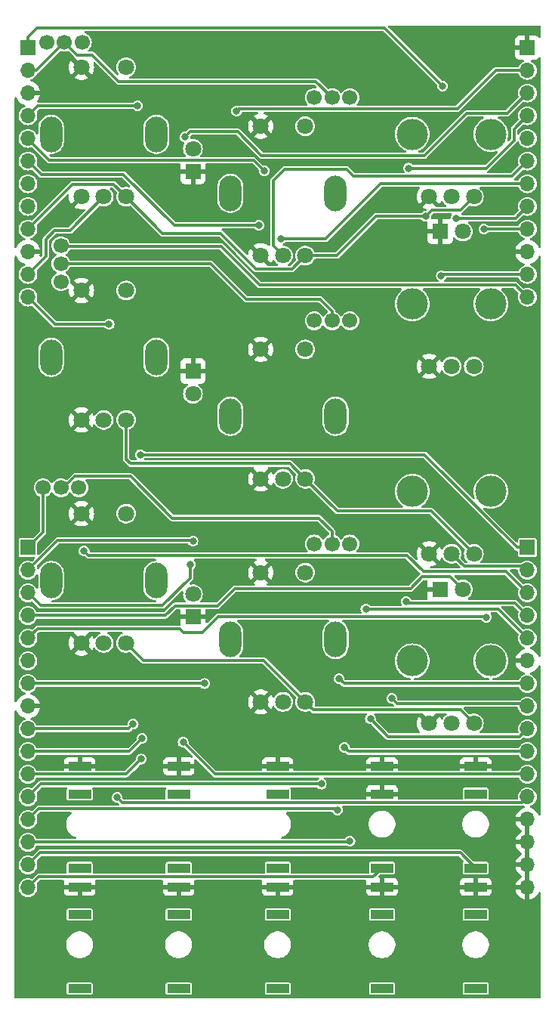
<source format=gbr>
%TF.GenerationSoftware,KiCad,Pcbnew,8.0.3*%
%TF.CreationDate,2024-06-18T15:35:08+01:00*%
%TF.ProjectId,Sinosaur_Controls,53696e6f-7361-4757-925f-436f6e74726f,rev?*%
%TF.SameCoordinates,Original*%
%TF.FileFunction,Copper,L1,Top*%
%TF.FilePolarity,Positive*%
%FSLAX46Y46*%
G04 Gerber Fmt 4.6, Leading zero omitted, Abs format (unit mm)*
G04 Created by KiCad (PCBNEW 8.0.3) date 2024-06-18 15:35:08*
%MOMM*%
%LPD*%
G01*
G04 APERTURE LIST*
%TA.AperFunction,WasherPad*%
%ADD10O,2.500000X4.000000*%
%TD*%
%TA.AperFunction,ComponentPad*%
%ADD11C,1.800000*%
%TD*%
%TA.AperFunction,WasherPad*%
%ADD12C,3.500000*%
%TD*%
%TA.AperFunction,ComponentPad*%
%ADD13C,1.700000*%
%TD*%
%TA.AperFunction,ComponentPad*%
%ADD14R,1.800000X1.800000*%
%TD*%
%TA.AperFunction,ComponentPad*%
%ADD15R,2.500000X1.000000*%
%TD*%
%TA.AperFunction,ComponentPad*%
%ADD16R,1.700000X1.700000*%
%TD*%
%TA.AperFunction,ComponentPad*%
%ADD17O,1.700000X1.700000*%
%TD*%
%TA.AperFunction,ViaPad*%
%ADD18C,0.800000*%
%TD*%
%TA.AperFunction,Conductor*%
%ADD19C,0.300000*%
%TD*%
G04 APERTURE END LIST*
D10*
%TO.P,Sine_Level3,*%
%TO.N,*%
X124700000Y-119300000D03*
X136500000Y-119300000D03*
D11*
%TO.P,Sine_Level3,1,1*%
%TO.N,+3.3VA*%
X133100000Y-126300000D03*
%TO.P,Sine_Level3,2,2*%
%TO.N,/Sine3_Level*%
X130600000Y-126300000D03*
%TO.P,Sine_Level3,3,3*%
%TO.N,GND*%
X128100000Y-126300000D03*
%TO.P,Sine_Level3,4,1*%
X128100000Y-111800000D03*
%TO.P,Sine_Level3,5,2*%
%TO.N,/Sine3_Lvl_Btn*%
X133100000Y-111800000D03*
%TD*%
D10*
%TO.P,Sine_Level1,*%
%TO.N,*%
X124700000Y-69300000D03*
X136500000Y-69300000D03*
D11*
%TO.P,Sine_Level1,1,1*%
%TO.N,+3.3VA*%
X133100000Y-76300000D03*
%TO.P,Sine_Level1,2,2*%
%TO.N,/Sine1_Level*%
X130600000Y-76300000D03*
%TO.P,Sine_Level1,3,3*%
%TO.N,GND*%
X128100000Y-76300000D03*
%TO.P,Sine_Level1,4,1*%
X128100000Y-61800000D03*
%TO.P,Sine_Level1,5,2*%
%TO.N,/Sine1_Lvl_Btn*%
X133100000Y-61800000D03*
%TD*%
D10*
%TO.P,Sine_Rate2,*%
%TO.N,*%
X104600000Y-87700000D03*
X116400000Y-87700000D03*
D11*
%TO.P,Sine_Rate2,1,1*%
%TO.N,+3.3VA*%
X113000000Y-94700000D03*
%TO.P,Sine_Rate2,2,2*%
%TO.N,/Sine2_Rate*%
X110500000Y-94700000D03*
%TO.P,Sine_Rate2,3,3*%
%TO.N,GND*%
X108000000Y-94700000D03*
%TO.P,Sine_Rate2,4,1*%
X108000000Y-80200000D03*
%TO.P,Sine_Rate2,5,2*%
%TO.N,/Sine2_Rate_Btn*%
X113000000Y-80200000D03*
%TD*%
D10*
%TO.P,Sine_Rate3,*%
%TO.N,*%
X104600000Y-112700000D03*
X116400000Y-112700000D03*
D11*
%TO.P,Sine_Rate3,1,1*%
%TO.N,+3.3VA*%
X113000000Y-119700000D03*
%TO.P,Sine_Rate3,2,2*%
%TO.N,/Sine3_Rate*%
X110500000Y-119700000D03*
%TO.P,Sine_Rate3,3,3*%
%TO.N,GND*%
X108000000Y-119700000D03*
%TO.P,Sine_Rate3,4,1*%
X108000000Y-105200000D03*
%TO.P,Sine_Rate3,5,2*%
%TO.N,/Sine3_Rate_Btn*%
X113000000Y-105200000D03*
%TD*%
D10*
%TO.P,Sine_Level2,*%
%TO.N,*%
X124700000Y-94300000D03*
X136500000Y-94300000D03*
D11*
%TO.P,Sine_Level2,1,1*%
%TO.N,+3.3VA*%
X133100000Y-101300000D03*
%TO.P,Sine_Level2,2,2*%
%TO.N,/Sine2_Level*%
X130600000Y-101300000D03*
%TO.P,Sine_Level2,3,3*%
%TO.N,GND*%
X128100000Y-101300000D03*
%TO.P,Sine_Level2,4,1*%
X128100000Y-86800000D03*
%TO.P,Sine_Level2,5,2*%
%TO.N,/Sine2_Lvl_Btn*%
X133100000Y-86800000D03*
%TD*%
D10*
%TO.P,Sine_Rate1,*%
%TO.N,*%
X104600000Y-62700000D03*
X116400000Y-62700000D03*
D11*
%TO.P,Sine_Rate1,1,1*%
%TO.N,+3.3VA*%
X113000000Y-69700000D03*
%TO.P,Sine_Rate1,2,2*%
%TO.N,/Sine1_Rate*%
X110500000Y-69700000D03*
%TO.P,Sine_Rate1,3,3*%
%TO.N,GND*%
X108000000Y-69700000D03*
%TO.P,Sine_Rate1,4,1*%
X108000000Y-55200000D03*
%TO.P,Sine_Rate1,5,2*%
%TO.N,/Sine1_Rate_Btn*%
X113000000Y-55200000D03*
%TD*%
D12*
%TO.P,Ramp_Rate_Pot1,*%
%TO.N,*%
X145100000Y-62700000D03*
X153900000Y-62700000D03*
D11*
%TO.P,Ramp_Rate_Pot1,1,1*%
%TO.N,+3.3VA*%
X152000000Y-69700000D03*
%TO.P,Ramp_Rate_Pot1,2,2*%
%TO.N,/Ramp_Rate*%
X149500000Y-69700000D03*
%TO.P,Ramp_Rate_Pot1,3,3*%
%TO.N,GND*%
X147000000Y-69700000D03*
%TD*%
D13*
%TO.P,D10,1,K1*%
%TO.N,/Sine3_Ramp_Rate_LED*%
X107700001Y-102300000D03*
%TO.P,D10,2,A*%
%TO.N,+3.3V*%
X105700000Y-102300000D03*
%TO.P,D10,3,K2*%
%TO.N,/Sine3_Swell_Rate_LED*%
X103699999Y-102300000D03*
%TD*%
%TO.P,D8,1,K1*%
%TO.N,/Sine2_Ramp_Rate_LED*%
X105700000Y-79200000D03*
%TO.P,D8,2,A*%
%TO.N,+3.3V*%
X105700000Y-77200000D03*
%TO.P,D8,3,K2*%
%TO.N,/Sine2_Swell_Rate_LED*%
X105700000Y-75200000D03*
%TD*%
D12*
%TO.P,Swell_Rate_Pot1,*%
%TO.N,*%
X145100000Y-102700000D03*
X153900000Y-102700000D03*
D11*
%TO.P,Swell_Rate_Pot1,1,1*%
%TO.N,+3.3VA*%
X152000000Y-109700000D03*
%TO.P,Swell_Rate_Pot1,2,2*%
%TO.N,/Swell_Rate*%
X149500000Y-109700000D03*
%TO.P,Swell_Rate_Pot1,3,3*%
%TO.N,GND*%
X147000000Y-109700000D03*
%TD*%
D14*
%TO.P,D1,1,K*%
%TO.N,GND*%
X120500000Y-66870000D03*
D11*
%TO.P,D1,2,A*%
%TO.N,/Sine1_LED*%
X120500000Y-64330000D03*
%TD*%
D15*
%TO.P,J13,1*%
%TO.N,GND*%
X152200000Y-147020000D03*
%TO.P,J13,2*%
%TO.N,unconnected-(J13-Pad2)*%
X152200000Y-150120000D03*
%TO.P,J13,3*%
%TO.N,/Swell_Out*%
X152200000Y-158420000D03*
%TD*%
D13*
%TO.P,D9,1,K1*%
%TO.N,/Sine2_Ramp_Lvl_LED*%
X134100000Y-83600000D03*
%TO.P,D9,2,A*%
%TO.N,+3.3V*%
X136100000Y-83600000D03*
%TO.P,D9,3,K2*%
%TO.N,/Sine2_Swell_Lvl_LED*%
X138100000Y-83600000D03*
%TD*%
%TO.P,D11,1,K1*%
%TO.N,/Sine3_Ramp_Lvl_LED*%
X134100000Y-108600000D03*
%TO.P,D11,2,A*%
%TO.N,+3.3V*%
X136100000Y-108600000D03*
%TO.P,D11,3,K2*%
%TO.N,/Sine3_Swell_Lvl_LED*%
X138100000Y-108600000D03*
%TD*%
D15*
%TO.P,J10,1*%
%TO.N,GND*%
X107800000Y-133520000D03*
%TO.P,J10,2*%
%TO.N,unconnected-(J10-Pad2)*%
X107800000Y-136620000D03*
%TO.P,J10,3*%
%TO.N,/Sine1_Inv_Out*%
X107800000Y-144920000D03*
%TD*%
%TO.P,J14,1*%
%TO.N,GND*%
X141700000Y-133520000D03*
%TO.P,J14,2*%
X141700000Y-136620000D03*
%TO.P,J14,3*%
%TO.N,/Clock_In*%
X141700000Y-144920000D03*
%TD*%
D14*
%TO.P,D4,1,K*%
%TO.N,GND*%
X148230000Y-113700000D03*
D11*
%TO.P,D4,2,A*%
%TO.N,/Swell_LED*%
X150770000Y-113700000D03*
%TD*%
D13*
%TO.P,D6,1,K1*%
%TO.N,/Sine1_Ramp_Rate_LED*%
X108100001Y-52400000D03*
%TO.P,D6,2,A*%
%TO.N,+3.3V*%
X106100000Y-52400000D03*
%TO.P,D6,3,K2*%
%TO.N,/Sine1_Swell_Rate_LED*%
X104099999Y-52400000D03*
%TD*%
D14*
%TO.P,D3,1,K*%
%TO.N,GND*%
X120500000Y-116770000D03*
D11*
%TO.P,D3,2,A*%
%TO.N,/Sine3_LED*%
X120500000Y-114230000D03*
%TD*%
D15*
%TO.P,J9,1*%
%TO.N,GND*%
X152200000Y-133520000D03*
%TO.P,J9,2*%
%TO.N,/Gate_Normal*%
X152200000Y-136620000D03*
%TO.P,J9,3*%
%TO.N,/Gate_In*%
X152200000Y-144920000D03*
%TD*%
%TO.P,J6,1*%
%TO.N,GND*%
X118900000Y-147020000D03*
%TO.P,J6,2*%
%TO.N,unconnected-(J6-Pad2)*%
X118900000Y-150120000D03*
%TO.P,J6,3*%
%TO.N,/Sine2_Out*%
X118900000Y-158420000D03*
%TD*%
D12*
%TO.P,Ramp_Level_Trm1,*%
%TO.N,*%
X145100000Y-81700000D03*
X153900000Y-81700000D03*
D11*
%TO.P,Ramp_Level_Trm1,1,1*%
%TO.N,+3.3VA*%
X152000000Y-88700000D03*
%TO.P,Ramp_Level_Trm1,2,2*%
%TO.N,/Ramp_Level*%
X149500000Y-88700000D03*
%TO.P,Ramp_Level_Trm1,3,3*%
%TO.N,GND*%
X147000000Y-88700000D03*
%TD*%
D13*
%TO.P,D7,1,K1*%
%TO.N,/Sine1_Ramp_Lvl_LED*%
X134100000Y-58600000D03*
%TO.P,D7,2,A*%
%TO.N,+3.3V*%
X136100000Y-58600000D03*
%TO.P,D7,3,K2*%
%TO.N,/Sine1_Swell_Lvl_LED*%
X138100000Y-58600000D03*
%TD*%
D15*
%TO.P,J5,1*%
%TO.N,GND*%
X107800000Y-147020000D03*
%TO.P,J5,2*%
%TO.N,unconnected-(J5-Pad2)*%
X107800000Y-150120000D03*
%TO.P,J5,3*%
%TO.N,/Sine1_Out*%
X107800000Y-158420000D03*
%TD*%
%TO.P,J7,1*%
%TO.N,GND*%
X130000000Y-147020000D03*
%TO.P,J7,2*%
%TO.N,unconnected-(J7-Pad2)*%
X130000000Y-150120000D03*
%TO.P,J7,3*%
%TO.N,/Sine3_Out*%
X130000000Y-158420000D03*
%TD*%
%TO.P,J8,1*%
%TO.N,GND*%
X141700000Y-147020000D03*
%TO.P,J8,2*%
%TO.N,unconnected-(J8-Pad2)*%
X141700000Y-150120000D03*
%TO.P,J8,3*%
%TO.N,/Ramp_Out*%
X141700000Y-158420000D03*
%TD*%
D14*
%TO.P,D5,1,K*%
%TO.N,GND*%
X148230000Y-73600000D03*
D11*
%TO.P,D5,2,A*%
%TO.N,/Ramp_LED*%
X150770000Y-73600000D03*
%TD*%
D12*
%TO.P,Swell_LeveL_Trm1,*%
%TO.N,*%
X145100000Y-121700000D03*
X153900000Y-121700000D03*
D11*
%TO.P,Swell_LeveL_Trm1,1,1*%
%TO.N,+3.3VA*%
X152000000Y-128700000D03*
%TO.P,Swell_LeveL_Trm1,2,2*%
%TO.N,/Swell_Level*%
X149500000Y-128700000D03*
%TO.P,Swell_LeveL_Trm1,3,3*%
%TO.N,GND*%
X147000000Y-128700000D03*
%TD*%
D14*
%TO.P,D2,1,K*%
%TO.N,GND*%
X120500000Y-89230000D03*
D11*
%TO.P,D2,2,A*%
%TO.N,/Sine2_LED*%
X120500000Y-91770000D03*
%TD*%
D15*
%TO.P,J11,1*%
%TO.N,GND*%
X118900000Y-133520000D03*
%TO.P,J11,2*%
%TO.N,unconnected-(J11-Pad2)*%
X118900000Y-136620000D03*
%TO.P,J11,3*%
%TO.N,/FM2_Out*%
X118900000Y-144920000D03*
%TD*%
%TO.P,J12,1*%
%TO.N,GND*%
X130000000Y-133520000D03*
%TO.P,J12,2*%
%TO.N,unconnected-(J12-Pad2)*%
X130000000Y-136620000D03*
%TO.P,J12,3*%
%TO.N,/FM3_Out*%
X130000000Y-144920000D03*
%TD*%
D16*
%TO.P,J3,1,Pin_1*%
%TO.N,/Sine1_Swell_Rate_LED*%
X158000000Y-109000000D03*
D17*
%TO.P,J3,2,Pin_2*%
%TO.N,/Swell_Rate*%
X158000000Y-111540000D03*
%TO.P,J3,3,Pin_3*%
%TO.N,/Sine3_Ramp_Rate_LED*%
X158000000Y-114080000D03*
%TO.P,J3,4,Pin_4*%
%TO.N,/Sine1_Ramp_Lvl_LED*%
X158000000Y-116620000D03*
%TO.P,J3,5,Pin_5*%
%TO.N,/Sine2_Ramp_Lvl_LED*%
X158000000Y-119160000D03*
%TO.P,J3,6,Pin_6*%
%TO.N,GND*%
X158000000Y-121700000D03*
%TO.P,J3,7,Pin_7*%
%TO.N,/Sine3_Ramp_Lvl_LED*%
X158000000Y-124240000D03*
%TO.P,J3,8,Pin_8*%
%TO.N,/Sine1_Swell_Lvl_LED*%
X158000000Y-126780000D03*
%TO.P,J3,9,Pin_9*%
%TO.N,/Sine2_Swell_Lvl_LED*%
X158000000Y-129320000D03*
%TO.P,J3,10,Pin_10*%
%TO.N,/Sine3_Swell_Lvl_LED*%
X158000000Y-131860000D03*
%TO.P,J3,11,Pin_11*%
%TO.N,/Sine1_Ramp_Rate_LED*%
X158000000Y-134400000D03*
%TO.P,J3,12,Pin_12*%
%TO.N,/Sine2_Rate*%
X158000000Y-136940000D03*
%TO.P,J3,13,Pin_13*%
%TO.N,GND*%
X158000000Y-139480000D03*
%TO.P,J3,14,Pin_14*%
X158000000Y-142020000D03*
%TO.P,J3,15,Pin_15*%
X158000000Y-144560000D03*
%TO.P,J3,16,Pin_16*%
X158000000Y-147100000D03*
%TD*%
D16*
%TO.P,J1,1,Pin_1*%
%TO.N,GND*%
X158000000Y-53000000D03*
D17*
%TO.P,J1,2,Pin_2*%
%TO.N,/FM3_Out*%
X158000000Y-55540000D03*
%TO.P,J1,3,Pin_3*%
%TO.N,/FM2_Out*%
X158000000Y-58080000D03*
%TO.P,J1,4,Pin_4*%
%TO.N,/Ramp_Out*%
X158000000Y-60620000D03*
%TO.P,J1,5,Pin_5*%
%TO.N,/Swell_Out*%
X158000000Y-63160000D03*
%TO.P,J1,6,Pin_6*%
%TO.N,/Sine1_Level*%
X158000000Y-65700000D03*
%TO.P,J1,7,Pin_7*%
%TO.N,/Sine2_Level*%
X158000000Y-68240000D03*
%TO.P,J1,8,Pin_8*%
%TO.N,/Swell_Level*%
X158000000Y-70780000D03*
%TO.P,J1,9,Pin_9*%
%TO.N,/Ramp_Rate*%
X158000000Y-73320000D03*
%TO.P,J1,10,Pin_10*%
%TO.N,GND*%
X158000000Y-75860000D03*
%TO.P,J1,11,Pin_11*%
%TO.N,/Ramp_Level*%
X158000000Y-78400000D03*
%TO.P,J1,12,Pin_12*%
%TO.N,/Sine2_Swell_Rate_LED*%
X158000000Y-80940000D03*
%TD*%
D16*
%TO.P,J4,1,Pin_1*%
%TO.N,/Sine3_Swell_Rate_LED*%
X102000000Y-109000000D03*
D17*
%TO.P,J4,2,Pin_2*%
%TO.N,/Sine2_LED*%
X102000000Y-111540000D03*
%TO.P,J4,3,Pin_3*%
%TO.N,/Sine1_LED*%
X102000000Y-114080000D03*
%TO.P,J4,4,Pin_4*%
%TO.N,/Swell_LED*%
X102000000Y-116620000D03*
%TO.P,J4,5,Pin_5*%
%TO.N,/Ramp_LED*%
X102000000Y-119160000D03*
%TO.P,J4,6,Pin_6*%
%TO.N,/Sine2_Ramp_Rate_LED*%
X102000000Y-121700000D03*
%TO.P,J4,7,Pin_7*%
%TO.N,/Sine3_LED*%
X102000000Y-124240000D03*
%TO.P,J4,8,Pin_8*%
%TO.N,GND*%
X102000000Y-126780000D03*
%TO.P,J4,9,Pin_9*%
%TO.N,/Sine3_Rate_Btn*%
X102000000Y-129320000D03*
%TO.P,J4,10,Pin_10*%
%TO.N,/Sine2_Rate_Btn*%
X102000000Y-131860000D03*
%TO.P,J4,11,Pin_11*%
%TO.N,/Sine1_Rate_Btn*%
X102000000Y-134400000D03*
%TO.P,J4,12,Pin_12*%
%TO.N,/Sine3_Lvl_Btn*%
X102000000Y-136940000D03*
%TO.P,J4,13,Pin_13*%
%TO.N,/Sine2_Lvl_Btn*%
X102000000Y-139480000D03*
%TO.P,J4,14,Pin_14*%
%TO.N,/Sine1_Lvl_Btn*%
X102000000Y-142020000D03*
%TO.P,J4,15,Pin_15*%
%TO.N,/Gate_In*%
X102000000Y-144560000D03*
%TO.P,J4,16,Pin_16*%
%TO.N,/Clock_In*%
X102000000Y-147100000D03*
%TD*%
D16*
%TO.P,J2,1,Pin_1*%
%TO.N,/Gate_Normal*%
X102000000Y-53000000D03*
D17*
%TO.P,J2,2,Pin_2*%
%TO.N,+3.3V*%
X102000000Y-55540000D03*
%TO.P,J2,3,Pin_3*%
%TO.N,GND*%
X102000000Y-58080000D03*
%TO.P,J2,4,Pin_4*%
%TO.N,/Sine2_Out*%
X102000000Y-60620000D03*
%TO.P,J2,5,Pin_5*%
%TO.N,/Sine3_Out*%
X102000000Y-63160000D03*
%TO.P,J2,6,Pin_6*%
%TO.N,/Sine3_Level*%
X102000000Y-65700000D03*
%TO.P,J2,7,Pin_7*%
%TO.N,/Sine1_Out*%
X102000000Y-68240000D03*
%TO.P,J2,8,Pin_8*%
%TO.N,/Sine1_Inv_Out*%
X102000000Y-70780000D03*
%TO.P,J2,9,Pin_9*%
%TO.N,+3.3VA*%
X102000000Y-73320000D03*
%TO.P,J2,10,Pin_10*%
%TO.N,GND*%
X102000000Y-75860000D03*
%TO.P,J2,11,Pin_11*%
%TO.N,/Sine1_Rate*%
X102000000Y-78400000D03*
%TO.P,J2,12,Pin_12*%
%TO.N,/Sine3_Rate*%
X102000000Y-80940000D03*
%TD*%
D18*
%TO.N,/Sine1_LED*%
X120200000Y-110900000D03*
%TO.N,GND*%
X105400000Y-99300000D03*
%TO.N,/Sine2_LED*%
X120500000Y-108300000D03*
%TO.N,+3.3VA*%
X146599998Y-71900000D03*
%TO.N,/Sine3_LED*%
X121799998Y-124240000D03*
%TO.N,/Ramp_LED*%
X153400000Y-116800000D03*
%TO.N,/Sine1_Ramp_Rate_LED*%
X119400000Y-130800000D03*
%TO.N,/Sine1_Swell_Rate_LED*%
X114600000Y-98600000D03*
%TO.N,/Sine1_Swell_Lvl_LED*%
X142800000Y-125900000D03*
%TO.N,/Sine1_Ramp_Lvl_LED*%
X144400000Y-115050000D03*
%TO.N,/Sine2_Ramp_Lvl_LED*%
X139900000Y-115900000D03*
%TO.N,/Sine2_Swell_Lvl_LED*%
X140400000Y-128200000D03*
%TO.N,/Sine3_Ramp_Rate_LED*%
X108300000Y-109400000D03*
%TO.N,/Sine3_Ramp_Lvl_LED*%
X136900000Y-123700002D03*
%TO.N,/Sine3_Swell_Lvl_LED*%
X137500000Y-131400000D03*
%TO.N,/Ramp_Level*%
X148350001Y-78549999D03*
%TO.N,/FM2_Out*%
X119600000Y-63000000D03*
%TO.N,/Ramp_Out*%
X144700000Y-66500000D03*
%TO.N,/Sine2_Level*%
X130400000Y-74400000D03*
%TO.N,/FM3_Out*%
X125400000Y-60100000D03*
%TO.N,/Ramp_Rate*%
X153120000Y-73320000D03*
%TO.N,/Sine3_Rate*%
X111100004Y-84000000D03*
%TO.N,/Sine2_Rate*%
X112000000Y-137000000D03*
%TO.N,/Gate_Normal*%
X148500000Y-57300000D03*
%TO.N,/Sine2_Out*%
X114300002Y-59500002D03*
%TO.N,/Sine3_Level*%
X127899998Y-72900000D03*
%TO.N,/Sine3_Out*%
X128500000Y-66800000D03*
%TO.N,/Swell_Level*%
X150000000Y-72100000D03*
%TO.N,/Sine3_Lvl_Btn*%
X134900000Y-135500000D03*
%TO.N,/Sine2_Lvl_Btn*%
X136700000Y-138400000D03*
%TO.N,/Sine1_Lvl_Btn*%
X138100000Y-141900000D03*
%TO.N,/Sine1_Rate_Btn*%
X114699998Y-132700000D03*
%TO.N,/Sine3_Rate_Btn*%
X113800000Y-128800000D03*
%TO.N,/Sine2_Rate_Btn*%
X114800000Y-130400000D03*
%TD*%
D19*
%TO.N,/FM3_Out*%
X125650000Y-59850000D02*
X125400000Y-60100000D01*
X150150000Y-59850000D02*
X125650000Y-59850000D01*
X154460000Y-55540000D02*
X150150000Y-59850000D01*
X158000000Y-55540000D02*
X154460000Y-55540000D01*
%TO.N,/Ramp_Out*%
X153400000Y-66500000D02*
X144700000Y-66500000D01*
X156500000Y-63400000D02*
X153400000Y-66500000D01*
X156500000Y-62120000D02*
X156500000Y-63400000D01*
X158000000Y-60620000D02*
X156500000Y-62120000D01*
%TO.N,/Sine3_Ramp_Rate_LED*%
X144525000Y-109900000D02*
X108800000Y-109900000D01*
X155620000Y-111700000D02*
X146325000Y-111700000D01*
X158000000Y-114080000D02*
X155620000Y-111700000D01*
X146325000Y-111700000D02*
X144525000Y-109900000D01*
X108800000Y-109900000D02*
X108300000Y-109400000D01*
%TO.N,/Sine1_LED*%
X120200000Y-112400000D02*
X120200000Y-110900000D01*
X103420000Y-115500000D02*
X117100000Y-115500000D01*
X102000000Y-114080000D02*
X103420000Y-115500000D01*
X117100000Y-115500000D02*
X120200000Y-112400000D01*
%TO.N,/Swell_LED*%
X149370000Y-112300000D02*
X150770000Y-113700000D01*
X146200000Y-112300000D02*
X149370000Y-112300000D01*
X123280000Y-115520000D02*
X125200000Y-113600000D01*
X125200000Y-113600000D02*
X144900000Y-113600000D01*
X144900000Y-113600000D02*
X146200000Y-112300000D01*
X118487107Y-115520000D02*
X123280000Y-115520000D01*
X102000000Y-116620000D02*
X117387107Y-116620000D01*
X117387107Y-116620000D02*
X118487107Y-115520000D01*
%TO.N,/Sine2_LED*%
X120400000Y-108200000D02*
X120500000Y-108300000D01*
X105340000Y-108200000D02*
X120400000Y-108200000D01*
X102000000Y-111540000D02*
X105340000Y-108200000D01*
%TO.N,/Sine1_Level*%
X156300000Y-67400000D02*
X158000000Y-65700000D01*
X138500000Y-67400000D02*
X156300000Y-67400000D01*
X129500000Y-67900000D02*
X130800000Y-66600000D01*
X130800000Y-66600000D02*
X137700000Y-66600000D01*
X130600000Y-76300000D02*
X129500000Y-75200000D01*
X129500000Y-75200000D02*
X129500000Y-67900000D01*
X137700000Y-66600000D02*
X138500000Y-67400000D01*
%TO.N,/Sine2_Level*%
X130400001Y-74400001D02*
X130400000Y-74400000D01*
X135399999Y-74400001D02*
X130400001Y-74400001D01*
X141560000Y-68240000D02*
X135399999Y-74400001D01*
X158000000Y-68240000D02*
X141560000Y-68240000D01*
%TO.N,+3.3VA*%
X141000000Y-71900000D02*
X146599998Y-71900000D01*
X136600000Y-76300000D02*
X141000000Y-71900000D01*
X133100000Y-76300000D02*
X136600000Y-76300000D01*
%TO.N,/Sine3_LED*%
X102000000Y-124240000D02*
X121799998Y-124240000D01*
%TO.N,/Sine2_Out*%
X103119998Y-59500002D02*
X114300002Y-59500002D01*
X102000000Y-60620000D02*
X103119998Y-59500002D01*
%TO.N,/Sine3_Out*%
X104400000Y-65600000D02*
X127300000Y-65600000D01*
X102000000Y-63200000D02*
X104400000Y-65600000D01*
X102000000Y-63160000D02*
X102000000Y-63200000D01*
X127300000Y-65600000D02*
X128500000Y-66800000D01*
%TO.N,+3.3VA*%
X150500000Y-71200000D02*
X147299998Y-71200000D01*
X114950000Y-121650000D02*
X113000000Y-119700000D01*
X131400000Y-99600000D02*
X113500000Y-99600000D01*
X127600000Y-77800000D02*
X123600000Y-73800000D01*
X131600000Y-77800000D02*
X127600000Y-77800000D01*
X152000000Y-109700000D02*
X147200000Y-104900000D01*
X107020000Y-68300000D02*
X102000000Y-73320000D01*
X113000000Y-69700000D02*
X111600000Y-68300000D01*
X152000000Y-128700000D02*
X150500000Y-127200000D01*
X134000000Y-127200000D02*
X133100000Y-126300000D01*
X123600000Y-73800000D02*
X117100000Y-73800000D01*
X113000000Y-99100000D02*
X113000000Y-94700000D01*
X133100000Y-76300000D02*
X131600000Y-77800000D01*
X150500000Y-127200000D02*
X134000000Y-127200000D01*
X133100000Y-126300000D02*
X128450000Y-121650000D01*
X113500000Y-99600000D02*
X113000000Y-99100000D01*
X147200000Y-104900000D02*
X136700000Y-104900000D01*
X117100000Y-73800000D02*
X113000000Y-69700000D01*
X128450000Y-121650000D02*
X114950000Y-121650000D01*
X133100000Y-101300000D02*
X131400000Y-99600000D01*
X136700000Y-104900000D02*
X133100000Y-101300000D01*
X147299998Y-71200000D02*
X146599998Y-71900000D01*
X152000000Y-69700000D02*
X150500000Y-71200000D01*
X111600000Y-68300000D02*
X107020000Y-68300000D01*
%TO.N,+3.3V*%
X106340000Y-102300000D02*
X106340000Y-101935000D01*
X118200000Y-105700000D02*
X134600000Y-105700000D01*
X134800000Y-81200000D02*
X136100000Y-82500000D01*
X126500000Y-81200000D02*
X134800000Y-81200000D01*
X106100000Y-52400000D02*
X107500000Y-53800000D01*
X134600000Y-105700000D02*
X136100000Y-107200000D01*
X107500000Y-53800000D02*
X109200000Y-53800000D01*
X102960000Y-55540000D02*
X106100000Y-52400000D01*
X112200000Y-56800000D02*
X134300000Y-56800000D01*
X113500000Y-101000000D02*
X118200000Y-105700000D01*
X105700000Y-77200000D02*
X122500000Y-77200000D01*
X106340000Y-101935000D02*
X107275000Y-101000000D01*
X107275000Y-101000000D02*
X113500000Y-101000000D01*
X134300000Y-56800000D02*
X136100000Y-58600000D01*
X136100000Y-82500000D02*
X136100000Y-83600000D01*
X122500000Y-77200000D02*
X126500000Y-81200000D01*
X136100000Y-107200000D02*
X136100000Y-108600000D01*
X109200000Y-53800000D02*
X112200000Y-56800000D01*
X102000000Y-55540000D02*
X102960000Y-55540000D01*
%TO.N,/Ramp_LED*%
X103060000Y-118100000D02*
X119050000Y-118100000D01*
X121550000Y-118500000D02*
X123300000Y-116750000D01*
X123300000Y-116750000D02*
X153350000Y-116750000D01*
X119450000Y-118500000D02*
X121550000Y-118500000D01*
X153350000Y-116750000D02*
X153400000Y-116800000D01*
X119050000Y-118100000D02*
X119450000Y-118500000D01*
X102000000Y-119160000D02*
X103060000Y-118100000D01*
%TO.N,/Sine1_Ramp_Rate_LED*%
X123000000Y-134400000D02*
X119400000Y-130800000D01*
X158000000Y-134400000D02*
X123000000Y-134400000D01*
%TO.N,/Sine1_Swell_Rate_LED*%
X158000000Y-109000000D02*
X156850000Y-109000000D01*
X146450000Y-98600000D02*
X114600000Y-98600000D01*
X156850000Y-109000000D02*
X146450000Y-98600000D01*
%TO.N,/Sine1_Swell_Lvl_LED*%
X143400000Y-126500000D02*
X142800000Y-125900000D01*
X157720000Y-126500000D02*
X143400000Y-126500000D01*
X158000000Y-126780000D02*
X157720000Y-126500000D01*
%TO.N,/Sine1_Ramp_Lvl_LED*%
X158000000Y-116620000D02*
X156580000Y-115200000D01*
X156580000Y-115200000D02*
X144550000Y-115200000D01*
X144550000Y-115200000D02*
X144400000Y-115050000D01*
%TO.N,/Sine2_Swell_Rate_LED*%
X123682893Y-75290000D02*
X105790000Y-75290000D01*
X127992893Y-79600000D02*
X123682893Y-75290000D01*
X105790000Y-75290000D02*
X105700000Y-75200000D01*
X158000000Y-80940000D02*
X156660000Y-79600000D01*
X156660000Y-79600000D02*
X127992893Y-79600000D01*
%TO.N,/Sine2_Ramp_Lvl_LED*%
X158000000Y-119160000D02*
X154740000Y-115900000D01*
X154740000Y-115900000D02*
X139900000Y-115900000D01*
%TO.N,/Sine2_Swell_Lvl_LED*%
X157150000Y-130170000D02*
X142370000Y-130170000D01*
X142370000Y-130170000D02*
X140400000Y-128200000D01*
X158000000Y-129320000D02*
X157150000Y-130170000D01*
%TO.N,/Sine3_Swell_Rate_LED*%
X103699999Y-107300001D02*
X103699999Y-102300000D01*
X102000000Y-109000000D02*
X103699999Y-107300001D01*
%TO.N,/Sine3_Ramp_Lvl_LED*%
X137439998Y-124240000D02*
X136900000Y-123700002D01*
X158000000Y-124240000D02*
X137439998Y-124240000D01*
%TO.N,/Sine3_Swell_Lvl_LED*%
X137960000Y-131860000D02*
X137500000Y-131400000D01*
X158000000Y-131860000D02*
X137960000Y-131860000D01*
%TO.N,/Ramp_Level*%
X148500000Y-78400000D02*
X148350001Y-78549999D01*
X158000000Y-78400000D02*
X148500000Y-78400000D01*
%TO.N,/FM2_Out*%
X151200000Y-60350000D02*
X155730000Y-60350000D01*
X125500000Y-62400000D02*
X128200000Y-65100000D01*
X120200000Y-62400000D02*
X125500000Y-62400000D01*
X155730000Y-60350000D02*
X158000000Y-58080000D01*
X128200000Y-65100000D02*
X146450000Y-65100000D01*
X146450000Y-65100000D02*
X151200000Y-60350000D01*
X119600000Y-63000000D02*
X120200000Y-62400000D01*
%TO.N,/Ramp_Rate*%
X158000000Y-73320000D02*
X153120000Y-73320000D01*
%TO.N,/Sine3_Rate*%
X105060000Y-84000000D02*
X111100004Y-84000000D01*
X102000000Y-80940000D02*
X105060000Y-84000000D01*
%TO.N,/Sine2_Rate*%
X158000000Y-136940000D02*
X157340000Y-137600000D01*
X112600000Y-137600000D02*
X112000000Y-137000000D01*
X157340000Y-137600000D02*
X112600000Y-137600000D01*
%TO.N,/Swell_Rate*%
X158000000Y-111540000D02*
X157560000Y-111100000D01*
X157560000Y-111100000D02*
X150900000Y-111100000D01*
X150900000Y-111100000D02*
X149500000Y-109700000D01*
%TO.N,/Gate_Normal*%
X102000000Y-51850000D02*
X103050000Y-50800000D01*
X142000000Y-50800000D02*
X148500000Y-57300000D01*
X102000000Y-53000000D02*
X102000000Y-51850000D01*
X103050000Y-50800000D02*
X142000000Y-50800000D01*
%TO.N,/Sine3_Level*%
X118400000Y-72900000D02*
X127899998Y-72900000D01*
X112700000Y-67200000D02*
X118400000Y-72900000D01*
X103500000Y-67200000D02*
X112700000Y-67200000D01*
X102000000Y-65700000D02*
X103500000Y-67200000D01*
%TO.N,/Swell_Level*%
X158000000Y-70780000D02*
X156680000Y-72100000D01*
X156680000Y-72100000D02*
X150000000Y-72100000D01*
%TO.N,/Sine1_Rate*%
X104000000Y-76400000D02*
X104000000Y-74500000D01*
X102000000Y-78400000D02*
X104000000Y-76400000D01*
X110500000Y-69900000D02*
X110500000Y-69700000D01*
X105000000Y-73500000D02*
X106700000Y-73500000D01*
X106700000Y-73500000D02*
X110500000Y-69700000D01*
X104000000Y-74500000D02*
X105000000Y-73500000D01*
%TO.N,/Clock_In*%
X103200000Y-145900000D02*
X140720000Y-145900000D01*
X102000000Y-147100000D02*
X103200000Y-145900000D01*
X140720000Y-145900000D02*
X141700000Y-144920000D01*
%TO.N,/Sine3_Lvl_Btn*%
X102000000Y-136940000D02*
X103440000Y-135500000D01*
X103440000Y-135500000D02*
X134900000Y-135500000D01*
%TO.N,/Gate_In*%
X150480000Y-143200000D02*
X152200000Y-144920000D01*
X102000000Y-144560000D02*
X103360000Y-143200000D01*
X103360000Y-143200000D02*
X150480000Y-143200000D01*
%TO.N,/Sine2_Lvl_Btn*%
X103210000Y-138270000D02*
X136570000Y-138270000D01*
X102000000Y-139480000D02*
X103210000Y-138270000D01*
X136570000Y-138270000D02*
X136700000Y-138400000D01*
%TO.N,/Sine1_Lvl_Btn*%
X137980000Y-142020000D02*
X138100000Y-141900000D01*
X102000000Y-142020000D02*
X137980000Y-142020000D01*
%TO.N,/Sine1_Rate_Btn*%
X112999998Y-134400000D02*
X114699998Y-132700000D01*
X102000000Y-134400000D02*
X112999998Y-134400000D01*
%TO.N,/Sine3_Rate_Btn*%
X113280000Y-129320000D02*
X113800000Y-128800000D01*
X102000000Y-129320000D02*
X113280000Y-129320000D01*
%TO.N,/Sine2_Rate_Btn*%
X102000000Y-131860000D02*
X113340000Y-131860000D01*
X113340000Y-131860000D02*
X114800000Y-130400000D01*
%TD*%
%TA.AperFunction,Conductor*%
%TO.N,GND*%
G36*
X105710310Y-53379558D02*
G01*
X105894066Y-53435300D01*
X105894070Y-53435300D01*
X105894072Y-53435301D01*
X106099997Y-53455583D01*
X106100000Y-53455583D01*
X106100003Y-53455583D01*
X106305925Y-53435301D01*
X106305925Y-53435300D01*
X106305934Y-53435300D01*
X106489689Y-53379558D01*
X106560680Y-53378926D01*
X106615357Y-53411039D01*
X107161132Y-53956814D01*
X107195158Y-54019126D01*
X107196546Y-54037336D01*
X107875052Y-54715841D01*
X107807007Y-54734075D01*
X107692993Y-54799901D01*
X107599901Y-54892993D01*
X107534075Y-55007007D01*
X107515842Y-55075051D01*
X106840798Y-54400007D01*
X106840797Y-54400007D01*
X106757459Y-54527566D01*
X106757452Y-54527578D01*
X106663726Y-54741252D01*
X106663724Y-54741256D01*
X106606444Y-54967450D01*
X106587174Y-55200000D01*
X106606444Y-55432549D01*
X106663724Y-55658743D01*
X106663726Y-55658747D01*
X106757455Y-55872427D01*
X106840796Y-55999990D01*
X107515841Y-55324946D01*
X107534075Y-55392993D01*
X107599901Y-55507007D01*
X107692993Y-55600099D01*
X107807007Y-55665925D01*
X107875051Y-55684157D01*
X107198680Y-56360528D01*
X107198680Y-56360529D01*
X107227251Y-56382767D01*
X107227259Y-56382772D01*
X107432474Y-56493827D01*
X107432477Y-56493829D01*
X107653167Y-56569592D01*
X107653176Y-56569594D01*
X107883334Y-56608000D01*
X108116666Y-56608000D01*
X108346823Y-56569594D01*
X108346832Y-56569592D01*
X108567522Y-56493829D01*
X108567525Y-56493827D01*
X108772741Y-56382771D01*
X108772750Y-56382765D01*
X108801318Y-56360529D01*
X108801319Y-56360528D01*
X108124948Y-55684157D01*
X108192993Y-55665925D01*
X108307007Y-55600099D01*
X108400099Y-55507007D01*
X108465925Y-55392993D01*
X108484157Y-55324948D01*
X109159200Y-55999991D01*
X109159202Y-55999991D01*
X109242544Y-55872427D01*
X109336273Y-55658747D01*
X109336275Y-55658743D01*
X109393555Y-55432549D01*
X109412825Y-55200000D01*
X109393555Y-54967450D01*
X109343724Y-54770672D01*
X109346391Y-54699725D01*
X109386991Y-54641483D01*
X109452634Y-54614437D01*
X109522479Y-54627174D01*
X109554963Y-54650645D01*
X111984781Y-57080464D01*
X111984786Y-57080468D01*
X111984788Y-57080470D01*
X112026874Y-57104768D01*
X112064712Y-57126614D01*
X112153856Y-57150500D01*
X112153857Y-57150500D01*
X112246144Y-57150500D01*
X134102628Y-57150500D01*
X134170749Y-57170502D01*
X134191723Y-57187405D01*
X134348755Y-57344437D01*
X134382781Y-57406749D01*
X134377716Y-57477564D01*
X134335169Y-57534400D01*
X134268649Y-57559211D01*
X134247310Y-57558925D01*
X134100003Y-57544417D01*
X134099997Y-57544417D01*
X133894072Y-57564698D01*
X133696045Y-57624768D01*
X133513552Y-57722313D01*
X133353590Y-57853590D01*
X133222313Y-58013552D01*
X133124768Y-58196045D01*
X133064698Y-58394072D01*
X133044417Y-58599996D01*
X133044417Y-58600003D01*
X133064698Y-58805927D01*
X133124768Y-59003954D01*
X133202565Y-59149502D01*
X133222315Y-59186450D01*
X133250478Y-59220767D01*
X133310223Y-59293567D01*
X133337976Y-59358915D01*
X133325994Y-59428893D01*
X133278081Y-59481284D01*
X133212823Y-59499500D01*
X125603855Y-59499500D01*
X125573866Y-59507535D01*
X125524814Y-59510749D01*
X125400002Y-59494318D01*
X125400000Y-59494318D01*
X125243239Y-59514955D01*
X125097160Y-59575463D01*
X125097157Y-59575465D01*
X124971718Y-59671718D01*
X124875465Y-59797157D01*
X124875463Y-59797160D01*
X124814955Y-59943239D01*
X124794318Y-60099999D01*
X124794318Y-60100000D01*
X124814955Y-60256760D01*
X124848934Y-60338791D01*
X124875464Y-60402841D01*
X124971718Y-60528282D01*
X125097159Y-60624536D01*
X125243238Y-60685044D01*
X125400000Y-60705682D01*
X125556762Y-60685044D01*
X125702841Y-60624536D01*
X125828282Y-60528282D01*
X125924536Y-60402841D01*
X125976131Y-60278279D01*
X126020679Y-60223001D01*
X126088042Y-60200580D01*
X126092539Y-60200500D01*
X127667789Y-60200500D01*
X127735910Y-60220502D01*
X127782403Y-60274158D01*
X127792507Y-60344432D01*
X127763013Y-60409012D01*
X127708701Y-60445673D01*
X127532477Y-60506170D01*
X127532474Y-60506172D01*
X127327258Y-60617227D01*
X127298680Y-60639469D01*
X127298680Y-60639471D01*
X127975051Y-61315842D01*
X127907007Y-61334075D01*
X127792993Y-61399901D01*
X127699901Y-61492993D01*
X127634075Y-61607007D01*
X127615842Y-61675051D01*
X126940798Y-61000007D01*
X126940797Y-61000007D01*
X126857459Y-61127566D01*
X126857452Y-61127578D01*
X126763726Y-61341252D01*
X126763724Y-61341256D01*
X126706444Y-61567450D01*
X126687174Y-61800000D01*
X126706444Y-62032549D01*
X126763724Y-62258743D01*
X126763726Y-62258747D01*
X126857455Y-62472427D01*
X126940796Y-62599990D01*
X127615841Y-61924946D01*
X127634075Y-61992993D01*
X127699901Y-62107007D01*
X127792993Y-62200099D01*
X127907007Y-62265925D01*
X127975051Y-62284157D01*
X127298680Y-62960528D01*
X127298680Y-62960529D01*
X127327251Y-62982767D01*
X127327259Y-62982772D01*
X127532474Y-63093827D01*
X127532477Y-63093829D01*
X127753167Y-63169592D01*
X127753176Y-63169594D01*
X127983334Y-63208000D01*
X128216666Y-63208000D01*
X128446823Y-63169594D01*
X128446832Y-63169592D01*
X128667522Y-63093829D01*
X128667525Y-63093827D01*
X128872741Y-62982771D01*
X128872750Y-62982765D01*
X128901318Y-62960529D01*
X128901319Y-62960528D01*
X128224948Y-62284157D01*
X128292993Y-62265925D01*
X128407007Y-62200099D01*
X128500099Y-62107007D01*
X128565925Y-61992993D01*
X128584157Y-61924948D01*
X129259200Y-62599991D01*
X129259202Y-62599991D01*
X129342544Y-62472427D01*
X129436273Y-62258747D01*
X129436275Y-62258743D01*
X129493555Y-62032549D01*
X129512825Y-61800000D01*
X131994785Y-61800000D01*
X132013603Y-62003084D01*
X132069416Y-62199245D01*
X132069417Y-62199247D01*
X132069418Y-62199250D01*
X132160327Y-62381821D01*
X132160328Y-62381822D01*
X132160329Y-62381824D01*
X132283234Y-62544578D01*
X132433959Y-62681981D01*
X132433960Y-62681982D01*
X132607351Y-62789341D01*
X132607354Y-62789342D01*
X132607363Y-62789348D01*
X132797544Y-62863024D01*
X132998024Y-62900500D01*
X132998026Y-62900500D01*
X133201974Y-62900500D01*
X133201976Y-62900500D01*
X133402456Y-62863024D01*
X133592637Y-62789348D01*
X133766041Y-62681981D01*
X133916764Y-62544579D01*
X134039673Y-62381821D01*
X134130582Y-62199250D01*
X134186397Y-62003083D01*
X134205215Y-61800000D01*
X134186397Y-61596917D01*
X134130582Y-61400750D01*
X134039673Y-61218179D01*
X134030816Y-61206450D01*
X133916765Y-61055421D01*
X133766040Y-60918018D01*
X133766039Y-60918017D01*
X133592648Y-60810658D01*
X133592641Y-60810654D01*
X133592637Y-60810652D01*
X133473300Y-60764421D01*
X133402457Y-60736976D01*
X133314327Y-60720502D01*
X133201976Y-60699500D01*
X132998024Y-60699500D01*
X132897784Y-60718238D01*
X132797542Y-60736976D01*
X132650190Y-60794060D01*
X132607363Y-60810652D01*
X132607362Y-60810652D01*
X132607361Y-60810653D01*
X132607351Y-60810658D01*
X132433960Y-60918017D01*
X132433959Y-60918018D01*
X132283234Y-61055421D01*
X132160329Y-61218175D01*
X132069416Y-61400754D01*
X132013603Y-61596915D01*
X131994785Y-61800000D01*
X129512825Y-61800000D01*
X129493555Y-61567450D01*
X129436275Y-61341256D01*
X129436273Y-61341252D01*
X129342544Y-61127572D01*
X129259201Y-61000007D01*
X128584157Y-61675051D01*
X128565925Y-61607007D01*
X128500099Y-61492993D01*
X128407007Y-61399901D01*
X128292993Y-61334075D01*
X128224947Y-61315841D01*
X128901318Y-60639470D01*
X128872740Y-60617227D01*
X128667525Y-60506172D01*
X128667522Y-60506170D01*
X128491299Y-60445673D01*
X128433364Y-60404636D01*
X128406812Y-60338791D01*
X128420073Y-60269044D01*
X128468938Y-60217539D01*
X128532211Y-60200500D01*
X150196142Y-60200500D01*
X150196144Y-60200500D01*
X150285288Y-60176614D01*
X150285291Y-60176612D01*
X150285292Y-60176612D01*
X150325250Y-60153542D01*
X150365212Y-60130470D01*
X154568277Y-55927405D01*
X154630589Y-55893379D01*
X154657372Y-55890500D01*
X156920675Y-55890500D01*
X156988796Y-55910502D01*
X157031797Y-55957104D01*
X157099125Y-56083066D01*
X157122315Y-56126450D01*
X157253590Y-56286410D01*
X157413550Y-56417685D01*
X157596046Y-56515232D01*
X157794066Y-56575300D01*
X157794070Y-56575300D01*
X157794072Y-56575301D01*
X157999997Y-56595583D01*
X158000000Y-56595583D01*
X158000003Y-56595583D01*
X158205927Y-56575301D01*
X158205928Y-56575300D01*
X158205934Y-56575300D01*
X158403954Y-56515232D01*
X158586450Y-56417685D01*
X158746410Y-56286410D01*
X158877685Y-56126450D01*
X158975232Y-55943954D01*
X159035300Y-55745934D01*
X159043181Y-55665925D01*
X159055583Y-55540003D01*
X159055583Y-55539996D01*
X159035301Y-55334072D01*
X159035300Y-55334070D01*
X159035300Y-55334066D01*
X158975232Y-55136046D01*
X158877685Y-54953550D01*
X158746410Y-54793590D01*
X158586450Y-54662315D01*
X158460739Y-54595121D01*
X158410093Y-54545369D01*
X158394384Y-54476133D01*
X158418600Y-54409394D01*
X158475054Y-54366342D01*
X158520138Y-54358000D01*
X158898585Y-54358000D01*
X158898597Y-54357999D01*
X158959093Y-54351494D01*
X159095964Y-54300444D01*
X159095965Y-54300444D01*
X159212904Y-54212904D01*
X159272632Y-54133117D01*
X159329467Y-54090570D01*
X159400283Y-54085505D01*
X159462595Y-54119530D01*
X159496620Y-54181843D01*
X159499500Y-54208626D01*
X159499500Y-75296923D01*
X159479498Y-75365044D01*
X159425842Y-75411537D01*
X159355568Y-75421641D01*
X159290988Y-75392147D01*
X159258113Y-75347537D01*
X159198419Y-75211451D01*
X159075325Y-75023041D01*
X158922902Y-74857465D01*
X158745301Y-74719232D01*
X158745300Y-74719231D01*
X158547371Y-74612117D01*
X158547368Y-74612116D01*
X158358769Y-74547370D01*
X158300834Y-74506333D01*
X158274282Y-74440488D01*
X158287544Y-74370741D01*
X158336408Y-74319236D01*
X158363105Y-74307623D01*
X158403954Y-74295232D01*
X158586450Y-74197685D01*
X158746410Y-74066410D01*
X158877685Y-73906450D01*
X158975232Y-73723954D01*
X159035300Y-73525934D01*
X159035931Y-73519535D01*
X159055583Y-73320003D01*
X159055583Y-73319996D01*
X159035301Y-73114072D01*
X159035300Y-73114070D01*
X159035300Y-73114066D01*
X158975232Y-72916046D01*
X158877685Y-72733550D01*
X158746410Y-72573590D01*
X158586450Y-72442315D01*
X158586448Y-72442314D01*
X158586447Y-72442313D01*
X158403954Y-72344768D01*
X158305676Y-72314956D01*
X158205934Y-72284700D01*
X158205933Y-72284699D01*
X158205927Y-72284698D01*
X158000003Y-72264417D01*
X157999997Y-72264417D01*
X157794072Y-72284698D01*
X157596045Y-72344768D01*
X157413552Y-72442313D01*
X157253590Y-72573590D01*
X157122313Y-72733552D01*
X157031797Y-72902896D01*
X156982045Y-72953544D01*
X156920675Y-72969500D01*
X153670103Y-72969500D01*
X153601982Y-72949498D01*
X153570141Y-72920205D01*
X153548282Y-72891718D01*
X153500979Y-72855421D01*
X153422841Y-72795464D01*
X153296757Y-72743238D01*
X153276760Y-72734955D01*
X153120000Y-72714318D01*
X152963239Y-72734955D01*
X152817160Y-72795463D01*
X152817157Y-72795465D01*
X152691718Y-72891718D01*
X152595465Y-73017157D01*
X152595463Y-73017160D01*
X152534955Y-73163239D01*
X152514318Y-73319999D01*
X152514318Y-73320000D01*
X152534955Y-73476760D01*
X152538387Y-73485044D01*
X152595464Y-73622841D01*
X152691718Y-73748282D01*
X152817159Y-73844536D01*
X152963238Y-73905044D01*
X153120000Y-73925682D01*
X153276762Y-73905044D01*
X153422841Y-73844536D01*
X153548282Y-73748282D01*
X153564940Y-73726571D01*
X153570141Y-73719795D01*
X153627479Y-73677928D01*
X153670103Y-73670500D01*
X156920675Y-73670500D01*
X156988796Y-73690502D01*
X157031797Y-73737104D01*
X157106202Y-73876306D01*
X157122315Y-73906450D01*
X157253590Y-74066410D01*
X157413550Y-74197685D01*
X157596046Y-74295232D01*
X157636893Y-74307622D01*
X157696274Y-74346536D01*
X157725190Y-74411377D01*
X157714461Y-74481558D01*
X157667492Y-74534798D01*
X157641231Y-74547370D01*
X157452628Y-74612118D01*
X157254699Y-74719231D01*
X157254698Y-74719232D01*
X157077097Y-74857465D01*
X156924674Y-75023041D01*
X156801580Y-75211451D01*
X156711179Y-75417543D01*
X156711176Y-75417550D01*
X156663455Y-75605999D01*
X156663456Y-75606000D01*
X157569297Y-75606000D01*
X157534075Y-75667007D01*
X157500000Y-75794174D01*
X157500000Y-75925826D01*
X157534075Y-76052993D01*
X157569297Y-76114000D01*
X156663455Y-76114000D01*
X156711176Y-76302449D01*
X156711179Y-76302456D01*
X156801580Y-76508548D01*
X156924674Y-76696958D01*
X157077097Y-76862534D01*
X157254698Y-77000767D01*
X157254699Y-77000768D01*
X157452628Y-77107882D01*
X157452630Y-77107883D01*
X157641230Y-77172629D01*
X157699165Y-77213666D01*
X157725717Y-77279511D01*
X157712456Y-77349258D01*
X157663591Y-77400763D01*
X157636894Y-77412376D01*
X157596051Y-77424765D01*
X157596046Y-77424767D01*
X157413552Y-77522313D01*
X157253590Y-77653590D01*
X157122313Y-77813552D01*
X157031797Y-77982896D01*
X156982045Y-78033544D01*
X156920675Y-78049500D01*
X148726939Y-78049500D01*
X148658818Y-78029498D01*
X148654177Y-78026234D01*
X148652840Y-78025462D01*
X148506761Y-77964954D01*
X148350001Y-77944317D01*
X148193240Y-77964954D01*
X148047161Y-78025462D01*
X148047158Y-78025464D01*
X147921719Y-78121717D01*
X147825466Y-78247156D01*
X147825464Y-78247159D01*
X147764956Y-78393238D01*
X147744319Y-78549998D01*
X147744319Y-78549999D01*
X147764956Y-78706759D01*
X147825463Y-78852834D01*
X147825465Y-78852840D01*
X147866387Y-78906170D01*
X147921720Y-78978282D01*
X147980698Y-79023537D01*
X148022566Y-79080875D01*
X148026788Y-79151746D01*
X147992024Y-79213649D01*
X147929312Y-79246930D01*
X147903995Y-79249500D01*
X128190265Y-79249500D01*
X128122144Y-79229498D01*
X128101170Y-79212595D01*
X123898111Y-75009535D01*
X123898101Y-75009527D01*
X123818185Y-74963387D01*
X123807652Y-74960564D01*
X123729037Y-74939500D01*
X123729035Y-74939500D01*
X106812197Y-74939500D01*
X106744076Y-74919498D01*
X106697583Y-74865842D01*
X106691623Y-74850077D01*
X106675233Y-74796048D01*
X106675232Y-74796046D01*
X106577686Y-74613552D01*
X106577685Y-74613550D01*
X106446410Y-74453590D01*
X106286450Y-74322315D01*
X106286448Y-74322314D01*
X106286447Y-74322313D01*
X106103954Y-74224768D01*
X105905934Y-74164700D01*
X105905933Y-74164699D01*
X105905927Y-74164698D01*
X105700003Y-74144417D01*
X105699997Y-74144417D01*
X105494072Y-74164698D01*
X105296045Y-74224768D01*
X105113552Y-74322313D01*
X104953590Y-74453590D01*
X104822313Y-74613552D01*
X104724768Y-74796045D01*
X104664698Y-74994072D01*
X104644417Y-75199996D01*
X104644417Y-75200003D01*
X104664698Y-75405927D01*
X104664699Y-75405933D01*
X104664700Y-75405934D01*
X104668222Y-75417543D01*
X104724768Y-75603954D01*
X104793210Y-75732000D01*
X104822315Y-75786450D01*
X104953590Y-75946410D01*
X105113550Y-76077685D01*
X105113551Y-76077685D01*
X105113553Y-76077687D01*
X105113555Y-76077688D01*
X105134491Y-76088879D01*
X105185139Y-76138631D01*
X105200848Y-76207868D01*
X105176631Y-76274607D01*
X105134491Y-76311121D01*
X105113555Y-76322311D01*
X105113553Y-76322312D01*
X104953590Y-76453590D01*
X104822313Y-76613552D01*
X104724768Y-76796045D01*
X104664698Y-76994072D01*
X104644417Y-77199996D01*
X104644417Y-77200003D01*
X104664698Y-77405927D01*
X104664699Y-77405933D01*
X104664700Y-77405934D01*
X104724768Y-77603954D01*
X104822315Y-77786450D01*
X104953590Y-77946410D01*
X105113550Y-78077685D01*
X105113551Y-78077685D01*
X105113553Y-78077687D01*
X105113555Y-78077688D01*
X105134491Y-78088879D01*
X105185139Y-78138631D01*
X105200848Y-78207868D01*
X105176631Y-78274607D01*
X105134491Y-78311121D01*
X105113555Y-78322311D01*
X105113553Y-78322312D01*
X104953590Y-78453590D01*
X104822313Y-78613552D01*
X104724768Y-78796045D01*
X104664698Y-78994072D01*
X104644417Y-79199996D01*
X104644417Y-79200003D01*
X104664698Y-79405927D01*
X104724768Y-79603954D01*
X104794319Y-79734075D01*
X104822315Y-79786450D01*
X104953590Y-79946410D01*
X105113550Y-80077685D01*
X105296046Y-80175232D01*
X105494066Y-80235300D01*
X105494070Y-80235300D01*
X105494072Y-80235301D01*
X105699997Y-80255583D01*
X105700000Y-80255583D01*
X105700003Y-80255583D01*
X105905927Y-80235301D01*
X105905928Y-80235300D01*
X105905934Y-80235300D01*
X106103954Y-80175232D01*
X106286450Y-80077685D01*
X106389911Y-79992777D01*
X106455256Y-79965025D01*
X106525234Y-79977007D01*
X106577626Y-80024920D01*
X106595797Y-80093552D01*
X106595412Y-80100583D01*
X106587174Y-80199999D01*
X106606444Y-80432549D01*
X106663724Y-80658743D01*
X106663726Y-80658747D01*
X106757455Y-80872427D01*
X106840796Y-80999990D01*
X107515841Y-80324946D01*
X107534075Y-80392993D01*
X107599901Y-80507007D01*
X107692993Y-80600099D01*
X107807007Y-80665925D01*
X107875051Y-80684157D01*
X107198680Y-81360528D01*
X107198680Y-81360529D01*
X107227251Y-81382767D01*
X107227259Y-81382772D01*
X107432474Y-81493827D01*
X107432477Y-81493829D01*
X107653167Y-81569592D01*
X107653176Y-81569594D01*
X107883334Y-81608000D01*
X108116666Y-81608000D01*
X108346823Y-81569594D01*
X108346832Y-81569592D01*
X108567522Y-81493829D01*
X108567525Y-81493827D01*
X108772741Y-81382771D01*
X108772750Y-81382765D01*
X108801318Y-81360529D01*
X108801319Y-81360528D01*
X108124948Y-80684157D01*
X108192993Y-80665925D01*
X108307007Y-80600099D01*
X108400099Y-80507007D01*
X108465925Y-80392993D01*
X108484157Y-80324948D01*
X109159200Y-80999991D01*
X109159202Y-80999991D01*
X109242544Y-80872427D01*
X109336273Y-80658747D01*
X109336275Y-80658743D01*
X109393555Y-80432549D01*
X109412825Y-80200000D01*
X111894785Y-80200000D01*
X111913603Y-80403084D01*
X111969416Y-80599245D01*
X111969417Y-80599247D01*
X111969418Y-80599250D01*
X112060327Y-80781821D01*
X112060328Y-80781822D01*
X112060329Y-80781824D01*
X112183234Y-80944578D01*
X112333959Y-81081981D01*
X112333960Y-81081982D01*
X112507351Y-81189341D01*
X112507354Y-81189342D01*
X112507363Y-81189348D01*
X112697544Y-81263024D01*
X112898024Y-81300500D01*
X112898026Y-81300500D01*
X113101974Y-81300500D01*
X113101976Y-81300500D01*
X113302456Y-81263024D01*
X113492637Y-81189348D01*
X113666041Y-81081981D01*
X113816764Y-80944579D01*
X113939673Y-80781821D01*
X114030582Y-80599250D01*
X114086397Y-80403083D01*
X114105215Y-80200000D01*
X114086397Y-79996917D01*
X114030582Y-79800750D01*
X113939673Y-79618179D01*
X113871250Y-79527572D01*
X113816765Y-79455421D01*
X113666040Y-79318018D01*
X113666039Y-79318017D01*
X113492648Y-79210658D01*
X113492641Y-79210654D01*
X113492637Y-79210652D01*
X113350740Y-79155681D01*
X113302457Y-79136976D01*
X113235629Y-79124484D01*
X113101976Y-79099500D01*
X112898024Y-79099500D01*
X112797784Y-79118238D01*
X112697542Y-79136976D01*
X112550190Y-79194060D01*
X112507363Y-79210652D01*
X112507362Y-79210652D01*
X112507361Y-79210653D01*
X112507351Y-79210658D01*
X112333960Y-79318017D01*
X112333959Y-79318018D01*
X112183234Y-79455421D01*
X112060329Y-79618175D01*
X111969416Y-79800754D01*
X111913603Y-79996915D01*
X111894785Y-80200000D01*
X109412825Y-80200000D01*
X109393555Y-79967450D01*
X109336275Y-79741256D01*
X109336273Y-79741252D01*
X109242544Y-79527572D01*
X109159201Y-79400007D01*
X108484157Y-80075051D01*
X108465925Y-80007007D01*
X108400099Y-79892993D01*
X108307007Y-79799901D01*
X108192993Y-79734075D01*
X108124947Y-79715841D01*
X108801318Y-79039470D01*
X108772740Y-79017227D01*
X108567525Y-78906172D01*
X108567522Y-78906170D01*
X108346832Y-78830407D01*
X108346823Y-78830405D01*
X108116666Y-78792000D01*
X107883334Y-78792000D01*
X107653176Y-78830405D01*
X107653167Y-78830407D01*
X107432477Y-78906170D01*
X107432474Y-78906172D01*
X107227258Y-79017227D01*
X107198680Y-79039469D01*
X107198680Y-79039471D01*
X107875051Y-79715842D01*
X107807007Y-79734075D01*
X107692993Y-79799901D01*
X107599901Y-79892993D01*
X107534075Y-80007007D01*
X107515842Y-80075051D01*
X106824013Y-79383222D01*
X106818490Y-79382204D01*
X106766714Y-79333627D01*
X106749420Y-79264768D01*
X106749927Y-79257424D01*
X106755583Y-79200000D01*
X106751218Y-79155681D01*
X106735301Y-78994072D01*
X106735300Y-78994070D01*
X106735300Y-78994066D01*
X106675232Y-78796046D01*
X106577685Y-78613550D01*
X106446410Y-78453590D01*
X106286450Y-78322315D01*
X106286448Y-78322314D01*
X106286447Y-78322313D01*
X106274457Y-78315904D01*
X106265508Y-78311121D01*
X106214861Y-78261370D01*
X106199151Y-78192134D01*
X106223367Y-78125395D01*
X106265508Y-78088878D01*
X106286450Y-78077685D01*
X106446410Y-77946410D01*
X106577685Y-77786450D01*
X106668203Y-77617103D01*
X106717955Y-77566456D01*
X106779325Y-77550500D01*
X122302628Y-77550500D01*
X122370749Y-77570502D01*
X122391723Y-77587405D01*
X126219531Y-81415212D01*
X126259676Y-81455357D01*
X126284790Y-81480471D01*
X126355268Y-81521161D01*
X126364712Y-81526614D01*
X126453856Y-81550500D01*
X134602628Y-81550500D01*
X134670749Y-81570502D01*
X134691723Y-81587405D01*
X135597446Y-82493128D01*
X135631472Y-82555440D01*
X135626407Y-82626255D01*
X135583860Y-82683091D01*
X135567749Y-82693344D01*
X135513552Y-82722313D01*
X135353590Y-82853590D01*
X135222312Y-83013553D01*
X135222311Y-83013555D01*
X135211121Y-83034491D01*
X135161369Y-83085139D01*
X135092132Y-83100848D01*
X135025393Y-83076631D01*
X134988879Y-83034491D01*
X134977688Y-83013555D01*
X134977687Y-83013553D01*
X134977685Y-83013550D01*
X134846410Y-82853590D01*
X134686450Y-82722315D01*
X134686448Y-82722314D01*
X134686447Y-82722313D01*
X134503954Y-82624768D01*
X134305927Y-82564698D01*
X134100003Y-82544417D01*
X134099997Y-82544417D01*
X133894072Y-82564698D01*
X133696045Y-82624768D01*
X133513552Y-82722313D01*
X133353590Y-82853590D01*
X133222313Y-83013552D01*
X133124768Y-83196045D01*
X133064698Y-83394072D01*
X133044417Y-83599996D01*
X133044417Y-83600003D01*
X133064698Y-83805927D01*
X133124768Y-84003954D01*
X133211121Y-84165509D01*
X133222315Y-84186450D01*
X133353590Y-84346410D01*
X133513550Y-84477685D01*
X133696046Y-84575232D01*
X133894066Y-84635300D01*
X133894070Y-84635300D01*
X133894072Y-84635301D01*
X134099997Y-84655583D01*
X134100000Y-84655583D01*
X134100003Y-84655583D01*
X134305927Y-84635301D01*
X134305928Y-84635300D01*
X134305934Y-84635300D01*
X134503954Y-84575232D01*
X134686450Y-84477685D01*
X134846410Y-84346410D01*
X134977685Y-84186450D01*
X134988878Y-84165508D01*
X135038630Y-84114861D01*
X135107866Y-84099151D01*
X135174605Y-84123367D01*
X135211121Y-84165508D01*
X135222315Y-84186450D01*
X135353590Y-84346410D01*
X135513550Y-84477685D01*
X135696046Y-84575232D01*
X135894066Y-84635300D01*
X135894070Y-84635300D01*
X135894072Y-84635301D01*
X136099997Y-84655583D01*
X136100000Y-84655583D01*
X136100003Y-84655583D01*
X136305927Y-84635301D01*
X136305928Y-84635300D01*
X136305934Y-84635300D01*
X136503954Y-84575232D01*
X136686450Y-84477685D01*
X136846410Y-84346410D01*
X136977685Y-84186450D01*
X136988878Y-84165508D01*
X137038630Y-84114861D01*
X137107866Y-84099151D01*
X137174605Y-84123367D01*
X137211121Y-84165508D01*
X137222315Y-84186450D01*
X137353590Y-84346410D01*
X137513550Y-84477685D01*
X137696046Y-84575232D01*
X137894066Y-84635300D01*
X137894070Y-84635300D01*
X137894072Y-84635301D01*
X138099997Y-84655583D01*
X138100000Y-84655583D01*
X138100003Y-84655583D01*
X138305927Y-84635301D01*
X138305928Y-84635300D01*
X138305934Y-84635300D01*
X138503954Y-84575232D01*
X138686450Y-84477685D01*
X138846410Y-84346410D01*
X138977685Y-84186450D01*
X139075232Y-84003954D01*
X139135300Y-83805934D01*
X139146014Y-83697160D01*
X139155583Y-83600003D01*
X139155583Y-83599996D01*
X139135301Y-83394072D01*
X139135300Y-83394070D01*
X139135300Y-83394066D01*
X139075232Y-83196046D01*
X138977685Y-83013550D01*
X138846410Y-82853590D01*
X138686450Y-82722315D01*
X138686448Y-82722314D01*
X138686447Y-82722313D01*
X138503954Y-82624768D01*
X138305927Y-82564698D01*
X138100003Y-82544417D01*
X138099997Y-82544417D01*
X137894072Y-82564698D01*
X137696045Y-82624768D01*
X137513552Y-82722313D01*
X137353590Y-82853590D01*
X137222312Y-83013553D01*
X137222311Y-83013555D01*
X137211121Y-83034491D01*
X137161369Y-83085139D01*
X137092132Y-83100848D01*
X137025393Y-83076631D01*
X136988879Y-83034491D01*
X136977688Y-83013555D01*
X136977687Y-83013553D01*
X136977685Y-83013550D01*
X136846410Y-82853590D01*
X136686450Y-82722315D01*
X136613068Y-82683091D01*
X136517103Y-82631796D01*
X136466455Y-82582043D01*
X136450500Y-82520674D01*
X136450500Y-82453858D01*
X136450500Y-82453856D01*
X136426614Y-82364712D01*
X136421241Y-82355405D01*
X136380470Y-82284788D01*
X136380468Y-82284786D01*
X136380464Y-82284781D01*
X135015218Y-80919535D01*
X135015208Y-80919527D01*
X134935292Y-80873387D01*
X134924759Y-80870564D01*
X134846144Y-80849500D01*
X134846142Y-80849500D01*
X126697371Y-80849500D01*
X126629250Y-80829498D01*
X126608276Y-80812595D01*
X122715218Y-76919535D01*
X122715208Y-76919527D01*
X122635289Y-76873386D01*
X122615892Y-76868188D01*
X122615892Y-76868189D01*
X122546144Y-76849500D01*
X122546142Y-76849500D01*
X106779325Y-76849500D01*
X106711204Y-76829498D01*
X106668203Y-76782896D01*
X106577686Y-76613552D01*
X106577685Y-76613550D01*
X106446410Y-76453590D01*
X106286450Y-76322315D01*
X106286448Y-76322314D01*
X106286447Y-76322313D01*
X106274457Y-76315904D01*
X106265508Y-76311121D01*
X106214861Y-76261370D01*
X106199151Y-76192134D01*
X106223367Y-76125395D01*
X106265508Y-76088878D01*
X106286450Y-76077685D01*
X106446410Y-75946410D01*
X106577685Y-75786450D01*
X106620097Y-75707101D01*
X106669850Y-75656455D01*
X106731219Y-75640500D01*
X123485521Y-75640500D01*
X123553642Y-75660502D01*
X123574616Y-75677405D01*
X127777673Y-79880463D01*
X127777678Y-79880467D01*
X127777680Y-79880469D01*
X127777681Y-79880470D01*
X127777683Y-79880471D01*
X127819649Y-79904700D01*
X127857605Y-79926614D01*
X127946749Y-79950500D01*
X143803739Y-79950500D01*
X143871860Y-79970502D01*
X143918353Y-80024158D01*
X143928457Y-80094432D01*
X143898963Y-80159012D01*
X143879251Y-80177365D01*
X143857577Y-80193590D01*
X143819430Y-80222146D01*
X143819421Y-80222154D01*
X143622154Y-80419421D01*
X143622146Y-80419430D01*
X143454942Y-80642789D01*
X143321232Y-80887659D01*
X143321231Y-80887663D01*
X143223728Y-81149078D01*
X143164421Y-81421709D01*
X143144518Y-81700000D01*
X143164421Y-81978290D01*
X143223728Y-82250921D01*
X143223729Y-82250923D01*
X143314066Y-82493128D01*
X143321231Y-82512336D01*
X143321232Y-82512340D01*
X143454942Y-82757210D01*
X143622146Y-82980569D01*
X143622154Y-82980578D01*
X143819421Y-83177845D01*
X143819430Y-83177853D01*
X143819432Y-83177855D01*
X144042787Y-83345056D01*
X144042789Y-83345057D01*
X144281608Y-83475463D01*
X144287663Y-83478769D01*
X144549077Y-83576271D01*
X144821706Y-83635578D01*
X145100000Y-83655482D01*
X145378294Y-83635578D01*
X145650923Y-83576271D01*
X145912337Y-83478769D01*
X146157213Y-83345056D01*
X146380568Y-83177855D01*
X146577855Y-82980568D01*
X146745056Y-82757213D01*
X146878769Y-82512337D01*
X146976271Y-82250923D01*
X147035578Y-81978294D01*
X147055482Y-81700000D01*
X147035578Y-81421706D01*
X146976271Y-81149077D01*
X146878769Y-80887663D01*
X146870449Y-80872427D01*
X146745057Y-80642789D01*
X146713100Y-80600099D01*
X146577855Y-80419432D01*
X146577853Y-80419430D01*
X146577845Y-80419421D01*
X146380578Y-80222154D01*
X146380569Y-80222146D01*
X146380568Y-80222145D01*
X146320751Y-80177366D01*
X146278205Y-80120533D01*
X146273140Y-80049717D01*
X146307165Y-79987405D01*
X146369478Y-79953380D01*
X146396261Y-79950500D01*
X152603739Y-79950500D01*
X152671860Y-79970502D01*
X152718353Y-80024158D01*
X152728457Y-80094432D01*
X152698963Y-80159012D01*
X152679251Y-80177365D01*
X152657577Y-80193590D01*
X152619430Y-80222146D01*
X152619421Y-80222154D01*
X152422154Y-80419421D01*
X152422146Y-80419430D01*
X152254942Y-80642789D01*
X152121232Y-80887659D01*
X152121231Y-80887663D01*
X152023728Y-81149078D01*
X151964421Y-81421709D01*
X151944518Y-81700000D01*
X151964421Y-81978290D01*
X152023728Y-82250921D01*
X152023729Y-82250923D01*
X152114066Y-82493128D01*
X152121231Y-82512336D01*
X152121232Y-82512340D01*
X152254942Y-82757210D01*
X152422146Y-82980569D01*
X152422154Y-82980578D01*
X152619421Y-83177845D01*
X152619430Y-83177853D01*
X152619432Y-83177855D01*
X152842787Y-83345056D01*
X152842789Y-83345057D01*
X153081608Y-83475463D01*
X153087663Y-83478769D01*
X153349077Y-83576271D01*
X153621706Y-83635578D01*
X153900000Y-83655482D01*
X154178294Y-83635578D01*
X154450923Y-83576271D01*
X154712337Y-83478769D01*
X154957213Y-83345056D01*
X155180568Y-83177855D01*
X155377855Y-82980568D01*
X155545056Y-82757213D01*
X155678769Y-82512337D01*
X155776271Y-82250923D01*
X155835578Y-81978294D01*
X155855482Y-81700000D01*
X155835578Y-81421706D01*
X155776271Y-81149077D01*
X155678769Y-80887663D01*
X155670449Y-80872427D01*
X155545057Y-80642789D01*
X155513100Y-80600099D01*
X155377855Y-80419432D01*
X155377853Y-80419430D01*
X155377845Y-80419421D01*
X155180578Y-80222154D01*
X155180569Y-80222146D01*
X155180568Y-80222145D01*
X155120751Y-80177366D01*
X155078205Y-80120533D01*
X155073140Y-80049717D01*
X155107165Y-79987405D01*
X155169478Y-79953380D01*
X155196261Y-79950500D01*
X156462628Y-79950500D01*
X156530749Y-79970502D01*
X156551723Y-79987405D01*
X156988960Y-80424642D01*
X157022986Y-80486954D01*
X157020440Y-80550312D01*
X156964698Y-80734072D01*
X156944417Y-80939996D01*
X156944417Y-80940003D01*
X156964698Y-81145927D01*
X156964699Y-81145933D01*
X156964700Y-81145934D01*
X156965654Y-81149078D01*
X157024768Y-81343954D01*
X157104878Y-81493829D01*
X157122315Y-81526450D01*
X157253590Y-81686410D01*
X157413550Y-81817685D01*
X157596046Y-81915232D01*
X157794066Y-81975300D01*
X157794070Y-81975300D01*
X157794072Y-81975301D01*
X157999997Y-81995583D01*
X158000000Y-81995583D01*
X158000003Y-81995583D01*
X158205927Y-81975301D01*
X158205928Y-81975300D01*
X158205934Y-81975300D01*
X158403954Y-81915232D01*
X158586450Y-81817685D01*
X158746410Y-81686410D01*
X158877685Y-81526450D01*
X158975232Y-81343954D01*
X159035300Y-81145934D01*
X159049675Y-80999991D01*
X159055583Y-80940003D01*
X159055583Y-80939996D01*
X159035301Y-80734072D01*
X159035300Y-80734070D01*
X159035300Y-80734066D01*
X158975232Y-80536046D01*
X158877685Y-80353550D01*
X158746410Y-80193590D01*
X158586450Y-80062315D01*
X158586448Y-80062314D01*
X158586447Y-80062313D01*
X158403954Y-79964768D01*
X158285909Y-79928960D01*
X158205934Y-79904700D01*
X158205933Y-79904699D01*
X158205927Y-79904698D01*
X158000003Y-79884417D01*
X157999997Y-79884417D01*
X157794072Y-79904698D01*
X157610312Y-79960440D01*
X157539318Y-79961073D01*
X157484643Y-79928961D01*
X156875212Y-79319530D01*
X156875210Y-79319529D01*
X156875208Y-79319527D01*
X156795292Y-79273387D01*
X156763125Y-79264768D01*
X156706144Y-79249500D01*
X156706142Y-79249500D01*
X148796007Y-79249500D01*
X148727886Y-79229498D01*
X148681393Y-79175842D01*
X148671289Y-79105568D01*
X148700783Y-79040988D01*
X148719304Y-79023537D01*
X148727527Y-79017227D01*
X148778283Y-78978281D01*
X148874537Y-78852840D01*
X148884710Y-78828281D01*
X148929258Y-78773000D01*
X148996622Y-78750580D01*
X149001118Y-78750500D01*
X156920675Y-78750500D01*
X156988796Y-78770502D01*
X157031796Y-78817103D01*
X157038908Y-78830407D01*
X157117948Y-78978281D01*
X157122315Y-78986450D01*
X157253590Y-79146410D01*
X157413550Y-79277685D01*
X157596046Y-79375232D01*
X157794066Y-79435300D01*
X157794070Y-79435300D01*
X157794072Y-79435301D01*
X157999997Y-79455583D01*
X158000000Y-79455583D01*
X158000003Y-79455583D01*
X158205927Y-79435301D01*
X158205928Y-79435300D01*
X158205934Y-79435300D01*
X158403954Y-79375232D01*
X158586450Y-79277685D01*
X158746410Y-79146410D01*
X158877685Y-78986450D01*
X158975232Y-78803954D01*
X159035300Y-78605934D01*
X159040810Y-78549998D01*
X159055583Y-78400003D01*
X159055583Y-78399996D01*
X159035301Y-78194072D01*
X159035300Y-78194070D01*
X159035300Y-78194066D01*
X158975232Y-77996046D01*
X158877685Y-77813550D01*
X158746410Y-77653590D01*
X158586450Y-77522315D01*
X158586448Y-77522314D01*
X158586447Y-77522313D01*
X158403955Y-77424768D01*
X158382042Y-77418121D01*
X158363104Y-77412376D01*
X158303724Y-77373462D01*
X158274808Y-77308620D01*
X158285539Y-77238439D01*
X158332509Y-77185200D01*
X158358769Y-77172629D01*
X158547369Y-77107883D01*
X158547371Y-77107882D01*
X158745300Y-77000768D01*
X158745301Y-77000767D01*
X158922902Y-76862534D01*
X159075325Y-76696958D01*
X159198419Y-76508548D01*
X159258113Y-76372462D01*
X159303794Y-76318114D01*
X159371606Y-76297090D01*
X159440020Y-76316066D01*
X159487314Y-76369017D01*
X159499500Y-76423076D01*
X159499500Y-121136923D01*
X159479498Y-121205044D01*
X159425842Y-121251537D01*
X159355568Y-121261641D01*
X159290988Y-121232147D01*
X159258113Y-121187537D01*
X159198419Y-121051451D01*
X159075325Y-120863041D01*
X158922902Y-120697465D01*
X158745301Y-120559232D01*
X158745300Y-120559231D01*
X158547371Y-120452117D01*
X158547368Y-120452116D01*
X158358769Y-120387370D01*
X158300834Y-120346333D01*
X158274282Y-120280488D01*
X158287544Y-120210741D01*
X158336408Y-120159236D01*
X158363105Y-120147623D01*
X158403954Y-120135232D01*
X158586450Y-120037685D01*
X158746410Y-119906410D01*
X158877685Y-119746450D01*
X158975232Y-119563954D01*
X159035300Y-119365934D01*
X159047581Y-119241252D01*
X159055583Y-119160003D01*
X159055583Y-119159996D01*
X159035301Y-118954072D01*
X159035300Y-118954070D01*
X159035300Y-118954066D01*
X158975232Y-118756046D01*
X158877685Y-118573550D01*
X158746410Y-118413590D01*
X158586450Y-118282315D01*
X158586448Y-118282314D01*
X158586447Y-118282313D01*
X158403954Y-118184768D01*
X158389686Y-118180440D01*
X158205934Y-118124700D01*
X158205933Y-118124699D01*
X158205927Y-118124698D01*
X158000003Y-118104417D01*
X157999997Y-118104417D01*
X157794072Y-118124698D01*
X157610312Y-118180440D01*
X157539318Y-118181073D01*
X157484642Y-118148960D01*
X155101278Y-115765595D01*
X155067252Y-115703283D01*
X155072317Y-115632467D01*
X155114864Y-115575632D01*
X155181384Y-115550821D01*
X155190373Y-115550500D01*
X156382627Y-115550500D01*
X156450748Y-115570502D01*
X156471722Y-115587404D01*
X156734818Y-115850500D01*
X156988960Y-116104641D01*
X157022985Y-116166954D01*
X157020440Y-116230312D01*
X156964698Y-116414072D01*
X156944417Y-116619996D01*
X156944417Y-116620003D01*
X156964698Y-116825927D01*
X156964699Y-116825933D01*
X156964700Y-116825934D01*
X156997872Y-116935288D01*
X157024768Y-117023954D01*
X157119656Y-117201477D01*
X157122315Y-117206450D01*
X157253590Y-117366410D01*
X157413550Y-117497685D01*
X157596046Y-117595232D01*
X157794066Y-117655300D01*
X157794070Y-117655300D01*
X157794072Y-117655301D01*
X157999997Y-117675583D01*
X158000000Y-117675583D01*
X158000003Y-117675583D01*
X158205927Y-117655301D01*
X158205928Y-117655300D01*
X158205934Y-117655300D01*
X158403954Y-117595232D01*
X158586450Y-117497685D01*
X158746410Y-117366410D01*
X158877685Y-117206450D01*
X158975232Y-117023954D01*
X159035300Y-116825934D01*
X159037855Y-116800000D01*
X159055583Y-116620003D01*
X159055583Y-116619996D01*
X159035301Y-116414072D01*
X159035300Y-116414070D01*
X159035300Y-116414066D01*
X158975232Y-116216046D01*
X158877685Y-116033550D01*
X158746410Y-115873590D01*
X158586450Y-115742315D01*
X158586448Y-115742314D01*
X158586447Y-115742313D01*
X158403954Y-115644768D01*
X158389686Y-115640440D01*
X158205934Y-115584700D01*
X158205933Y-115584699D01*
X158205927Y-115584698D01*
X158000003Y-115564417D01*
X157999997Y-115564417D01*
X157794072Y-115584698D01*
X157610312Y-115640440D01*
X157539318Y-115641073D01*
X157484641Y-115608960D01*
X157169999Y-115294318D01*
X156795212Y-114919530D01*
X156795210Y-114919529D01*
X156795208Y-114919527D01*
X156715292Y-114873387D01*
X156704759Y-114870564D01*
X156626144Y-114849500D01*
X156626142Y-114849500D01*
X151446827Y-114849500D01*
X151378706Y-114829498D01*
X151332213Y-114775842D01*
X151322109Y-114705568D01*
X151351603Y-114640988D01*
X151380497Y-114616373D01*
X151436039Y-114581982D01*
X151436038Y-114581982D01*
X151436041Y-114581981D01*
X151586764Y-114444579D01*
X151595446Y-114433083D01*
X151669551Y-114334951D01*
X151709673Y-114281821D01*
X151800582Y-114099250D01*
X151856397Y-113903083D01*
X151875215Y-113700000D01*
X151856397Y-113496917D01*
X151800582Y-113300750D01*
X151709673Y-113118179D01*
X151700150Y-113105568D01*
X151586765Y-112955421D01*
X151436040Y-112818018D01*
X151436039Y-112818017D01*
X151262648Y-112710658D01*
X151262641Y-112710654D01*
X151262637Y-112710652D01*
X151107366Y-112650500D01*
X151072457Y-112636976D01*
X151005629Y-112624484D01*
X150871976Y-112599500D01*
X150668024Y-112599500D01*
X150467544Y-112636976D01*
X150467542Y-112636976D01*
X150467540Y-112636977D01*
X150353176Y-112681281D01*
X150282430Y-112687237D01*
X150219694Y-112653999D01*
X150218566Y-112652884D01*
X149831277Y-112265595D01*
X149797251Y-112203283D01*
X149802316Y-112132468D01*
X149844863Y-112075632D01*
X149911383Y-112050821D01*
X149920372Y-112050500D01*
X155422628Y-112050500D01*
X155490749Y-112070502D01*
X155511723Y-112087405D01*
X156988960Y-113564641D01*
X157022985Y-113626953D01*
X157020440Y-113690311D01*
X156964698Y-113874072D01*
X156944417Y-114079996D01*
X156944417Y-114080003D01*
X156964698Y-114285927D01*
X156964699Y-114285933D01*
X156964700Y-114285934D01*
X156977200Y-114327140D01*
X157024768Y-114483954D01*
X157077165Y-114581982D01*
X157122315Y-114666450D01*
X157253590Y-114826410D01*
X157413550Y-114957685D01*
X157596046Y-115055232D01*
X157794066Y-115115300D01*
X157794070Y-115115300D01*
X157794072Y-115115301D01*
X157999997Y-115135583D01*
X158000000Y-115135583D01*
X158000003Y-115135583D01*
X158205927Y-115115301D01*
X158205928Y-115115300D01*
X158205934Y-115115300D01*
X158403954Y-115055232D01*
X158586450Y-114957685D01*
X158746410Y-114826410D01*
X158877685Y-114666450D01*
X158975232Y-114483954D01*
X159035300Y-114285934D01*
X159042757Y-114210230D01*
X159055583Y-114080003D01*
X159055583Y-114079996D01*
X159035301Y-113874072D01*
X159035300Y-113874070D01*
X159035300Y-113874066D01*
X158975232Y-113676046D01*
X158877685Y-113493550D01*
X158746410Y-113333590D01*
X158586450Y-113202315D01*
X158586448Y-113202314D01*
X158586447Y-113202313D01*
X158403954Y-113104768D01*
X158205927Y-113044698D01*
X158000003Y-113024417D01*
X157999997Y-113024417D01*
X157794072Y-113044698D01*
X157610311Y-113100440D01*
X157539317Y-113101073D01*
X157484641Y-113068960D01*
X156081277Y-111665595D01*
X156047251Y-111603283D01*
X156052316Y-111532467D01*
X156094863Y-111475632D01*
X156161383Y-111450821D01*
X156170372Y-111450500D01*
X156821402Y-111450500D01*
X156889523Y-111470502D01*
X156936016Y-111524158D01*
X156946795Y-111564150D01*
X156964698Y-111745927D01*
X156964699Y-111745933D01*
X156964700Y-111745934D01*
X157016049Y-111915212D01*
X157024768Y-111943954D01*
X157119369Y-112120940D01*
X157122315Y-112126450D01*
X157253590Y-112286410D01*
X157413550Y-112417685D01*
X157596046Y-112515232D01*
X157794066Y-112575300D01*
X157794070Y-112575300D01*
X157794072Y-112575301D01*
X157999997Y-112595583D01*
X158000000Y-112595583D01*
X158000003Y-112595583D01*
X158205927Y-112575301D01*
X158205928Y-112575300D01*
X158205934Y-112575300D01*
X158403954Y-112515232D01*
X158586450Y-112417685D01*
X158746410Y-112286410D01*
X158877685Y-112126450D01*
X158975232Y-111943954D01*
X159035300Y-111745934D01*
X159036459Y-111734174D01*
X159055583Y-111540003D01*
X159055583Y-111539996D01*
X159035301Y-111334072D01*
X159035300Y-111334070D01*
X159035300Y-111334066D01*
X158975232Y-111136046D01*
X158877685Y-110953550D01*
X158746410Y-110793590D01*
X158586450Y-110662315D01*
X158586448Y-110662314D01*
X158586447Y-110662313D01*
X158403954Y-110564768D01*
X158285913Y-110528961D01*
X158205934Y-110504700D01*
X158205933Y-110504699D01*
X158205927Y-110504698D01*
X158000003Y-110484417D01*
X157999997Y-110484417D01*
X157794072Y-110504698D01*
X157596045Y-110564768D01*
X157413552Y-110662313D01*
X157413550Y-110662315D01*
X157342162Y-110720900D01*
X157276816Y-110748653D01*
X157262231Y-110749500D01*
X152807526Y-110749500D01*
X152739405Y-110729498D01*
X152692912Y-110675842D01*
X152682808Y-110605568D01*
X152712302Y-110540988D01*
X152722640Y-110530385D01*
X152816765Y-110444578D01*
X152873159Y-110369900D01*
X152939673Y-110281821D01*
X153030582Y-110099250D01*
X153086397Y-109903083D01*
X153105215Y-109700000D01*
X153086397Y-109496917D01*
X153030582Y-109300750D01*
X152939673Y-109118179D01*
X152923800Y-109097160D01*
X152816765Y-108955421D01*
X152666040Y-108818018D01*
X152666039Y-108818017D01*
X152492648Y-108710658D01*
X152492641Y-108710654D01*
X152492637Y-108710652D01*
X152343520Y-108652884D01*
X152302457Y-108636976D01*
X152235629Y-108624484D01*
X152101976Y-108599500D01*
X151898024Y-108599500D01*
X151697544Y-108636976D01*
X151697542Y-108636976D01*
X151697540Y-108636977D01*
X151583176Y-108681281D01*
X151512430Y-108687237D01*
X151449694Y-108653999D01*
X151448566Y-108652884D01*
X147415218Y-104619535D01*
X147415208Y-104619527D01*
X147335292Y-104573387D01*
X147324759Y-104570564D01*
X147246144Y-104549500D01*
X147246142Y-104549500D01*
X146262677Y-104549500D01*
X146194556Y-104529498D01*
X146148063Y-104475842D01*
X146137959Y-104405568D01*
X146167453Y-104340988D01*
X146187168Y-104322632D01*
X146193333Y-104318017D01*
X146380568Y-104177855D01*
X146577855Y-103980568D01*
X146745056Y-103757213D01*
X146878769Y-103512337D01*
X146976271Y-103250923D01*
X147035578Y-102978294D01*
X147055482Y-102700000D01*
X147035578Y-102421706D01*
X146976271Y-102149077D01*
X146878769Y-101887663D01*
X146875577Y-101881818D01*
X146745057Y-101642789D01*
X146745056Y-101642787D01*
X146577855Y-101419432D01*
X146577853Y-101419430D01*
X146577845Y-101419421D01*
X146380578Y-101222154D01*
X146380569Y-101222146D01*
X146213282Y-101096917D01*
X146157213Y-101054944D01*
X146157211Y-101054943D01*
X146157210Y-101054942D01*
X145912340Y-100921232D01*
X145912337Y-100921231D01*
X145697915Y-100841256D01*
X145650921Y-100823728D01*
X145378290Y-100764421D01*
X145100000Y-100744518D01*
X144821709Y-100764421D01*
X144549078Y-100823728D01*
X144287663Y-100921231D01*
X144287659Y-100921232D01*
X144042789Y-101054942D01*
X143819430Y-101222146D01*
X143819421Y-101222154D01*
X143622154Y-101419421D01*
X143622146Y-101419430D01*
X143454942Y-101642789D01*
X143321232Y-101887659D01*
X143321231Y-101887663D01*
X143223728Y-102149078D01*
X143164421Y-102421709D01*
X143144518Y-102700000D01*
X143164421Y-102978290D01*
X143223728Y-103250921D01*
X143255200Y-103335300D01*
X143301801Y-103460244D01*
X143321231Y-103512336D01*
X143321232Y-103512340D01*
X143454942Y-103757210D01*
X143622146Y-103980569D01*
X143622154Y-103980578D01*
X143819421Y-104177845D01*
X143819430Y-104177853D01*
X143819432Y-104177855D01*
X143863252Y-104210658D01*
X144012832Y-104322632D01*
X144055379Y-104379468D01*
X144060443Y-104450283D01*
X144026418Y-104512595D01*
X143964106Y-104546621D01*
X143937323Y-104549500D01*
X136897372Y-104549500D01*
X136829251Y-104529498D01*
X136808277Y-104512595D01*
X134149594Y-101853912D01*
X134115568Y-101791600D01*
X134120633Y-101720785D01*
X134125896Y-101708658D01*
X134130582Y-101699250D01*
X134186397Y-101503083D01*
X134205215Y-101300000D01*
X134186397Y-101096917D01*
X134130582Y-100900750D01*
X134039673Y-100718179D01*
X134005847Y-100673386D01*
X133916765Y-100555421D01*
X133766040Y-100418018D01*
X133766039Y-100418017D01*
X133592648Y-100310658D01*
X133592641Y-100310654D01*
X133592637Y-100310652D01*
X133443520Y-100252884D01*
X133402457Y-100236976D01*
X133335629Y-100224484D01*
X133201976Y-100199500D01*
X132998024Y-100199500D01*
X132797544Y-100236976D01*
X132797542Y-100236976D01*
X132797540Y-100236977D01*
X132683176Y-100281281D01*
X132612430Y-100287237D01*
X132549694Y-100253999D01*
X132548645Y-100252963D01*
X131615212Y-99319530D01*
X131615210Y-99319529D01*
X131615208Y-99319527D01*
X131535292Y-99273387D01*
X131524759Y-99270564D01*
X131446144Y-99249500D01*
X131446142Y-99249500D01*
X115111169Y-99249500D01*
X115043048Y-99229498D01*
X114996555Y-99175842D01*
X114986451Y-99105568D01*
X115015945Y-99040988D01*
X115022826Y-99034505D01*
X115022443Y-99034122D01*
X115028277Y-99028287D01*
X115028279Y-99028284D01*
X115028282Y-99028282D01*
X115050141Y-98999795D01*
X115107479Y-98957928D01*
X115150103Y-98950500D01*
X146252628Y-98950500D01*
X146320749Y-98970502D01*
X146341723Y-98987405D01*
X156634781Y-109280464D01*
X156634786Y-109280468D01*
X156634788Y-109280470D01*
X156634789Y-109280471D01*
X156634791Y-109280472D01*
X156714707Y-109326612D01*
X156714709Y-109326612D01*
X156714712Y-109326614D01*
X156803856Y-109350500D01*
X156823500Y-109350500D01*
X156891621Y-109370502D01*
X156938114Y-109424158D01*
X156949500Y-109476500D01*
X156949500Y-109869750D01*
X156960397Y-109924534D01*
X156961133Y-109928231D01*
X157005448Y-109994552D01*
X157071769Y-110038867D01*
X157130252Y-110050500D01*
X157130253Y-110050500D01*
X158869747Y-110050500D01*
X158869748Y-110050500D01*
X158928231Y-110038867D01*
X158994552Y-109994552D01*
X159038867Y-109928231D01*
X159050500Y-109869748D01*
X159050500Y-108130252D01*
X159038867Y-108071769D01*
X158994552Y-108005448D01*
X158928231Y-107961133D01*
X158928228Y-107961132D01*
X158869750Y-107949500D01*
X158869748Y-107949500D01*
X157130252Y-107949500D01*
X157130249Y-107949500D01*
X157071771Y-107961132D01*
X157071768Y-107961133D01*
X157005448Y-108005448D01*
X156961133Y-108071768D01*
X156961132Y-108071771D01*
X156949500Y-108130249D01*
X156949500Y-108299627D01*
X156929498Y-108367748D01*
X156875842Y-108414241D01*
X156805568Y-108424345D01*
X156740988Y-108394851D01*
X156734405Y-108388722D01*
X153077444Y-104731761D01*
X153043418Y-104669449D01*
X153048483Y-104598634D01*
X153091030Y-104541798D01*
X153157550Y-104516987D01*
X153210565Y-104524609D01*
X153349077Y-104576271D01*
X153621706Y-104635578D01*
X153900000Y-104655482D01*
X154178294Y-104635578D01*
X154450923Y-104576271D01*
X154712337Y-104478769D01*
X154957213Y-104345056D01*
X155180568Y-104177855D01*
X155377855Y-103980568D01*
X155545056Y-103757213D01*
X155678769Y-103512337D01*
X155776271Y-103250923D01*
X155835578Y-102978294D01*
X155855482Y-102700000D01*
X155835578Y-102421706D01*
X155776271Y-102149077D01*
X155678769Y-101887663D01*
X155675577Y-101881818D01*
X155545057Y-101642789D01*
X155545056Y-101642787D01*
X155377855Y-101419432D01*
X155377853Y-101419430D01*
X155377845Y-101419421D01*
X155180578Y-101222154D01*
X155180569Y-101222146D01*
X155013282Y-101096917D01*
X154957213Y-101054944D01*
X154957211Y-101054943D01*
X154957210Y-101054942D01*
X154712340Y-100921232D01*
X154712337Y-100921231D01*
X154497915Y-100841256D01*
X154450921Y-100823728D01*
X154178290Y-100764421D01*
X153900000Y-100744518D01*
X153621709Y-100764421D01*
X153349078Y-100823728D01*
X153087663Y-100921231D01*
X153087659Y-100921232D01*
X152842789Y-101054942D01*
X152619430Y-101222146D01*
X152619421Y-101222154D01*
X152422154Y-101419421D01*
X152422146Y-101419430D01*
X152254942Y-101642789D01*
X152121232Y-101887659D01*
X152121231Y-101887663D01*
X152023728Y-102149078D01*
X151964421Y-102421709D01*
X151944518Y-102700000D01*
X151964421Y-102978290D01*
X151964422Y-102978294D01*
X152023729Y-103250923D01*
X152046213Y-103311204D01*
X152075388Y-103389428D01*
X152080452Y-103460244D01*
X152046427Y-103522556D01*
X151984114Y-103556581D01*
X151913299Y-103551515D01*
X151868237Y-103522555D01*
X146665218Y-98319535D01*
X146665208Y-98319527D01*
X146585292Y-98273387D01*
X146574759Y-98270564D01*
X146496144Y-98249500D01*
X146496142Y-98249500D01*
X115150103Y-98249500D01*
X115081982Y-98229498D01*
X115050141Y-98200205D01*
X115028282Y-98171718D01*
X114902842Y-98075465D01*
X114902841Y-98075464D01*
X114756762Y-98014956D01*
X114756760Y-98014955D01*
X114600000Y-97994318D01*
X114443239Y-98014955D01*
X114297160Y-98075463D01*
X114297157Y-98075465D01*
X114171718Y-98171718D01*
X114075465Y-98297157D01*
X114075463Y-98297160D01*
X114014955Y-98443239D01*
X113994318Y-98599999D01*
X113994318Y-98600000D01*
X114014955Y-98756760D01*
X114014956Y-98756762D01*
X114075464Y-98902841D01*
X114149859Y-98999795D01*
X114171723Y-99028288D01*
X114177557Y-99034122D01*
X114175071Y-99036607D01*
X114207392Y-99080846D01*
X114211631Y-99151716D01*
X114176882Y-99213628D01*
X114114177Y-99246924D01*
X114088831Y-99249500D01*
X113697372Y-99249500D01*
X113629251Y-99229498D01*
X113608277Y-99212595D01*
X113387405Y-98991723D01*
X113353379Y-98929411D01*
X113350500Y-98902628D01*
X113350500Y-95830723D01*
X113370502Y-95762602D01*
X113424158Y-95716109D01*
X113430967Y-95713238D01*
X113492637Y-95689348D01*
X113666041Y-95581981D01*
X113816764Y-95444579D01*
X113939673Y-95281821D01*
X114030582Y-95099250D01*
X114086397Y-94903083D01*
X114105215Y-94700000D01*
X114086397Y-94496917D01*
X114030582Y-94300750D01*
X113939673Y-94118179D01*
X113939670Y-94118175D01*
X113816765Y-93955421D01*
X113666040Y-93818018D01*
X113666039Y-93818017D01*
X113492648Y-93710658D01*
X113492641Y-93710654D01*
X113492637Y-93710652D01*
X113376133Y-93665518D01*
X113302457Y-93636976D01*
X113235629Y-93624484D01*
X113101976Y-93599500D01*
X112898024Y-93599500D01*
X112797784Y-93618238D01*
X112697542Y-93636976D01*
X112550190Y-93694060D01*
X112507363Y-93710652D01*
X112507362Y-93710652D01*
X112507361Y-93710653D01*
X112507351Y-93710658D01*
X112333960Y-93818017D01*
X112333959Y-93818018D01*
X112183234Y-93955421D01*
X112060329Y-94118175D01*
X111969416Y-94300754D01*
X111913603Y-94496915D01*
X111894785Y-94700000D01*
X111913603Y-94903084D01*
X111969416Y-95099245D01*
X111969417Y-95099247D01*
X111969418Y-95099250D01*
X112060327Y-95281821D01*
X112060328Y-95281822D01*
X112060329Y-95281824D01*
X112183234Y-95444578D01*
X112333956Y-95581979D01*
X112333958Y-95581980D01*
X112333959Y-95581981D01*
X112507363Y-95689348D01*
X112569016Y-95713232D01*
X112625311Y-95756490D01*
X112649282Y-95823317D01*
X112649500Y-95830723D01*
X112649500Y-99146144D01*
X112665452Y-99205681D01*
X112673384Y-99235285D01*
X112719527Y-99315208D01*
X112719535Y-99315218D01*
X113284781Y-99880464D01*
X113284786Y-99880468D01*
X113284788Y-99880470D01*
X113284789Y-99880471D01*
X113284791Y-99880472D01*
X113364707Y-99926612D01*
X113364709Y-99926612D01*
X113364712Y-99926614D01*
X113453856Y-99950500D01*
X113546144Y-99950500D01*
X127176348Y-99950500D01*
X127244469Y-99970502D01*
X127290962Y-100024158D01*
X127302106Y-100084310D01*
X127298680Y-100139471D01*
X127975051Y-100815842D01*
X127907007Y-100834075D01*
X127792993Y-100899901D01*
X127699901Y-100992993D01*
X127634075Y-101107007D01*
X127615842Y-101175051D01*
X126940798Y-100500007D01*
X126940797Y-100500007D01*
X126857459Y-100627566D01*
X126857452Y-100627578D01*
X126763726Y-100841252D01*
X126763724Y-100841256D01*
X126706444Y-101067450D01*
X126687174Y-101300000D01*
X126706444Y-101532549D01*
X126763724Y-101758743D01*
X126763726Y-101758747D01*
X126857455Y-101972427D01*
X126940796Y-102099990D01*
X127615841Y-101424946D01*
X127634075Y-101492993D01*
X127699901Y-101607007D01*
X127792993Y-101700099D01*
X127907007Y-101765925D01*
X127975051Y-101784157D01*
X127298680Y-102460528D01*
X127298680Y-102460529D01*
X127327251Y-102482767D01*
X127327259Y-102482772D01*
X127532474Y-102593827D01*
X127532477Y-102593829D01*
X127753167Y-102669592D01*
X127753176Y-102669594D01*
X127983334Y-102708000D01*
X128216666Y-102708000D01*
X128446823Y-102669594D01*
X128446832Y-102669592D01*
X128667522Y-102593829D01*
X128667525Y-102593827D01*
X128872741Y-102482771D01*
X128872750Y-102482765D01*
X128901318Y-102460529D01*
X128901319Y-102460528D01*
X128224948Y-101784157D01*
X128292993Y-101765925D01*
X128407007Y-101700099D01*
X128500099Y-101607007D01*
X128565925Y-101492993D01*
X128584157Y-101424948D01*
X129259200Y-102099991D01*
X129259202Y-102099991D01*
X129342542Y-101972430D01*
X129404345Y-101831534D01*
X129450026Y-101777185D01*
X129517839Y-101756161D01*
X129586252Y-101775137D01*
X129632523Y-101825984D01*
X129660325Y-101881818D01*
X129660328Y-101881823D01*
X129783234Y-102044578D01*
X129933959Y-102181981D01*
X129933960Y-102181982D01*
X130107351Y-102289341D01*
X130107354Y-102289342D01*
X130107363Y-102289348D01*
X130297544Y-102363024D01*
X130498024Y-102400500D01*
X130498026Y-102400500D01*
X130701974Y-102400500D01*
X130701976Y-102400500D01*
X130902456Y-102363024D01*
X131092637Y-102289348D01*
X131266041Y-102181981D01*
X131416764Y-102044579D01*
X131539673Y-101881821D01*
X131630582Y-101699250D01*
X131686397Y-101503083D01*
X131705215Y-101300000D01*
X131686397Y-101096917D01*
X131630582Y-100900750D01*
X131539673Y-100718179D01*
X131505847Y-100673386D01*
X131416765Y-100555421D01*
X131266040Y-100418018D01*
X131266039Y-100418017D01*
X131092648Y-100310658D01*
X131092641Y-100310654D01*
X131092637Y-100310652D01*
X130943520Y-100252884D01*
X130902457Y-100236976D01*
X130834226Y-100224221D01*
X130706546Y-100200354D01*
X130643262Y-100168176D01*
X130607420Y-100106891D01*
X130610401Y-100035957D01*
X130651259Y-99977895D01*
X130717021Y-99951140D01*
X130729700Y-99950500D01*
X131202628Y-99950500D01*
X131270749Y-99970502D01*
X131291723Y-99987405D01*
X132050405Y-100746087D01*
X132084431Y-100808399D01*
X132079366Y-100879214D01*
X132074103Y-100891339D01*
X132069419Y-100900744D01*
X132069417Y-100900752D01*
X132013603Y-101096915D01*
X131994785Y-101300000D01*
X132013603Y-101503084D01*
X132069416Y-101699245D01*
X132069417Y-101699247D01*
X132069418Y-101699250D01*
X132160327Y-101881821D01*
X132160328Y-101881822D01*
X132160329Y-101881824D01*
X132283234Y-102044578D01*
X132433959Y-102181981D01*
X132433960Y-102181982D01*
X132607351Y-102289341D01*
X132607354Y-102289342D01*
X132607363Y-102289348D01*
X132797544Y-102363024D01*
X132998024Y-102400500D01*
X132998026Y-102400500D01*
X133201974Y-102400500D01*
X133201976Y-102400500D01*
X133402456Y-102363024D01*
X133456958Y-102341909D01*
X133516822Y-102318719D01*
X133587568Y-102312762D01*
X133650304Y-102345999D01*
X133651433Y-102347115D01*
X136484781Y-105180464D01*
X136484786Y-105180468D01*
X136484788Y-105180470D01*
X136484789Y-105180471D01*
X136484791Y-105180472D01*
X136564707Y-105226612D01*
X136564709Y-105226612D01*
X136564712Y-105226614D01*
X136653856Y-105250500D01*
X136746144Y-105250500D01*
X147002628Y-105250500D01*
X147070749Y-105270502D01*
X147091723Y-105287405D01*
X150950405Y-109146087D01*
X150984431Y-109208399D01*
X150979366Y-109279214D01*
X150974103Y-109291339D01*
X150969419Y-109300744D01*
X150969417Y-109300752D01*
X150913603Y-109496915D01*
X150894785Y-109700000D01*
X150913603Y-109903084D01*
X150969416Y-110099245D01*
X150969417Y-110099247D01*
X150969418Y-110099250D01*
X151060327Y-110281821D01*
X151060328Y-110281822D01*
X151060329Y-110281824D01*
X151183234Y-110444578D01*
X151277360Y-110530385D01*
X151314226Y-110591059D01*
X151312437Y-110662033D01*
X151272561Y-110720773D01*
X151207257Y-110748630D01*
X151192474Y-110749500D01*
X151097372Y-110749500D01*
X151029251Y-110729498D01*
X151008277Y-110712595D01*
X150549594Y-110253912D01*
X150515568Y-110191600D01*
X150520633Y-110120785D01*
X150525896Y-110108658D01*
X150530582Y-110099250D01*
X150586397Y-109903083D01*
X150605215Y-109700000D01*
X150586397Y-109496917D01*
X150530582Y-109300750D01*
X150439673Y-109118179D01*
X150423800Y-109097160D01*
X150316765Y-108955421D01*
X150166040Y-108818018D01*
X150166039Y-108818017D01*
X149992648Y-108710658D01*
X149992641Y-108710654D01*
X149992637Y-108710652D01*
X149843520Y-108652884D01*
X149802457Y-108636976D01*
X149735629Y-108624484D01*
X149601976Y-108599500D01*
X149398024Y-108599500D01*
X149297784Y-108618238D01*
X149197542Y-108636976D01*
X149050190Y-108694060D01*
X149007363Y-108710652D01*
X149007362Y-108710652D01*
X149007361Y-108710653D01*
X149007351Y-108710658D01*
X148833960Y-108818017D01*
X148833959Y-108818018D01*
X148683234Y-108955421D01*
X148560328Y-109118176D01*
X148560327Y-109118177D01*
X148532523Y-109174016D01*
X148484253Y-109226079D01*
X148415499Y-109243781D01*
X148348089Y-109221501D01*
X148304345Y-109168465D01*
X148242542Y-109027569D01*
X148159201Y-108900007D01*
X147484157Y-109575051D01*
X147465925Y-109507007D01*
X147400099Y-109392993D01*
X147307007Y-109299901D01*
X147192993Y-109234075D01*
X147124947Y-109215841D01*
X147801318Y-108539470D01*
X147772740Y-108517227D01*
X147567525Y-108406172D01*
X147567522Y-108406170D01*
X147346832Y-108330407D01*
X147346823Y-108330405D01*
X147116666Y-108292000D01*
X146883334Y-108292000D01*
X146653176Y-108330405D01*
X146653167Y-108330407D01*
X146432477Y-108406170D01*
X146432474Y-108406172D01*
X146227258Y-108517227D01*
X146198680Y-108539469D01*
X146198680Y-108539471D01*
X146875051Y-109215842D01*
X146807007Y-109234075D01*
X146692993Y-109299901D01*
X146599901Y-109392993D01*
X146534075Y-109507007D01*
X146515842Y-109575052D01*
X145840797Y-108900007D01*
X145757459Y-109027566D01*
X145757452Y-109027578D01*
X145663726Y-109241252D01*
X145663724Y-109241256D01*
X145606444Y-109467450D01*
X145587174Y-109700000D01*
X145606444Y-109932549D01*
X145663724Y-110158742D01*
X145695065Y-110230192D01*
X145704111Y-110300610D01*
X145673650Y-110364740D01*
X145613354Y-110402221D01*
X145542365Y-110401154D01*
X145490582Y-110369900D01*
X144740212Y-109619530D01*
X144740210Y-109619529D01*
X144740208Y-109619527D01*
X144660292Y-109573387D01*
X144649759Y-109570564D01*
X144571144Y-109549500D01*
X144571142Y-109549500D01*
X138946143Y-109549500D01*
X138878022Y-109529498D01*
X138831529Y-109475842D01*
X138821425Y-109405568D01*
X138848743Y-109343567D01*
X138862656Y-109326614D01*
X138977685Y-109186450D01*
X139075232Y-109003954D01*
X139135300Y-108805934D01*
X139135745Y-108801422D01*
X139155583Y-108600003D01*
X139155583Y-108599996D01*
X139135301Y-108394072D01*
X139135300Y-108394070D01*
X139135300Y-108394066D01*
X139075232Y-108196046D01*
X138977685Y-108013550D01*
X138846410Y-107853590D01*
X138686450Y-107722315D01*
X138686448Y-107722314D01*
X138686447Y-107722313D01*
X138503954Y-107624768D01*
X138450500Y-107608553D01*
X138305934Y-107564700D01*
X138305933Y-107564699D01*
X138305927Y-107564698D01*
X138100003Y-107544417D01*
X138099997Y-107544417D01*
X137894072Y-107564698D01*
X137696045Y-107624768D01*
X137513552Y-107722313D01*
X137353590Y-107853590D01*
X137222312Y-108013553D01*
X137222311Y-108013555D01*
X137211121Y-108034491D01*
X137161369Y-108085139D01*
X137092132Y-108100848D01*
X137025393Y-108076631D01*
X136988879Y-108034491D01*
X136977688Y-108013555D01*
X136977687Y-108013553D01*
X136977685Y-108013550D01*
X136846410Y-107853590D01*
X136686450Y-107722315D01*
X136634072Y-107694318D01*
X136517103Y-107631796D01*
X136466455Y-107582043D01*
X136450500Y-107520674D01*
X136450500Y-107153857D01*
X136450500Y-107153856D01*
X136426614Y-107064712D01*
X136421161Y-107055268D01*
X136380471Y-106984790D01*
X136380469Y-106984788D01*
X136315212Y-106919531D01*
X134815212Y-105419530D01*
X134815210Y-105419529D01*
X134815208Y-105419527D01*
X134735292Y-105373387D01*
X134724759Y-105370564D01*
X134646144Y-105349500D01*
X134646142Y-105349500D01*
X118397372Y-105349500D01*
X118329251Y-105329498D01*
X118308277Y-105312595D01*
X113715218Y-100719535D01*
X113715208Y-100719527D01*
X113635292Y-100673387D01*
X113624759Y-100670564D01*
X113546144Y-100649500D01*
X107228856Y-100649500D01*
X107174297Y-100664118D01*
X107139707Y-100673387D01*
X107059791Y-100719527D01*
X107059785Y-100719532D01*
X106398504Y-101380812D01*
X106336192Y-101414837D01*
X106265376Y-101409772D01*
X106250013Y-101402838D01*
X106103954Y-101324768D01*
X106022304Y-101300000D01*
X105905934Y-101264700D01*
X105905933Y-101264699D01*
X105905927Y-101264698D01*
X105700003Y-101244417D01*
X105699997Y-101244417D01*
X105494072Y-101264698D01*
X105296045Y-101324768D01*
X105113552Y-101422313D01*
X104953590Y-101553590D01*
X104822312Y-101713553D01*
X104822311Y-101713556D01*
X104811119Y-101734494D01*
X104761366Y-101785141D01*
X104692129Y-101800849D01*
X104625391Y-101776631D01*
X104588877Y-101734491D01*
X104577685Y-101713552D01*
X104577684Y-101713550D01*
X104446409Y-101553590D01*
X104286449Y-101422315D01*
X104286447Y-101422314D01*
X104286446Y-101422313D01*
X104103953Y-101324768D01*
X104022303Y-101300000D01*
X103905933Y-101264700D01*
X103905932Y-101264699D01*
X103905926Y-101264698D01*
X103700002Y-101244417D01*
X103699996Y-101244417D01*
X103494071Y-101264698D01*
X103296044Y-101324768D01*
X103113551Y-101422313D01*
X102953589Y-101553590D01*
X102822312Y-101713552D01*
X102724767Y-101896045D01*
X102664697Y-102094072D01*
X102644416Y-102299996D01*
X102644416Y-102300003D01*
X102664697Y-102505927D01*
X102724767Y-102703954D01*
X102822311Y-102886446D01*
X102822314Y-102886450D01*
X102953589Y-103046410D01*
X103113549Y-103177685D01*
X103250566Y-103250923D01*
X103282895Y-103268203D01*
X103333543Y-103317955D01*
X103349499Y-103379325D01*
X103349499Y-107102629D01*
X103329497Y-107170750D01*
X103312594Y-107191724D01*
X102591723Y-107912595D01*
X102529411Y-107946621D01*
X102502628Y-107949500D01*
X101130249Y-107949500D01*
X101071771Y-107961132D01*
X101071768Y-107961133D01*
X101005448Y-108005448D01*
X100961133Y-108071768D01*
X100961132Y-108071771D01*
X100949500Y-108130249D01*
X100949500Y-109869750D01*
X100960397Y-109924534D01*
X100961133Y-109928231D01*
X101005448Y-109994552D01*
X101071769Y-110038867D01*
X101130252Y-110050500D01*
X101130253Y-110050500D01*
X102689627Y-110050500D01*
X102757748Y-110070502D01*
X102804241Y-110124158D01*
X102814345Y-110194432D01*
X102784851Y-110259012D01*
X102778732Y-110265585D01*
X102643163Y-110401154D01*
X102515356Y-110528961D01*
X102453044Y-110562986D01*
X102389686Y-110560440D01*
X102290607Y-110530385D01*
X102205934Y-110504700D01*
X102205933Y-110504699D01*
X102205927Y-110504698D01*
X102000003Y-110484417D01*
X101999997Y-110484417D01*
X101794072Y-110504698D01*
X101596045Y-110564768D01*
X101413552Y-110662313D01*
X101253590Y-110793590D01*
X101122313Y-110953552D01*
X101024768Y-111136045D01*
X100964698Y-111334072D01*
X100944417Y-111539996D01*
X100944417Y-111540003D01*
X100964698Y-111745927D01*
X100964699Y-111745933D01*
X100964700Y-111745934D01*
X101016049Y-111915212D01*
X101024768Y-111943954D01*
X101119369Y-112120940D01*
X101122315Y-112126450D01*
X101253590Y-112286410D01*
X101413550Y-112417685D01*
X101596046Y-112515232D01*
X101794066Y-112575300D01*
X101794070Y-112575300D01*
X101794072Y-112575301D01*
X101999997Y-112595583D01*
X102000000Y-112595583D01*
X102000003Y-112595583D01*
X102205927Y-112575301D01*
X102205928Y-112575300D01*
X102205934Y-112575300D01*
X102403954Y-112515232D01*
X102586450Y-112417685D01*
X102746410Y-112286410D01*
X102877685Y-112126450D01*
X102912378Y-112061543D01*
X102962130Y-112010896D01*
X103031367Y-111995186D01*
X103098106Y-112019402D01*
X103141158Y-112075856D01*
X103149500Y-112120940D01*
X103149500Y-113499059D01*
X103129498Y-113567180D01*
X103075842Y-113613673D01*
X103005568Y-113623777D01*
X102940988Y-113594283D01*
X102912378Y-113558456D01*
X102877685Y-113493550D01*
X102746410Y-113333590D01*
X102586450Y-113202315D01*
X102586448Y-113202314D01*
X102586447Y-113202313D01*
X102403954Y-113104768D01*
X102205927Y-113044698D01*
X102000003Y-113024417D01*
X101999997Y-113024417D01*
X101794072Y-113044698D01*
X101596045Y-113104768D01*
X101413552Y-113202313D01*
X101253590Y-113333590D01*
X101122313Y-113493552D01*
X101024768Y-113676045D01*
X100964698Y-113874072D01*
X100944417Y-114079996D01*
X100944417Y-114080003D01*
X100964698Y-114285927D01*
X100964699Y-114285933D01*
X100964700Y-114285934D01*
X100977200Y-114327140D01*
X101024768Y-114483954D01*
X101077165Y-114581982D01*
X101122315Y-114666450D01*
X101253590Y-114826410D01*
X101413550Y-114957685D01*
X101596046Y-115055232D01*
X101794066Y-115115300D01*
X101794070Y-115115300D01*
X101794072Y-115115301D01*
X101999997Y-115135583D01*
X102000000Y-115135583D01*
X102000003Y-115135583D01*
X102205927Y-115115301D01*
X102205928Y-115115300D01*
X102205934Y-115115300D01*
X102389689Y-115059558D01*
X102460681Y-115058926D01*
X102515358Y-115091039D01*
X103139531Y-115715212D01*
X103189914Y-115765595D01*
X103204790Y-115780471D01*
X103275268Y-115821161D01*
X103284712Y-115826614D01*
X103373856Y-115850500D01*
X103373858Y-115850500D01*
X117146142Y-115850500D01*
X117146144Y-115850500D01*
X117235288Y-115826614D01*
X117235291Y-115826612D01*
X117235292Y-115826612D01*
X117280581Y-115800464D01*
X117315212Y-115780470D01*
X119207682Y-113888000D01*
X119269994Y-113853975D01*
X119340809Y-113859039D01*
X119397645Y-113901586D01*
X119422456Y-113968106D01*
X119417968Y-114011572D01*
X119413604Y-114026911D01*
X119413603Y-114026914D01*
X119413603Y-114026917D01*
X119405040Y-114119333D01*
X119394785Y-114230000D01*
X119413603Y-114433084D01*
X119469416Y-114629245D01*
X119469417Y-114629247D01*
X119469418Y-114629250D01*
X119560327Y-114811821D01*
X119560328Y-114811822D01*
X119560329Y-114811824D01*
X119677941Y-114967568D01*
X119703031Y-115033984D01*
X119688231Y-115103421D01*
X119638240Y-115153833D01*
X119577391Y-115169500D01*
X118440963Y-115169500D01*
X118386404Y-115184118D01*
X118351814Y-115193387D01*
X118271898Y-115239527D01*
X118271888Y-115239535D01*
X117278830Y-116232595D01*
X117216518Y-116266620D01*
X117189735Y-116269500D01*
X103079325Y-116269500D01*
X103011204Y-116249498D01*
X102968203Y-116202896D01*
X102948991Y-116166954D01*
X102877685Y-116033550D01*
X102746410Y-115873590D01*
X102586450Y-115742315D01*
X102586448Y-115742314D01*
X102586447Y-115742313D01*
X102403954Y-115644768D01*
X102389686Y-115640440D01*
X102205934Y-115584700D01*
X102205933Y-115584699D01*
X102205927Y-115584698D01*
X102000003Y-115564417D01*
X101999997Y-115564417D01*
X101794072Y-115584698D01*
X101596045Y-115644768D01*
X101413552Y-115742313D01*
X101253590Y-115873590D01*
X101122313Y-116033552D01*
X101024768Y-116216045D01*
X100964698Y-116414072D01*
X100944417Y-116619996D01*
X100944417Y-116620003D01*
X100964698Y-116825927D01*
X100964699Y-116825933D01*
X100964700Y-116825934D01*
X100997872Y-116935288D01*
X101024768Y-117023954D01*
X101119656Y-117201477D01*
X101122315Y-117206450D01*
X101253590Y-117366410D01*
X101413550Y-117497685D01*
X101596046Y-117595232D01*
X101794066Y-117655300D01*
X101794070Y-117655300D01*
X101794072Y-117655301D01*
X101999997Y-117675583D01*
X102000000Y-117675583D01*
X102000003Y-117675583D01*
X102205927Y-117655301D01*
X102205928Y-117655300D01*
X102205934Y-117655300D01*
X102403954Y-117595232D01*
X102586450Y-117497685D01*
X102746410Y-117366410D01*
X102877685Y-117206450D01*
X102968203Y-117037103D01*
X103017955Y-116986456D01*
X103079325Y-116970500D01*
X117433249Y-116970500D01*
X117433251Y-116970500D01*
X117522395Y-116946614D01*
X117542012Y-116935288D01*
X117602319Y-116900470D01*
X118595384Y-115907405D01*
X118657696Y-115873380D01*
X118684479Y-115870500D01*
X118966000Y-115870500D01*
X119034121Y-115890502D01*
X119080614Y-115944158D01*
X119092000Y-115996500D01*
X119092000Y-116516000D01*
X120127032Y-116516000D01*
X120080667Y-116596306D01*
X120050000Y-116710756D01*
X120050000Y-116829244D01*
X120080667Y-116943694D01*
X120127032Y-117024000D01*
X119092000Y-117024000D01*
X119092000Y-117623500D01*
X119071998Y-117691621D01*
X119018342Y-117738114D01*
X118966000Y-117749500D01*
X103013856Y-117749500D01*
X102926671Y-117772861D01*
X102926667Y-117772861D01*
X102924713Y-117773385D01*
X102844789Y-117819529D01*
X102515356Y-118148961D01*
X102453044Y-118182986D01*
X102389686Y-118180440D01*
X102205934Y-118124700D01*
X102205933Y-118124699D01*
X102205927Y-118124698D01*
X102000003Y-118104417D01*
X101999997Y-118104417D01*
X101794072Y-118124698D01*
X101596045Y-118184768D01*
X101413552Y-118282313D01*
X101253590Y-118413590D01*
X101122313Y-118573552D01*
X101024768Y-118756045D01*
X100964698Y-118954072D01*
X100944417Y-119159996D01*
X100944417Y-119160003D01*
X100964698Y-119365927D01*
X101024768Y-119563954D01*
X101097486Y-119700000D01*
X101122315Y-119746450D01*
X101253590Y-119906410D01*
X101413550Y-120037685D01*
X101596046Y-120135232D01*
X101794066Y-120195300D01*
X101794070Y-120195300D01*
X101794072Y-120195301D01*
X101999997Y-120215583D01*
X102000000Y-120215583D01*
X102000003Y-120215583D01*
X102205927Y-120195301D01*
X102205928Y-120195300D01*
X102205934Y-120195300D01*
X102403954Y-120135232D01*
X102586450Y-120037685D01*
X102746410Y-119906410D01*
X102877685Y-119746450D01*
X102975232Y-119563954D01*
X103035300Y-119365934D01*
X103047581Y-119241252D01*
X103055583Y-119160003D01*
X103055583Y-119159996D01*
X103035301Y-118954072D01*
X103035300Y-118954070D01*
X103035300Y-118954066D01*
X102979558Y-118770310D01*
X102978926Y-118699317D01*
X103011038Y-118644642D01*
X103168277Y-118487404D01*
X103230590Y-118453379D01*
X103257372Y-118450500D01*
X107070138Y-118450500D01*
X107138259Y-118470502D01*
X107184752Y-118524158D01*
X107185066Y-118525857D01*
X107875051Y-119215842D01*
X107807007Y-119234075D01*
X107692993Y-119299901D01*
X107599901Y-119392993D01*
X107534075Y-119507007D01*
X107515842Y-119575051D01*
X106840798Y-118900007D01*
X106840797Y-118900007D01*
X106757459Y-119027566D01*
X106757452Y-119027578D01*
X106663726Y-119241252D01*
X106663724Y-119241256D01*
X106606444Y-119467450D01*
X106587174Y-119700000D01*
X106606444Y-119932549D01*
X106663724Y-120158743D01*
X106663726Y-120158747D01*
X106757455Y-120372427D01*
X106840796Y-120499990D01*
X107515841Y-119824946D01*
X107534075Y-119892993D01*
X107599901Y-120007007D01*
X107692993Y-120100099D01*
X107807007Y-120165925D01*
X107875051Y-120184157D01*
X107198680Y-120860528D01*
X107198680Y-120860529D01*
X107227251Y-120882767D01*
X107227259Y-120882772D01*
X107432474Y-120993827D01*
X107432477Y-120993829D01*
X107653167Y-121069592D01*
X107653176Y-121069594D01*
X107883334Y-121108000D01*
X108116666Y-121108000D01*
X108346823Y-121069594D01*
X108346832Y-121069592D01*
X108567522Y-120993829D01*
X108567525Y-120993827D01*
X108772741Y-120882771D01*
X108772750Y-120882765D01*
X108801318Y-120860529D01*
X108801319Y-120860528D01*
X108124948Y-120184157D01*
X108192993Y-120165925D01*
X108307007Y-120100099D01*
X108400099Y-120007007D01*
X108465925Y-119892993D01*
X108484157Y-119824948D01*
X109159200Y-120499991D01*
X109159202Y-120499991D01*
X109242542Y-120372430D01*
X109304345Y-120231534D01*
X109350026Y-120177185D01*
X109417839Y-120156161D01*
X109486252Y-120175137D01*
X109532523Y-120225984D01*
X109560325Y-120281818D01*
X109560328Y-120281823D01*
X109683234Y-120444578D01*
X109833959Y-120581981D01*
X109833960Y-120581982D01*
X110007351Y-120689341D01*
X110007354Y-120689342D01*
X110007363Y-120689348D01*
X110197544Y-120763024D01*
X110398024Y-120800500D01*
X110398026Y-120800500D01*
X110601974Y-120800500D01*
X110601976Y-120800500D01*
X110802456Y-120763024D01*
X110992637Y-120689348D01*
X111166041Y-120581981D01*
X111316764Y-120444579D01*
X111335763Y-120419421D01*
X111371248Y-120372430D01*
X111439673Y-120281821D01*
X111530582Y-120099250D01*
X111586397Y-119903083D01*
X111605215Y-119700000D01*
X111586397Y-119496917D01*
X111530582Y-119300750D01*
X111439673Y-119118179D01*
X111439670Y-119118175D01*
X111316765Y-118955421D01*
X111166040Y-118818018D01*
X111166039Y-118818017D01*
X110992648Y-118710658D01*
X110992629Y-118710648D01*
X110949631Y-118693991D01*
X110893335Y-118650732D01*
X110869365Y-118583904D01*
X110885329Y-118514726D01*
X110936160Y-118465160D01*
X110995147Y-118450500D01*
X112504853Y-118450500D01*
X112572974Y-118470502D01*
X112619467Y-118524158D01*
X112629571Y-118594432D01*
X112600077Y-118659012D01*
X112550369Y-118693991D01*
X112507370Y-118710648D01*
X112507351Y-118710658D01*
X112333960Y-118818017D01*
X112333959Y-118818018D01*
X112183234Y-118955421D01*
X112060329Y-119118175D01*
X111969416Y-119300754D01*
X111913603Y-119496915D01*
X111894785Y-119700000D01*
X111913603Y-119903084D01*
X111969416Y-120099245D01*
X111969417Y-120099247D01*
X111969418Y-120099250D01*
X112060327Y-120281821D01*
X112060328Y-120281822D01*
X112060329Y-120281824D01*
X112183234Y-120444578D01*
X112333959Y-120581981D01*
X112333960Y-120581982D01*
X112507351Y-120689341D01*
X112507354Y-120689342D01*
X112507363Y-120689348D01*
X112697544Y-120763024D01*
X112898024Y-120800500D01*
X112898026Y-120800500D01*
X113101974Y-120800500D01*
X113101976Y-120800500D01*
X113302456Y-120763024D01*
X113401207Y-120724768D01*
X113416822Y-120718719D01*
X113487568Y-120712762D01*
X113550304Y-120745999D01*
X113551433Y-120747115D01*
X114734780Y-121930463D01*
X114734785Y-121930467D01*
X114734787Y-121930469D01*
X114734788Y-121930470D01*
X114734790Y-121930471D01*
X114775544Y-121954000D01*
X114814712Y-121976614D01*
X114903856Y-122000500D01*
X128252628Y-122000500D01*
X128320749Y-122020502D01*
X128341723Y-122037405D01*
X132050405Y-125746087D01*
X132084431Y-125808399D01*
X132079366Y-125879214D01*
X132074103Y-125891339D01*
X132069419Y-125900744D01*
X132069417Y-125900752D01*
X132013603Y-126096915D01*
X131994785Y-126300000D01*
X132013603Y-126503084D01*
X132069416Y-126699245D01*
X132069417Y-126699247D01*
X132069418Y-126699250D01*
X132160327Y-126881821D01*
X132160328Y-126881822D01*
X132160329Y-126881824D01*
X132283234Y-127044578D01*
X132433959Y-127181981D01*
X132433960Y-127181982D01*
X132607351Y-127289341D01*
X132607354Y-127289342D01*
X132607363Y-127289348D01*
X132797544Y-127363024D01*
X132998024Y-127400500D01*
X132998026Y-127400500D01*
X133201974Y-127400500D01*
X133201976Y-127400500D01*
X133402456Y-127363024D01*
X133456958Y-127341909D01*
X133516822Y-127318719D01*
X133587568Y-127312762D01*
X133650304Y-127345999D01*
X133651353Y-127347035D01*
X133784788Y-127480470D01*
X133784792Y-127480472D01*
X133784794Y-127480474D01*
X133864358Y-127526410D01*
X133864406Y-127526437D01*
X133864712Y-127526614D01*
X133953856Y-127550500D01*
X139888831Y-127550500D01*
X139956952Y-127570502D01*
X140003445Y-127624158D01*
X140013549Y-127694432D01*
X139984055Y-127759012D01*
X139977173Y-127765494D01*
X139977557Y-127765878D01*
X139971723Y-127771711D01*
X139875465Y-127897157D01*
X139875463Y-127897160D01*
X139814955Y-128043239D01*
X139794318Y-128199999D01*
X139794318Y-128200000D01*
X139814955Y-128356760D01*
X139873110Y-128497157D01*
X139875464Y-128502841D01*
X139971718Y-128628282D01*
X140097159Y-128724536D01*
X140243238Y-128785044D01*
X140400000Y-128805682D01*
X140435599Y-128800995D01*
X140505747Y-128811934D01*
X140541140Y-128836822D01*
X142154781Y-130450464D01*
X142154786Y-130450468D01*
X142154788Y-130450470D01*
X142154789Y-130450471D01*
X142154791Y-130450472D01*
X142234707Y-130496612D01*
X142234709Y-130496612D01*
X142234712Y-130496614D01*
X142323856Y-130520500D01*
X142323857Y-130520500D01*
X142323858Y-130520500D01*
X157196142Y-130520500D01*
X157196144Y-130520500D01*
X157285288Y-130496614D01*
X157285291Y-130496612D01*
X157285292Y-130496612D01*
X157325250Y-130473542D01*
X157365212Y-130450470D01*
X157484643Y-130331037D01*
X157546953Y-130297014D01*
X157610310Y-130299558D01*
X157794066Y-130355300D01*
X157794070Y-130355300D01*
X157794072Y-130355301D01*
X157999997Y-130375583D01*
X158000000Y-130375583D01*
X158000003Y-130375583D01*
X158205927Y-130355301D01*
X158205928Y-130355300D01*
X158205934Y-130355300D01*
X158403954Y-130295232D01*
X158586450Y-130197685D01*
X158746410Y-130066410D01*
X158877685Y-129906450D01*
X158975232Y-129723954D01*
X159035300Y-129525934D01*
X159048405Y-129392885D01*
X159055583Y-129320003D01*
X159055583Y-129319996D01*
X159035301Y-129114072D01*
X159035300Y-129114070D01*
X159035300Y-129114066D01*
X158975232Y-128916046D01*
X158877685Y-128733550D01*
X158746410Y-128573590D01*
X158586450Y-128442315D01*
X158586448Y-128442314D01*
X158586447Y-128442313D01*
X158403954Y-128344768D01*
X158363106Y-128332377D01*
X158205934Y-128284700D01*
X158205933Y-128284699D01*
X158205927Y-128284698D01*
X158000003Y-128264417D01*
X157999997Y-128264417D01*
X157794072Y-128284698D01*
X157596045Y-128344768D01*
X157413552Y-128442313D01*
X157253590Y-128573590D01*
X157122313Y-128733552D01*
X157024768Y-128916045D01*
X156964698Y-129114072D01*
X156944417Y-129319996D01*
X156944417Y-129320003D01*
X156964698Y-129525927D01*
X157004435Y-129656925D01*
X157005068Y-129727919D01*
X156967218Y-129787985D01*
X156902903Y-129818053D01*
X156883860Y-129819500D01*
X152725279Y-129819500D01*
X152657158Y-129799498D01*
X152610665Y-129745842D01*
X152600561Y-129675568D01*
X152630055Y-129610988D01*
X152658948Y-129586373D01*
X152661461Y-129584816D01*
X152666041Y-129581981D01*
X152816764Y-129444579D01*
X152939673Y-129281821D01*
X153030582Y-129099250D01*
X153086397Y-128903083D01*
X153105215Y-128700000D01*
X153086397Y-128496917D01*
X153030582Y-128300750D01*
X152939673Y-128118179D01*
X152883081Y-128043239D01*
X152816765Y-127955421D01*
X152666040Y-127818018D01*
X152666039Y-127818017D01*
X152492648Y-127710658D01*
X152492641Y-127710654D01*
X152492637Y-127710652D01*
X152376133Y-127665518D01*
X152302457Y-127636976D01*
X152233885Y-127624158D01*
X152101976Y-127599500D01*
X151898024Y-127599500D01*
X151697544Y-127636976D01*
X151697542Y-127636976D01*
X151697540Y-127636977D01*
X151583176Y-127681281D01*
X151512430Y-127687237D01*
X151449694Y-127653999D01*
X151448645Y-127652963D01*
X150861277Y-127065595D01*
X150827252Y-127003283D01*
X150832317Y-126932467D01*
X150874864Y-126875632D01*
X150941384Y-126850821D01*
X150950373Y-126850500D01*
X156837161Y-126850500D01*
X156905282Y-126870502D01*
X156951775Y-126924158D01*
X156962554Y-126964151D01*
X156964698Y-126985927D01*
X156964699Y-126985933D01*
X156964700Y-126985934D01*
X156982489Y-127044578D01*
X157024768Y-127183954D01*
X157120483Y-127363024D01*
X157122315Y-127366450D01*
X157253590Y-127526410D01*
X157413550Y-127657685D01*
X157596046Y-127755232D01*
X157794066Y-127815300D01*
X157794070Y-127815300D01*
X157794072Y-127815301D01*
X157999997Y-127835583D01*
X158000000Y-127835583D01*
X158000003Y-127835583D01*
X158205927Y-127815301D01*
X158205928Y-127815300D01*
X158205934Y-127815300D01*
X158403954Y-127755232D01*
X158586450Y-127657685D01*
X158746410Y-127526410D01*
X158877685Y-127366450D01*
X158975232Y-127183954D01*
X159035300Y-126985934D01*
X159036631Y-126972427D01*
X159055583Y-126780003D01*
X159055583Y-126779996D01*
X159035301Y-126574072D01*
X159035300Y-126574070D01*
X159035300Y-126574066D01*
X158975232Y-126376046D01*
X158877685Y-126193550D01*
X158746410Y-126033590D01*
X158586450Y-125902315D01*
X158586448Y-125902314D01*
X158586447Y-125902313D01*
X158403954Y-125804768D01*
X158302577Y-125774016D01*
X158205934Y-125744700D01*
X158205933Y-125744699D01*
X158205927Y-125744698D01*
X158000003Y-125724417D01*
X157999997Y-125724417D01*
X157794072Y-125744698D01*
X157596045Y-125804768D01*
X157413552Y-125902313D01*
X157253590Y-126033590D01*
X157196272Y-126103433D01*
X157137595Y-126143402D01*
X157098872Y-126149500D01*
X143597372Y-126149500D01*
X143529251Y-126129498D01*
X143508277Y-126112595D01*
X143436822Y-126041140D01*
X143402796Y-125978828D01*
X143400995Y-125935600D01*
X143405682Y-125900000D01*
X143385044Y-125743238D01*
X143324536Y-125597159D01*
X143228282Y-125471718D01*
X143102841Y-125375464D01*
X142956762Y-125314956D01*
X142956760Y-125314955D01*
X142800000Y-125294318D01*
X142643239Y-125314955D01*
X142497160Y-125375463D01*
X142497157Y-125375465D01*
X142371718Y-125471718D01*
X142275465Y-125597157D01*
X142275463Y-125597160D01*
X142214955Y-125743239D01*
X142194318Y-125899999D01*
X142194318Y-125900000D01*
X142214955Y-126056760D01*
X142271616Y-126193550D01*
X142275464Y-126202841D01*
X142371718Y-126328282D01*
X142497159Y-126424536D01*
X142643238Y-126485044D01*
X142800000Y-126505682D01*
X142835599Y-126500995D01*
X142905747Y-126511934D01*
X142941140Y-126536822D01*
X143038723Y-126634405D01*
X143072749Y-126696717D01*
X143067684Y-126767532D01*
X143025137Y-126824368D01*
X142958617Y-126849179D01*
X142949628Y-126849500D01*
X134254683Y-126849500D01*
X134186562Y-126829498D01*
X134140069Y-126775842D01*
X134129965Y-126705568D01*
X134133493Y-126689018D01*
X134186397Y-126503083D01*
X134205215Y-126300000D01*
X134186397Y-126096917D01*
X134130582Y-125900750D01*
X134039673Y-125718179D01*
X134039670Y-125718175D01*
X133916765Y-125555421D01*
X133766040Y-125418018D01*
X133766039Y-125418017D01*
X133592648Y-125310658D01*
X133592641Y-125310654D01*
X133592637Y-125310652D01*
X133443520Y-125252884D01*
X133402457Y-125236976D01*
X133335629Y-125224484D01*
X133201976Y-125199500D01*
X132998024Y-125199500D01*
X132797544Y-125236976D01*
X132797542Y-125236976D01*
X132797540Y-125236977D01*
X132683176Y-125281281D01*
X132612430Y-125287237D01*
X132549694Y-125253999D01*
X132548566Y-125252884D01*
X128665218Y-121369535D01*
X128665208Y-121369527D01*
X128585292Y-121323387D01*
X128574759Y-121320564D01*
X128496144Y-121299500D01*
X128496142Y-121299500D01*
X125806007Y-121299500D01*
X125737886Y-121279498D01*
X125691393Y-121225842D01*
X125681289Y-121155568D01*
X125710783Y-121090988D01*
X125716912Y-121084405D01*
X125806374Y-120994942D01*
X125806377Y-120994939D01*
X125806379Y-120994937D01*
X125940579Y-120810228D01*
X126044231Y-120606799D01*
X126114784Y-120389660D01*
X126150500Y-120164157D01*
X126150500Y-118435843D01*
X126114784Y-118210340D01*
X126044231Y-117993201D01*
X125940579Y-117789772D01*
X125842879Y-117655300D01*
X125806377Y-117605060D01*
X125644939Y-117443622D01*
X125486400Y-117328436D01*
X125443046Y-117272213D01*
X125436971Y-117201477D01*
X125470103Y-117138685D01*
X125531923Y-117103774D01*
X125560461Y-117100500D01*
X135639539Y-117100500D01*
X135707660Y-117120502D01*
X135754153Y-117174158D01*
X135764257Y-117244432D01*
X135734763Y-117309012D01*
X135713600Y-117328436D01*
X135555060Y-117443622D01*
X135393622Y-117605060D01*
X135259423Y-117789768D01*
X135155770Y-117993199D01*
X135155769Y-117993201D01*
X135105160Y-118148960D01*
X135085216Y-118210340D01*
X135049500Y-118435843D01*
X135049500Y-120164157D01*
X135085216Y-120389660D01*
X135155769Y-120606799D01*
X135259421Y-120810228D01*
X135259423Y-120810231D01*
X135393622Y-120994939D01*
X135555060Y-121156377D01*
X135676404Y-121244539D01*
X135739772Y-121290579D01*
X135943201Y-121394231D01*
X136160340Y-121464784D01*
X136385843Y-121500500D01*
X136385846Y-121500500D01*
X136614154Y-121500500D01*
X136614157Y-121500500D01*
X136839660Y-121464784D01*
X137056799Y-121394231D01*
X137260228Y-121290579D01*
X137444937Y-121156379D01*
X137606379Y-120994937D01*
X137740579Y-120810228D01*
X137844231Y-120606799D01*
X137914784Y-120389660D01*
X137950500Y-120164157D01*
X137950500Y-118435843D01*
X137914784Y-118210340D01*
X137844231Y-117993201D01*
X137740579Y-117789772D01*
X137642879Y-117655300D01*
X137606377Y-117605060D01*
X137444939Y-117443622D01*
X137286400Y-117328436D01*
X137243046Y-117272213D01*
X137236971Y-117201477D01*
X137270103Y-117138685D01*
X137331923Y-117103774D01*
X137360461Y-117100500D01*
X152811531Y-117100500D01*
X152879652Y-117120502D01*
X152911493Y-117149796D01*
X152971715Y-117228279D01*
X152971716Y-117228280D01*
X152971718Y-117228282D01*
X153097159Y-117324536D01*
X153243238Y-117385044D01*
X153400000Y-117405682D01*
X153556762Y-117385044D01*
X153702841Y-117324536D01*
X153828282Y-117228282D01*
X153924536Y-117102841D01*
X153985044Y-116956762D01*
X154005682Y-116800000D01*
X153985044Y-116643238D01*
X153924536Y-116497159D01*
X153910144Y-116478403D01*
X153890808Y-116453203D01*
X153865208Y-116386983D01*
X153879473Y-116317434D01*
X153929074Y-116266639D01*
X153990771Y-116250500D01*
X154542628Y-116250500D01*
X154610749Y-116270502D01*
X154631723Y-116287405D01*
X156988960Y-118644642D01*
X157022986Y-118706954D01*
X157020440Y-118770312D01*
X156964698Y-118954072D01*
X156944417Y-119159996D01*
X156944417Y-119160003D01*
X156964698Y-119365927D01*
X157024768Y-119563954D01*
X157097486Y-119700000D01*
X157122315Y-119746450D01*
X157253590Y-119906410D01*
X157413550Y-120037685D01*
X157596046Y-120135232D01*
X157636893Y-120147622D01*
X157696274Y-120186536D01*
X157725190Y-120251377D01*
X157714461Y-120321558D01*
X157667492Y-120374798D01*
X157641231Y-120387370D01*
X157452628Y-120452118D01*
X157254699Y-120559231D01*
X157254698Y-120559232D01*
X157077097Y-120697465D01*
X156924674Y-120863041D01*
X156801580Y-121051451D01*
X156711179Y-121257543D01*
X156711176Y-121257550D01*
X156663455Y-121445999D01*
X156663456Y-121446000D01*
X157569297Y-121446000D01*
X157534075Y-121507007D01*
X157500000Y-121634174D01*
X157500000Y-121765826D01*
X157534075Y-121892993D01*
X157569297Y-121954000D01*
X156663455Y-121954000D01*
X156711176Y-122142449D01*
X156711179Y-122142456D01*
X156801580Y-122348548D01*
X156924674Y-122536958D01*
X157077097Y-122702534D01*
X157254698Y-122840767D01*
X157254699Y-122840768D01*
X157452628Y-122947882D01*
X157452630Y-122947883D01*
X157641230Y-123012629D01*
X157699165Y-123053666D01*
X157725717Y-123119511D01*
X157712456Y-123189258D01*
X157663591Y-123240763D01*
X157636894Y-123252376D01*
X157596051Y-123264765D01*
X157596046Y-123264767D01*
X157413552Y-123362313D01*
X157253590Y-123493590D01*
X157122313Y-123653552D01*
X157031797Y-123822896D01*
X156982045Y-123873544D01*
X156920675Y-123889500D01*
X154155922Y-123889500D01*
X154087801Y-123869498D01*
X154041308Y-123815842D01*
X154031204Y-123745568D01*
X154060698Y-123680988D01*
X154120424Y-123642604D01*
X154146933Y-123637821D01*
X154148467Y-123637711D01*
X154178294Y-123635578D01*
X154450923Y-123576271D01*
X154712337Y-123478769D01*
X154957213Y-123345056D01*
X155180568Y-123177855D01*
X155377855Y-122980568D01*
X155545056Y-122757213D01*
X155678769Y-122512337D01*
X155776271Y-122250923D01*
X155835578Y-121978294D01*
X155855482Y-121700000D01*
X155835578Y-121421706D01*
X155776271Y-121149077D01*
X155678769Y-120887663D01*
X155676094Y-120882765D01*
X155570479Y-120689346D01*
X155545056Y-120642787D01*
X155377855Y-120419432D01*
X155377853Y-120419430D01*
X155377845Y-120419421D01*
X155180578Y-120222154D01*
X155180569Y-120222146D01*
X155150985Y-120200000D01*
X154957213Y-120054944D01*
X154957211Y-120054943D01*
X154957210Y-120054942D01*
X154712340Y-119921232D01*
X154712337Y-119921231D01*
X154556834Y-119863231D01*
X154450921Y-119823728D01*
X154178290Y-119764421D01*
X153900000Y-119744518D01*
X153621709Y-119764421D01*
X153349078Y-119823728D01*
X153087663Y-119921231D01*
X153087659Y-119921232D01*
X152842789Y-120054942D01*
X152619430Y-120222146D01*
X152619421Y-120222154D01*
X152422154Y-120419421D01*
X152422146Y-120419430D01*
X152254942Y-120642789D01*
X152121232Y-120887659D01*
X152121231Y-120887663D01*
X152023728Y-121149078D01*
X151964421Y-121421709D01*
X151944518Y-121700000D01*
X151964421Y-121978290D01*
X152023728Y-122250921D01*
X152121231Y-122512336D01*
X152121232Y-122512340D01*
X152242979Y-122735301D01*
X152254944Y-122757213D01*
X152397677Y-122947883D01*
X152422146Y-122980569D01*
X152422154Y-122980578D01*
X152619421Y-123177845D01*
X152619430Y-123177853D01*
X152619432Y-123177855D01*
X152842787Y-123345056D01*
X153087663Y-123478769D01*
X153349077Y-123576271D01*
X153621706Y-123635578D01*
X153651053Y-123637676D01*
X153653067Y-123637821D01*
X153719587Y-123662632D01*
X153762134Y-123719468D01*
X153767198Y-123790283D01*
X153733173Y-123852596D01*
X153670861Y-123886621D01*
X153644078Y-123889500D01*
X145355922Y-123889500D01*
X145287801Y-123869498D01*
X145241308Y-123815842D01*
X145231204Y-123745568D01*
X145260698Y-123680988D01*
X145320424Y-123642604D01*
X145346933Y-123637821D01*
X145348467Y-123637711D01*
X145378294Y-123635578D01*
X145650923Y-123576271D01*
X145912337Y-123478769D01*
X146157213Y-123345056D01*
X146380568Y-123177855D01*
X146577855Y-122980568D01*
X146745056Y-122757213D01*
X146878769Y-122512337D01*
X146976271Y-122250923D01*
X147035578Y-121978294D01*
X147055482Y-121700000D01*
X147035578Y-121421706D01*
X146976271Y-121149077D01*
X146878769Y-120887663D01*
X146876094Y-120882765D01*
X146770479Y-120689346D01*
X146745056Y-120642787D01*
X146577855Y-120419432D01*
X146577853Y-120419430D01*
X146577845Y-120419421D01*
X146380578Y-120222154D01*
X146380569Y-120222146D01*
X146350985Y-120200000D01*
X146157213Y-120054944D01*
X146157211Y-120054943D01*
X146157210Y-120054942D01*
X145912340Y-119921232D01*
X145912337Y-119921231D01*
X145756834Y-119863231D01*
X145650921Y-119823728D01*
X145378290Y-119764421D01*
X145100000Y-119744518D01*
X144821709Y-119764421D01*
X144549078Y-119823728D01*
X144287663Y-119921231D01*
X144287659Y-119921232D01*
X144042789Y-120054942D01*
X143819430Y-120222146D01*
X143819421Y-120222154D01*
X143622154Y-120419421D01*
X143622146Y-120419430D01*
X143454942Y-120642789D01*
X143321232Y-120887659D01*
X143321231Y-120887663D01*
X143223728Y-121149078D01*
X143164421Y-121421709D01*
X143144518Y-121700000D01*
X143164421Y-121978290D01*
X143223728Y-122250921D01*
X143321231Y-122512336D01*
X143321232Y-122512340D01*
X143442979Y-122735301D01*
X143454944Y-122757213D01*
X143597677Y-122947883D01*
X143622146Y-122980569D01*
X143622154Y-122980578D01*
X143819421Y-123177845D01*
X143819430Y-123177853D01*
X143819432Y-123177855D01*
X144042787Y-123345056D01*
X144287663Y-123478769D01*
X144549077Y-123576271D01*
X144821706Y-123635578D01*
X144851053Y-123637676D01*
X144853067Y-123637821D01*
X144919587Y-123662632D01*
X144962134Y-123719468D01*
X144967198Y-123790283D01*
X144933173Y-123852596D01*
X144870861Y-123886621D01*
X144844078Y-123889500D01*
X137637370Y-123889500D01*
X137569249Y-123869498D01*
X137548275Y-123852595D01*
X137536822Y-123841142D01*
X137502796Y-123778830D01*
X137500995Y-123735600D01*
X137503119Y-123719468D01*
X137505682Y-123700002D01*
X137485044Y-123543240D01*
X137424536Y-123397161D01*
X137328282Y-123271720D01*
X137202841Y-123175466D01*
X137138030Y-123148620D01*
X137056760Y-123114957D01*
X136900000Y-123094320D01*
X136743239Y-123114957D01*
X136597160Y-123175465D01*
X136597157Y-123175467D01*
X136471718Y-123271720D01*
X136375465Y-123397159D01*
X136375463Y-123397162D01*
X136314955Y-123543241D01*
X136294318Y-123700001D01*
X136294318Y-123700002D01*
X136314955Y-123856762D01*
X136321907Y-123873544D01*
X136375464Y-124002843D01*
X136471718Y-124128284D01*
X136597159Y-124224538D01*
X136743238Y-124285046D01*
X136900000Y-124305684D01*
X136935599Y-124300997D01*
X137005747Y-124311936D01*
X137041137Y-124336821D01*
X137224785Y-124520469D01*
X137304710Y-124566614D01*
X137393854Y-124590500D01*
X156920675Y-124590500D01*
X156988796Y-124610502D01*
X157031796Y-124657103D01*
X157122315Y-124826450D01*
X157253590Y-124986410D01*
X157413550Y-125117685D01*
X157596046Y-125215232D01*
X157794066Y-125275300D01*
X157794070Y-125275300D01*
X157794072Y-125275301D01*
X157999997Y-125295583D01*
X158000000Y-125295583D01*
X158000003Y-125295583D01*
X158205927Y-125275301D01*
X158205928Y-125275300D01*
X158205934Y-125275300D01*
X158403954Y-125215232D01*
X158586450Y-125117685D01*
X158746410Y-124986410D01*
X158877685Y-124826450D01*
X158975232Y-124643954D01*
X159035300Y-124445934D01*
X159040144Y-124396760D01*
X159055583Y-124240003D01*
X159055583Y-124239996D01*
X159035301Y-124034072D01*
X159035300Y-124034070D01*
X159035300Y-124034066D01*
X158975232Y-123836046D01*
X158877685Y-123653550D01*
X158746410Y-123493590D01*
X158586450Y-123362315D01*
X158586448Y-123362314D01*
X158586447Y-123362313D01*
X158403955Y-123264768D01*
X158382042Y-123258121D01*
X158363104Y-123252376D01*
X158303724Y-123213462D01*
X158274808Y-123148620D01*
X158285539Y-123078439D01*
X158332509Y-123025200D01*
X158358769Y-123012629D01*
X158547369Y-122947883D01*
X158547371Y-122947882D01*
X158745300Y-122840768D01*
X158745301Y-122840767D01*
X158922902Y-122702534D01*
X159075325Y-122536958D01*
X159198419Y-122348548D01*
X159258113Y-122212462D01*
X159303794Y-122158114D01*
X159371606Y-122137090D01*
X159440020Y-122156066D01*
X159487314Y-122209017D01*
X159499500Y-122263076D01*
X159499500Y-138916923D01*
X159479498Y-138985044D01*
X159425842Y-139031537D01*
X159355568Y-139041641D01*
X159290988Y-139012147D01*
X159258113Y-138967537D01*
X159198419Y-138831451D01*
X159075325Y-138643041D01*
X158922902Y-138477465D01*
X158745301Y-138339232D01*
X158745300Y-138339231D01*
X158547371Y-138232117D01*
X158547368Y-138232116D01*
X158358769Y-138167370D01*
X158300834Y-138126333D01*
X158274282Y-138060488D01*
X158287544Y-137990741D01*
X158336408Y-137939236D01*
X158363105Y-137927623D01*
X158403954Y-137915232D01*
X158586450Y-137817685D01*
X158746410Y-137686410D01*
X158877685Y-137526450D01*
X158975232Y-137343954D01*
X159035300Y-137145934D01*
X159035910Y-137139748D01*
X159055583Y-136940003D01*
X159055583Y-136939996D01*
X159035301Y-136734072D01*
X159035300Y-136734070D01*
X159035300Y-136734066D01*
X158975232Y-136536046D01*
X158877685Y-136353550D01*
X158746410Y-136193590D01*
X158586450Y-136062315D01*
X158586448Y-136062314D01*
X158586447Y-136062313D01*
X158403954Y-135964768D01*
X158293073Y-135931133D01*
X158205934Y-135904700D01*
X158205933Y-135904699D01*
X158205927Y-135904698D01*
X158000003Y-135884417D01*
X157999997Y-135884417D01*
X157794072Y-135904698D01*
X157596045Y-135964768D01*
X157413552Y-136062313D01*
X157253590Y-136193590D01*
X157122313Y-136353552D01*
X157024768Y-136536045D01*
X156964698Y-136734072D01*
X156944417Y-136939996D01*
X156944417Y-136940003D01*
X156961273Y-137111150D01*
X156948044Y-137180903D01*
X156899204Y-137232431D01*
X156835880Y-137249500D01*
X153776500Y-137249500D01*
X153708379Y-137229498D01*
X153661886Y-137175842D01*
X153650500Y-137123500D01*
X153650500Y-136100253D01*
X153650499Y-136100249D01*
X153644763Y-136071414D01*
X153638867Y-136041769D01*
X153594552Y-135975448D01*
X153528231Y-135931133D01*
X153528228Y-135931132D01*
X153469750Y-135919500D01*
X153469748Y-135919500D01*
X150930252Y-135919500D01*
X150930249Y-135919500D01*
X150871771Y-135931132D01*
X150871768Y-135931133D01*
X150805448Y-135975448D01*
X150761133Y-136041768D01*
X150761132Y-136041771D01*
X150749500Y-136100249D01*
X150749500Y-137123500D01*
X150729498Y-137191621D01*
X150675842Y-137238114D01*
X150623500Y-137249500D01*
X143584000Y-137249500D01*
X143515879Y-137229498D01*
X143469386Y-137175842D01*
X143458000Y-137123500D01*
X143458000Y-136874000D01*
X139942000Y-136874000D01*
X139942000Y-137123500D01*
X139921998Y-137191621D01*
X139868342Y-137238114D01*
X139816000Y-137249500D01*
X131576500Y-137249500D01*
X131508379Y-137229498D01*
X131461886Y-137175842D01*
X131450500Y-137123500D01*
X131450500Y-136570272D01*
X140950000Y-136570272D01*
X140950000Y-136669728D01*
X140988060Y-136761614D01*
X141058386Y-136831940D01*
X141150272Y-136870000D01*
X142249728Y-136870000D01*
X142341614Y-136831940D01*
X142411940Y-136761614D01*
X142450000Y-136669728D01*
X142450000Y-136570272D01*
X142411940Y-136478386D01*
X142341614Y-136408060D01*
X142249728Y-136370000D01*
X141150272Y-136370000D01*
X141058386Y-136408060D01*
X140988060Y-136478386D01*
X140950000Y-136570272D01*
X131450500Y-136570272D01*
X131450500Y-136100253D01*
X131450499Y-136100249D01*
X131444763Y-136071414D01*
X131438867Y-136041769D01*
X131438864Y-136041765D01*
X131434118Y-136030306D01*
X131436632Y-136029264D01*
X131420814Y-135978752D01*
X131439595Y-135910285D01*
X131492411Y-135862840D01*
X131546794Y-135850500D01*
X134349897Y-135850500D01*
X134418018Y-135870502D01*
X134449859Y-135899795D01*
X134471717Y-135928281D01*
X134471718Y-135928282D01*
X134597159Y-136024536D01*
X134743238Y-136085044D01*
X134900000Y-136105682D01*
X135056762Y-136085044D01*
X135089697Y-136071402D01*
X139942000Y-136071402D01*
X139942000Y-136366000D01*
X141446000Y-136366000D01*
X141954000Y-136366000D01*
X143458000Y-136366000D01*
X143458000Y-136071414D01*
X143457999Y-136071402D01*
X143451494Y-136010906D01*
X143400444Y-135874035D01*
X143400444Y-135874034D01*
X143312904Y-135757095D01*
X143195965Y-135669555D01*
X143059093Y-135618505D01*
X142998597Y-135612000D01*
X141954000Y-135612000D01*
X141954000Y-136366000D01*
X141446000Y-136366000D01*
X141446000Y-135612000D01*
X140401402Y-135612000D01*
X140340906Y-135618505D01*
X140204035Y-135669555D01*
X140204034Y-135669555D01*
X140087095Y-135757095D01*
X139999555Y-135874034D01*
X139999555Y-135874035D01*
X139948505Y-136010906D01*
X139942000Y-136071402D01*
X135089697Y-136071402D01*
X135202841Y-136024536D01*
X135328282Y-135928282D01*
X135424536Y-135802841D01*
X135485044Y-135656762D01*
X135505682Y-135500000D01*
X135485044Y-135343238D01*
X135424536Y-135197159D01*
X135328282Y-135071718D01*
X135204140Y-134976461D01*
X135162275Y-134919125D01*
X135158053Y-134848254D01*
X135192817Y-134786351D01*
X135255529Y-134753070D01*
X135280846Y-134750500D01*
X156920675Y-134750500D01*
X156988796Y-134770502D01*
X157031797Y-134817104D01*
X157116976Y-134976463D01*
X157122315Y-134986450D01*
X157253590Y-135146410D01*
X157413550Y-135277685D01*
X157596046Y-135375232D01*
X157794066Y-135435300D01*
X157794070Y-135435300D01*
X157794072Y-135435301D01*
X157999997Y-135455583D01*
X158000000Y-135455583D01*
X158000003Y-135455583D01*
X158205927Y-135435301D01*
X158205928Y-135435300D01*
X158205934Y-135435300D01*
X158403954Y-135375232D01*
X158586450Y-135277685D01*
X158746410Y-135146410D01*
X158877685Y-134986450D01*
X158975232Y-134803954D01*
X159035300Y-134605934D01*
X159055583Y-134400000D01*
X159055583Y-134399996D01*
X159035301Y-134194072D01*
X159035300Y-134194070D01*
X159035300Y-134194066D01*
X158975232Y-133996046D01*
X158877685Y-133813550D01*
X158746410Y-133653590D01*
X158586450Y-133522315D01*
X158586448Y-133522314D01*
X158586447Y-133522313D01*
X158403954Y-133424768D01*
X158205927Y-133364698D01*
X158000003Y-133344417D01*
X157999997Y-133344417D01*
X157794072Y-133364698D01*
X157596045Y-133424768D01*
X157413552Y-133522313D01*
X157253590Y-133653590D01*
X157122313Y-133813552D01*
X157031797Y-133982896D01*
X156982045Y-134033544D01*
X156920675Y-134049500D01*
X154084000Y-134049500D01*
X154015879Y-134029498D01*
X153969386Y-133975842D01*
X153958000Y-133923500D01*
X153958000Y-133774000D01*
X150442000Y-133774000D01*
X150442000Y-133923500D01*
X150421998Y-133991621D01*
X150368342Y-134038114D01*
X150316000Y-134049500D01*
X143584000Y-134049500D01*
X143515879Y-134029498D01*
X143469386Y-133975842D01*
X143458000Y-133923500D01*
X143458000Y-133774000D01*
X139942000Y-133774000D01*
X139942000Y-133923500D01*
X139921998Y-133991621D01*
X139868342Y-134038114D01*
X139816000Y-134049500D01*
X131884000Y-134049500D01*
X131815879Y-134029498D01*
X131769386Y-133975842D01*
X131758000Y-133923500D01*
X131758000Y-133774000D01*
X128242000Y-133774000D01*
X128242000Y-133923500D01*
X128221998Y-133991621D01*
X128168342Y-134038114D01*
X128116000Y-134049500D01*
X123197372Y-134049500D01*
X123129251Y-134029498D01*
X123108277Y-134012595D01*
X122565954Y-133470272D01*
X129250000Y-133470272D01*
X129250000Y-133569728D01*
X129288060Y-133661614D01*
X129358386Y-133731940D01*
X129450272Y-133770000D01*
X130549728Y-133770000D01*
X130641614Y-133731940D01*
X130711940Y-133661614D01*
X130750000Y-133569728D01*
X130750000Y-133470272D01*
X140950000Y-133470272D01*
X140950000Y-133569728D01*
X140988060Y-133661614D01*
X141058386Y-133731940D01*
X141150272Y-133770000D01*
X142249728Y-133770000D01*
X142341614Y-133731940D01*
X142411940Y-133661614D01*
X142450000Y-133569728D01*
X142450000Y-133470272D01*
X151450000Y-133470272D01*
X151450000Y-133569728D01*
X151488060Y-133661614D01*
X151558386Y-133731940D01*
X151650272Y-133770000D01*
X152749728Y-133770000D01*
X152841614Y-133731940D01*
X152911940Y-133661614D01*
X152950000Y-133569728D01*
X152950000Y-133470272D01*
X152911940Y-133378386D01*
X152841614Y-133308060D01*
X152749728Y-133270000D01*
X151650272Y-133270000D01*
X151558386Y-133308060D01*
X151488060Y-133378386D01*
X151450000Y-133470272D01*
X142450000Y-133470272D01*
X142411940Y-133378386D01*
X142341614Y-133308060D01*
X142249728Y-133270000D01*
X141150272Y-133270000D01*
X141058386Y-133308060D01*
X140988060Y-133378386D01*
X140950000Y-133470272D01*
X130750000Y-133470272D01*
X130711940Y-133378386D01*
X130641614Y-133308060D01*
X130549728Y-133270000D01*
X129450272Y-133270000D01*
X129358386Y-133308060D01*
X129288060Y-133378386D01*
X129250000Y-133470272D01*
X122565954Y-133470272D01*
X122067084Y-132971402D01*
X128242000Y-132971402D01*
X128242000Y-133266000D01*
X129746000Y-133266000D01*
X130254000Y-133266000D01*
X131758000Y-133266000D01*
X131758000Y-132971414D01*
X131757999Y-132971402D01*
X139942000Y-132971402D01*
X139942000Y-133266000D01*
X141446000Y-133266000D01*
X141954000Y-133266000D01*
X143458000Y-133266000D01*
X143458000Y-132971414D01*
X143457999Y-132971402D01*
X150442000Y-132971402D01*
X150442000Y-133266000D01*
X151946000Y-133266000D01*
X152454000Y-133266000D01*
X153958000Y-133266000D01*
X153958000Y-132971414D01*
X153957999Y-132971402D01*
X153951494Y-132910906D01*
X153900444Y-132774035D01*
X153900444Y-132774034D01*
X153812904Y-132657095D01*
X153695965Y-132569555D01*
X153559093Y-132518505D01*
X153498597Y-132512000D01*
X152454000Y-132512000D01*
X152454000Y-133266000D01*
X151946000Y-133266000D01*
X151946000Y-132512000D01*
X150901402Y-132512000D01*
X150840906Y-132518505D01*
X150704035Y-132569555D01*
X150704034Y-132569555D01*
X150587095Y-132657095D01*
X150499555Y-132774034D01*
X150499555Y-132774035D01*
X150448505Y-132910906D01*
X150442000Y-132971402D01*
X143457999Y-132971402D01*
X143451494Y-132910906D01*
X143400444Y-132774035D01*
X143400444Y-132774034D01*
X143312904Y-132657095D01*
X143195965Y-132569555D01*
X143059093Y-132518505D01*
X142998597Y-132512000D01*
X141954000Y-132512000D01*
X141954000Y-133266000D01*
X141446000Y-133266000D01*
X141446000Y-132512000D01*
X140401402Y-132512000D01*
X140340906Y-132518505D01*
X140204035Y-132569555D01*
X140204034Y-132569555D01*
X140087095Y-132657095D01*
X139999555Y-132774034D01*
X139999555Y-132774035D01*
X139948505Y-132910906D01*
X139942000Y-132971402D01*
X131757999Y-132971402D01*
X131751494Y-132910906D01*
X131700444Y-132774035D01*
X131700444Y-132774034D01*
X131612904Y-132657095D01*
X131495965Y-132569555D01*
X131359093Y-132518505D01*
X131298597Y-132512000D01*
X130254000Y-132512000D01*
X130254000Y-133266000D01*
X129746000Y-133266000D01*
X129746000Y-132512000D01*
X128701402Y-132512000D01*
X128640906Y-132518505D01*
X128504035Y-132569555D01*
X128504034Y-132569555D01*
X128387095Y-132657095D01*
X128299555Y-132774034D01*
X128299555Y-132774035D01*
X128248505Y-132910906D01*
X128242000Y-132971402D01*
X122067084Y-132971402D01*
X120495681Y-131399999D01*
X136894318Y-131399999D01*
X136894318Y-131400000D01*
X136914955Y-131556760D01*
X136914956Y-131556762D01*
X136975464Y-131702841D01*
X137071718Y-131828282D01*
X137197159Y-131924536D01*
X137343238Y-131985044D01*
X137500000Y-132005682D01*
X137535600Y-132000994D01*
X137605744Y-132011932D01*
X137641140Y-132036821D01*
X137679531Y-132075212D01*
X137719274Y-132114955D01*
X137744790Y-132140471D01*
X137815268Y-132181161D01*
X137824712Y-132186614D01*
X137913856Y-132210500D01*
X156920675Y-132210500D01*
X156988796Y-132230502D01*
X157031797Y-132277104D01*
X157095968Y-132397160D01*
X157122315Y-132446450D01*
X157253590Y-132606410D01*
X157413550Y-132737685D01*
X157596046Y-132835232D01*
X157794066Y-132895300D01*
X157794070Y-132895300D01*
X157794072Y-132895301D01*
X157999997Y-132915583D01*
X158000000Y-132915583D01*
X158000003Y-132915583D01*
X158205927Y-132895301D01*
X158205928Y-132895300D01*
X158205934Y-132895300D01*
X158403954Y-132835232D01*
X158586450Y-132737685D01*
X158746410Y-132606410D01*
X158877685Y-132446450D01*
X158975232Y-132263954D01*
X159035300Y-132065934D01*
X159038168Y-132036821D01*
X159055583Y-131860003D01*
X159055583Y-131859996D01*
X159035301Y-131654072D01*
X159035300Y-131654070D01*
X159035300Y-131654066D01*
X158975232Y-131456046D01*
X158877685Y-131273550D01*
X158746410Y-131113590D01*
X158586450Y-130982315D01*
X158586448Y-130982314D01*
X158586447Y-130982313D01*
X158403954Y-130884768D01*
X158205927Y-130824698D01*
X158000003Y-130804417D01*
X157999997Y-130804417D01*
X157794072Y-130824698D01*
X157596045Y-130884768D01*
X157413552Y-130982313D01*
X157253590Y-131113590D01*
X157122313Y-131273552D01*
X157031797Y-131442896D01*
X156982045Y-131493544D01*
X156920675Y-131509500D01*
X138230597Y-131509500D01*
X138162476Y-131489498D01*
X138115983Y-131435842D01*
X138105675Y-131399946D01*
X138085044Y-131243239D01*
X138078849Y-131228281D01*
X138024536Y-131097159D01*
X137928282Y-130971718D01*
X137802841Y-130875464D01*
X137706597Y-130835598D01*
X137656760Y-130814955D01*
X137500000Y-130794318D01*
X137343239Y-130814955D01*
X137197160Y-130875463D01*
X137197157Y-130875465D01*
X137071718Y-130971718D01*
X136975465Y-131097157D01*
X136975463Y-131097160D01*
X136914955Y-131243239D01*
X136894318Y-131399999D01*
X120495681Y-131399999D01*
X120036822Y-130941140D01*
X120002796Y-130878828D01*
X120000995Y-130835598D01*
X120005682Y-130800000D01*
X119985044Y-130643238D01*
X119924536Y-130497159D01*
X119828282Y-130371718D01*
X119702841Y-130275464D01*
X119625044Y-130243239D01*
X119556760Y-130214955D01*
X119400000Y-130194318D01*
X119243239Y-130214955D01*
X119097160Y-130275463D01*
X119097157Y-130275465D01*
X118971718Y-130371718D01*
X118875465Y-130497157D01*
X118875463Y-130497160D01*
X118814955Y-130643239D01*
X118794318Y-130799999D01*
X118794318Y-130800000D01*
X118814955Y-130956760D01*
X118873110Y-131097157D01*
X118875464Y-131102841D01*
X118971718Y-131228282D01*
X119097159Y-131324536D01*
X119243238Y-131385044D01*
X119400000Y-131405682D01*
X119435599Y-131400995D01*
X119505747Y-131411934D01*
X119541140Y-131436822D01*
X120429622Y-132325304D01*
X120463648Y-132387616D01*
X120458583Y-132458431D01*
X120416036Y-132515267D01*
X120349516Y-132540078D01*
X120296495Y-132532455D01*
X120259094Y-132518505D01*
X120198597Y-132512000D01*
X119154000Y-132512000D01*
X119154000Y-133266000D01*
X120658000Y-133266000D01*
X120658000Y-132971414D01*
X120657999Y-132971402D01*
X120651494Y-132910905D01*
X120637545Y-132873507D01*
X120632479Y-132802691D01*
X120666503Y-132740379D01*
X120728815Y-132706353D01*
X120799631Y-132711417D01*
X120844695Y-132740378D01*
X122784781Y-134680464D01*
X122784785Y-134680467D01*
X122784788Y-134680470D01*
X122784789Y-134680471D01*
X122784791Y-134680472D01*
X122864707Y-134726612D01*
X122864709Y-134726612D01*
X122864712Y-134726614D01*
X122953856Y-134750500D01*
X134519154Y-134750500D01*
X134587275Y-134770502D01*
X134633768Y-134824158D01*
X134643872Y-134894432D01*
X134614378Y-134959012D01*
X134595862Y-134976459D01*
X134582846Y-134986447D01*
X134471717Y-135071718D01*
X134449859Y-135100205D01*
X134392521Y-135142072D01*
X134349897Y-135149500D01*
X103393856Y-135149500D01*
X103339297Y-135164118D01*
X103304707Y-135173387D01*
X103224791Y-135219527D01*
X103224785Y-135219532D01*
X102515356Y-135928960D01*
X102453044Y-135962985D01*
X102389686Y-135960439D01*
X102205927Y-135904698D01*
X102000003Y-135884417D01*
X101999997Y-135884417D01*
X101794072Y-135904698D01*
X101596045Y-135964768D01*
X101413552Y-136062313D01*
X101253590Y-136193590D01*
X101122313Y-136353552D01*
X101024768Y-136536045D01*
X100964698Y-136734072D01*
X100944417Y-136939996D01*
X100944417Y-136940003D01*
X100964698Y-137145927D01*
X101024768Y-137343954D01*
X101121290Y-137524534D01*
X101122315Y-137526450D01*
X101253590Y-137686410D01*
X101413550Y-137817685D01*
X101596046Y-137915232D01*
X101794066Y-137975300D01*
X101794070Y-137975300D01*
X101794072Y-137975301D01*
X101999997Y-137995583D01*
X102000000Y-137995583D01*
X102000003Y-137995583D01*
X102205927Y-137975301D01*
X102205928Y-137975300D01*
X102205934Y-137975300D01*
X102403954Y-137915232D01*
X102586450Y-137817685D01*
X102746410Y-137686410D01*
X102877685Y-137526450D01*
X102975232Y-137343954D01*
X103035300Y-137145934D01*
X103035910Y-137139748D01*
X103055583Y-136940003D01*
X103055583Y-136939996D01*
X103035301Y-136734072D01*
X103035300Y-136734070D01*
X103035300Y-136734066D01*
X102979558Y-136550310D01*
X102978926Y-136479319D01*
X103011037Y-136424643D01*
X103548278Y-135887404D01*
X103610590Y-135853379D01*
X103637373Y-135850500D01*
X106253206Y-135850500D01*
X106321327Y-135870502D01*
X106367820Y-135924158D01*
X106377924Y-135994432D01*
X106364410Y-136029696D01*
X106365882Y-136030306D01*
X106361132Y-136041771D01*
X106349500Y-136100249D01*
X106349500Y-137139750D01*
X106356679Y-137175842D01*
X106361133Y-137198231D01*
X106405448Y-137264552D01*
X106471769Y-137308867D01*
X106530252Y-137320500D01*
X106530253Y-137320500D01*
X109069747Y-137320500D01*
X109069748Y-137320500D01*
X109128231Y-137308867D01*
X109194552Y-137264552D01*
X109238867Y-137198231D01*
X109250500Y-137139748D01*
X109250500Y-136100252D01*
X109238867Y-136041769D01*
X109238864Y-136041765D01*
X109234118Y-136030306D01*
X109236632Y-136029264D01*
X109220814Y-135978752D01*
X109239595Y-135910285D01*
X109292411Y-135862840D01*
X109346794Y-135850500D01*
X117353206Y-135850500D01*
X117421327Y-135870502D01*
X117467820Y-135924158D01*
X117477924Y-135994432D01*
X117464410Y-136029696D01*
X117465882Y-136030306D01*
X117461132Y-136041771D01*
X117449500Y-136100249D01*
X117449500Y-137123500D01*
X117429498Y-137191621D01*
X117375842Y-137238114D01*
X117323500Y-137249500D01*
X112797372Y-137249500D01*
X112729251Y-137229498D01*
X112708277Y-137212595D01*
X112636822Y-137141140D01*
X112602796Y-137078828D01*
X112600995Y-137035600D01*
X112605682Y-137000000D01*
X112585044Y-136843238D01*
X112524536Y-136697159D01*
X112428282Y-136571718D01*
X112302841Y-136475464D01*
X112156762Y-136414956D01*
X112156760Y-136414955D01*
X112000000Y-136394318D01*
X111843239Y-136414955D01*
X111697160Y-136475463D01*
X111697157Y-136475465D01*
X111571718Y-136571718D01*
X111475465Y-136697157D01*
X111475463Y-136697160D01*
X111414955Y-136843239D01*
X111394318Y-136999999D01*
X111394318Y-137000000D01*
X111414955Y-137156760D01*
X111424956Y-137180903D01*
X111475464Y-137302841D01*
X111571718Y-137428282D01*
X111697159Y-137524536D01*
X111843238Y-137585044D01*
X112000000Y-137605682D01*
X112035599Y-137600995D01*
X112105747Y-137611934D01*
X112141140Y-137636822D01*
X112208723Y-137704405D01*
X112242749Y-137766717D01*
X112237684Y-137837532D01*
X112195137Y-137894368D01*
X112128617Y-137919179D01*
X112119628Y-137919500D01*
X103163856Y-137919500D01*
X103104426Y-137935424D01*
X103074711Y-137943386D01*
X103074707Y-137943388D01*
X102994789Y-137989529D01*
X102515356Y-138468961D01*
X102453044Y-138502986D01*
X102389686Y-138500440D01*
X102205934Y-138444700D01*
X102205933Y-138444699D01*
X102205927Y-138444698D01*
X102000003Y-138424417D01*
X101999997Y-138424417D01*
X101794072Y-138444698D01*
X101596045Y-138504768D01*
X101413552Y-138602313D01*
X101253590Y-138733590D01*
X101122313Y-138893552D01*
X101024768Y-139076045D01*
X100964698Y-139274072D01*
X100944417Y-139479996D01*
X100944417Y-139480003D01*
X100964698Y-139685927D01*
X100964699Y-139685933D01*
X100964700Y-139685934D01*
X101024768Y-139883954D01*
X101122315Y-140066450D01*
X101253590Y-140226410D01*
X101413550Y-140357685D01*
X101596046Y-140455232D01*
X101794066Y-140515300D01*
X101794070Y-140515300D01*
X101794072Y-140515301D01*
X101999997Y-140535583D01*
X102000000Y-140535583D01*
X102000003Y-140535583D01*
X102205927Y-140515301D01*
X102205928Y-140515300D01*
X102205934Y-140515300D01*
X102403954Y-140455232D01*
X102586450Y-140357685D01*
X102746410Y-140226410D01*
X102877685Y-140066450D01*
X102975232Y-139883954D01*
X103035300Y-139685934D01*
X103038975Y-139648628D01*
X103055583Y-139480003D01*
X103055583Y-139479996D01*
X103035301Y-139274072D01*
X103035300Y-139274070D01*
X103035300Y-139274066D01*
X102979558Y-139090310D01*
X102978926Y-139019317D01*
X103011037Y-138964642D01*
X103318277Y-138657404D01*
X103380589Y-138623379D01*
X103407372Y-138620500D01*
X106758129Y-138620500D01*
X106826250Y-138640502D01*
X106872743Y-138694158D01*
X106882847Y-138764432D01*
X106853353Y-138829012D01*
X106832192Y-138848433D01*
X106825604Y-138853219D01*
X106822484Y-138855487D01*
X106655484Y-139022487D01*
X106516659Y-139213563D01*
X106516657Y-139213567D01*
X106409432Y-139424008D01*
X106336447Y-139648632D01*
X106299500Y-139881908D01*
X106299500Y-140118092D01*
X106336447Y-140351368D01*
X106409432Y-140575992D01*
X106502434Y-140758518D01*
X106516659Y-140786436D01*
X106655484Y-140977512D01*
X106822487Y-141144515D01*
X106948005Y-141235709D01*
X107013567Y-141283343D01*
X107224008Y-141390568D01*
X107325877Y-141423667D01*
X107384482Y-141463741D01*
X107412119Y-141529137D01*
X107400012Y-141599094D01*
X107352006Y-141651400D01*
X107286940Y-141669500D01*
X103079325Y-141669500D01*
X103011204Y-141649498D01*
X102968203Y-141602896D01*
X102965136Y-141597159D01*
X102877685Y-141433550D01*
X102746410Y-141273590D01*
X102586450Y-141142315D01*
X102586448Y-141142314D01*
X102586447Y-141142313D01*
X102403954Y-141044768D01*
X102205927Y-140984698D01*
X102000003Y-140964417D01*
X101999997Y-140964417D01*
X101794072Y-140984698D01*
X101596045Y-141044768D01*
X101413552Y-141142313D01*
X101253590Y-141273590D01*
X101122313Y-141433552D01*
X101024768Y-141616045D01*
X100964698Y-141814072D01*
X100944417Y-142019996D01*
X100944417Y-142020003D01*
X100964698Y-142225927D01*
X100964699Y-142225933D01*
X100964700Y-142225934D01*
X100995360Y-142327007D01*
X101024768Y-142423954D01*
X101057421Y-142485044D01*
X101122315Y-142606450D01*
X101253590Y-142766410D01*
X101413550Y-142897685D01*
X101596046Y-142995232D01*
X101794066Y-143055300D01*
X101794070Y-143055300D01*
X101794072Y-143055301D01*
X101999997Y-143075583D01*
X102000000Y-143075583D01*
X102000003Y-143075583D01*
X102205927Y-143055301D01*
X102205928Y-143055300D01*
X102205934Y-143055300D01*
X102403954Y-142995232D01*
X102586450Y-142897685D01*
X102746410Y-142766410D01*
X102877685Y-142606450D01*
X102968203Y-142437103D01*
X103017955Y-142386456D01*
X103079325Y-142370500D01*
X137683967Y-142370500D01*
X137752088Y-142390502D01*
X137760671Y-142396538D01*
X137796400Y-142423954D01*
X137797159Y-142424536D01*
X137943238Y-142485044D01*
X138100000Y-142505682D01*
X138256762Y-142485044D01*
X138402841Y-142424536D01*
X138528282Y-142328282D01*
X138624536Y-142202841D01*
X138685044Y-142056762D01*
X138705682Y-141900000D01*
X138685044Y-141743238D01*
X138624536Y-141597159D01*
X138528282Y-141471718D01*
X138402841Y-141375464D01*
X138256762Y-141314956D01*
X138256760Y-141314955D01*
X138100000Y-141294318D01*
X137943239Y-141314955D01*
X137797160Y-141375463D01*
X137797157Y-141375465D01*
X137671718Y-141471718D01*
X137575465Y-141597157D01*
X137571337Y-141604309D01*
X137568768Y-141602826D01*
X137533158Y-141647007D01*
X137465792Y-141669420D01*
X137461309Y-141669500D01*
X130513060Y-141669500D01*
X130444939Y-141649498D01*
X130398446Y-141595842D01*
X130388342Y-141525568D01*
X130417836Y-141460988D01*
X130474121Y-141423667D01*
X130575992Y-141390568D01*
X130786433Y-141283343D01*
X130977510Y-141144517D01*
X131144517Y-140977510D01*
X131283343Y-140786433D01*
X131390568Y-140575992D01*
X131463553Y-140351368D01*
X131500500Y-140118092D01*
X131500500Y-139881908D01*
X140199500Y-139881908D01*
X140199500Y-140118092D01*
X140236447Y-140351368D01*
X140309432Y-140575992D01*
X140402434Y-140758518D01*
X140416659Y-140786436D01*
X140555484Y-140977512D01*
X140722487Y-141144515D01*
X140848005Y-141235709D01*
X140913567Y-141283343D01*
X141124008Y-141390568D01*
X141348632Y-141463553D01*
X141581908Y-141500500D01*
X141581911Y-141500500D01*
X141818089Y-141500500D01*
X141818092Y-141500500D01*
X142051368Y-141463553D01*
X142275992Y-141390568D01*
X142486433Y-141283343D01*
X142677510Y-141144517D01*
X142844517Y-140977510D01*
X142983343Y-140786433D01*
X143090568Y-140575992D01*
X143163553Y-140351368D01*
X143200500Y-140118092D01*
X143200500Y-139881908D01*
X150699500Y-139881908D01*
X150699500Y-140118092D01*
X150736447Y-140351368D01*
X150809432Y-140575992D01*
X150902434Y-140758518D01*
X150916659Y-140786436D01*
X151055484Y-140977512D01*
X151222487Y-141144515D01*
X151348005Y-141235709D01*
X151413567Y-141283343D01*
X151624008Y-141390568D01*
X151848632Y-141463553D01*
X152081908Y-141500500D01*
X152081911Y-141500500D01*
X152318089Y-141500500D01*
X152318092Y-141500500D01*
X152551368Y-141463553D01*
X152775992Y-141390568D01*
X152986433Y-141283343D01*
X153177510Y-141144517D01*
X153344517Y-140977510D01*
X153483343Y-140786433D01*
X153590568Y-140575992D01*
X153663553Y-140351368D01*
X153700500Y-140118092D01*
X153700500Y-139881908D01*
X153663553Y-139648632D01*
X153590568Y-139424008D01*
X153483343Y-139213567D01*
X153344517Y-139022490D01*
X153344515Y-139022487D01*
X153177512Y-138855484D01*
X152986436Y-138716659D01*
X152986435Y-138716658D01*
X152986433Y-138716657D01*
X152775992Y-138609432D01*
X152551368Y-138536447D01*
X152318092Y-138499500D01*
X152081908Y-138499500D01*
X151848632Y-138536447D01*
X151848629Y-138536447D01*
X151848628Y-138536448D01*
X151624008Y-138609432D01*
X151624006Y-138609433D01*
X151413563Y-138716659D01*
X151222487Y-138855484D01*
X151055484Y-139022487D01*
X150916659Y-139213563D01*
X150916657Y-139213567D01*
X150809432Y-139424008D01*
X150736447Y-139648632D01*
X150699500Y-139881908D01*
X143200500Y-139881908D01*
X143163553Y-139648632D01*
X143090568Y-139424008D01*
X142983343Y-139213567D01*
X142844517Y-139022490D01*
X142844515Y-139022487D01*
X142677512Y-138855484D01*
X142486436Y-138716659D01*
X142486435Y-138716658D01*
X142486433Y-138716657D01*
X142275992Y-138609432D01*
X142051368Y-138536447D01*
X141818092Y-138499500D01*
X141581908Y-138499500D01*
X141348632Y-138536447D01*
X141348629Y-138536447D01*
X141348628Y-138536448D01*
X141124008Y-138609432D01*
X141124006Y-138609433D01*
X140913563Y-138716659D01*
X140722487Y-138855484D01*
X140555484Y-139022487D01*
X140416659Y-139213563D01*
X140416657Y-139213567D01*
X140309432Y-139424008D01*
X140236447Y-139648632D01*
X140199500Y-139881908D01*
X131500500Y-139881908D01*
X131463553Y-139648632D01*
X131390568Y-139424008D01*
X131283343Y-139213567D01*
X131144517Y-139022490D01*
X131144515Y-139022487D01*
X130977515Y-138855487D01*
X130977511Y-138855484D01*
X130977510Y-138855483D01*
X130967809Y-138848435D01*
X130924457Y-138792215D01*
X130918380Y-138721479D01*
X130951511Y-138658687D01*
X131013331Y-138623775D01*
X131041871Y-138620500D01*
X136057167Y-138620500D01*
X136125288Y-138640502D01*
X136171781Y-138694158D01*
X136173575Y-138698281D01*
X136175461Y-138702835D01*
X136175462Y-138702838D01*
X136175464Y-138702841D01*
X136271718Y-138828282D01*
X136397159Y-138924536D01*
X136543238Y-138985044D01*
X136700000Y-139005682D01*
X136856762Y-138985044D01*
X137002841Y-138924536D01*
X137128282Y-138828282D01*
X137224536Y-138702841D01*
X137285044Y-138556762D01*
X137305682Y-138400000D01*
X137285044Y-138243238D01*
X137235950Y-138124716D01*
X137228362Y-138054128D01*
X137260141Y-137990641D01*
X137321199Y-137954414D01*
X137352360Y-137950500D01*
X157386142Y-137950500D01*
X157386144Y-137950500D01*
X157475288Y-137926614D01*
X157483396Y-137921932D01*
X157552389Y-137905191D01*
X157590064Y-137913621D01*
X157590121Y-137913435D01*
X157592625Y-137914194D01*
X157594620Y-137914641D01*
X157596040Y-137915229D01*
X157596046Y-137915232D01*
X157636893Y-137927622D01*
X157696274Y-137966536D01*
X157725190Y-138031377D01*
X157714461Y-138101558D01*
X157667492Y-138154798D01*
X157641231Y-138167370D01*
X157452628Y-138232118D01*
X157254699Y-138339231D01*
X157254698Y-138339232D01*
X157077097Y-138477465D01*
X156924674Y-138643041D01*
X156801580Y-138831451D01*
X156711179Y-139037543D01*
X156711176Y-139037550D01*
X156663455Y-139225999D01*
X156663456Y-139226000D01*
X157569297Y-139226000D01*
X157534075Y-139287007D01*
X157500000Y-139414174D01*
X157500000Y-139545826D01*
X157534075Y-139672993D01*
X157569297Y-139734000D01*
X156663455Y-139734000D01*
X156711176Y-139922449D01*
X156711179Y-139922456D01*
X156801580Y-140128548D01*
X156924674Y-140316958D01*
X157077097Y-140482534D01*
X157254698Y-140620767D01*
X157254699Y-140620768D01*
X157288734Y-140639187D01*
X157339123Y-140689201D01*
X157354475Y-140758518D01*
X157329913Y-140825130D01*
X157288734Y-140860813D01*
X157254699Y-140879231D01*
X157254698Y-140879232D01*
X157077097Y-141017465D01*
X156924674Y-141183041D01*
X156801580Y-141371451D01*
X156711179Y-141577543D01*
X156711176Y-141577550D01*
X156663455Y-141765999D01*
X156663456Y-141766000D01*
X157569297Y-141766000D01*
X157534075Y-141827007D01*
X157500000Y-141954174D01*
X157500000Y-142085826D01*
X157534075Y-142212993D01*
X157569297Y-142274000D01*
X156663455Y-142274000D01*
X156711176Y-142462449D01*
X156711179Y-142462456D01*
X156801580Y-142668548D01*
X156924674Y-142856958D01*
X157077097Y-143022534D01*
X157254698Y-143160767D01*
X157254699Y-143160768D01*
X157288734Y-143179187D01*
X157339123Y-143229201D01*
X157354475Y-143298518D01*
X157329913Y-143365130D01*
X157288734Y-143400813D01*
X157254699Y-143419231D01*
X157254698Y-143419232D01*
X157077097Y-143557465D01*
X156924674Y-143723041D01*
X156801580Y-143911451D01*
X156711179Y-144117543D01*
X156711176Y-144117550D01*
X156663455Y-144305999D01*
X156663456Y-144306000D01*
X157569297Y-144306000D01*
X157534075Y-144367007D01*
X157500000Y-144494174D01*
X157500000Y-144625826D01*
X157534075Y-144752993D01*
X157569297Y-144814000D01*
X156663455Y-144814000D01*
X156711176Y-145002449D01*
X156711179Y-145002456D01*
X156801580Y-145208548D01*
X156924674Y-145396958D01*
X157077097Y-145562534D01*
X157254698Y-145700767D01*
X157254699Y-145700768D01*
X157288734Y-145719187D01*
X157339123Y-145769201D01*
X157354475Y-145838518D01*
X157329913Y-145905130D01*
X157288734Y-145940813D01*
X157254699Y-145959231D01*
X157254698Y-145959232D01*
X157077097Y-146097465D01*
X156924674Y-146263041D01*
X156801580Y-146451451D01*
X156711179Y-146657543D01*
X156711176Y-146657550D01*
X156663455Y-146845999D01*
X156663456Y-146846000D01*
X157569297Y-146846000D01*
X157534075Y-146907007D01*
X157500000Y-147034174D01*
X157500000Y-147165826D01*
X157534075Y-147292993D01*
X157569297Y-147354000D01*
X156663455Y-147354000D01*
X156711176Y-147542449D01*
X156711179Y-147542456D01*
X156801580Y-147748548D01*
X156924674Y-147936958D01*
X157077097Y-148102534D01*
X157254698Y-148240767D01*
X157254699Y-148240768D01*
X157452628Y-148347882D01*
X157452630Y-148347883D01*
X157665483Y-148420955D01*
X157665492Y-148420957D01*
X157746000Y-148434391D01*
X157746000Y-147530702D01*
X157807007Y-147565925D01*
X157934174Y-147600000D01*
X158065826Y-147600000D01*
X158192993Y-147565925D01*
X158254000Y-147530702D01*
X158254000Y-148434390D01*
X158334507Y-148420957D01*
X158334516Y-148420955D01*
X158547369Y-148347883D01*
X158547371Y-148347882D01*
X158745300Y-148240768D01*
X158745301Y-148240767D01*
X158922902Y-148102534D01*
X159075325Y-147936958D01*
X159198419Y-147748548D01*
X159258113Y-147612462D01*
X159303794Y-147558114D01*
X159371606Y-147537090D01*
X159440020Y-147556066D01*
X159487314Y-147609017D01*
X159499500Y-147663076D01*
X159499500Y-159373500D01*
X159479498Y-159441621D01*
X159425842Y-159488114D01*
X159373500Y-159499500D01*
X100626500Y-159499500D01*
X100558379Y-159479498D01*
X100511886Y-159425842D01*
X100500500Y-159373500D01*
X100500500Y-157900249D01*
X106349500Y-157900249D01*
X106349500Y-157900252D01*
X106349500Y-158939748D01*
X106361133Y-158998231D01*
X106405448Y-159064552D01*
X106471769Y-159108867D01*
X106530252Y-159120500D01*
X106530253Y-159120500D01*
X109069747Y-159120500D01*
X109069748Y-159120500D01*
X109128231Y-159108867D01*
X109194552Y-159064552D01*
X109238867Y-158998231D01*
X109250500Y-158939748D01*
X109250500Y-157900252D01*
X109250499Y-157900249D01*
X117449500Y-157900249D01*
X117449500Y-157900252D01*
X117449500Y-158939748D01*
X117461133Y-158998231D01*
X117505448Y-159064552D01*
X117571769Y-159108867D01*
X117630252Y-159120500D01*
X117630253Y-159120500D01*
X120169747Y-159120500D01*
X120169748Y-159120500D01*
X120228231Y-159108867D01*
X120294552Y-159064552D01*
X120338867Y-158998231D01*
X120350500Y-158939748D01*
X120350500Y-157900252D01*
X120350499Y-157900249D01*
X128549500Y-157900249D01*
X128549500Y-157900252D01*
X128549500Y-158939748D01*
X128561133Y-158998231D01*
X128605448Y-159064552D01*
X128671769Y-159108867D01*
X128730252Y-159120500D01*
X128730253Y-159120500D01*
X131269747Y-159120500D01*
X131269748Y-159120500D01*
X131328231Y-159108867D01*
X131394552Y-159064552D01*
X131438867Y-158998231D01*
X131450500Y-158939748D01*
X131450500Y-157900252D01*
X131450499Y-157900249D01*
X140249500Y-157900249D01*
X140249500Y-157900252D01*
X140249500Y-158939748D01*
X140261133Y-158998231D01*
X140305448Y-159064552D01*
X140371769Y-159108867D01*
X140430252Y-159120500D01*
X140430253Y-159120500D01*
X142969747Y-159120500D01*
X142969748Y-159120500D01*
X143028231Y-159108867D01*
X143094552Y-159064552D01*
X143138867Y-158998231D01*
X143150500Y-158939748D01*
X143150500Y-157900252D01*
X143150499Y-157900249D01*
X150749500Y-157900249D01*
X150749500Y-157900252D01*
X150749500Y-158939748D01*
X150761133Y-158998231D01*
X150805448Y-159064552D01*
X150871769Y-159108867D01*
X150930252Y-159120500D01*
X150930253Y-159120500D01*
X153469747Y-159120500D01*
X153469748Y-159120500D01*
X153528231Y-159108867D01*
X153594552Y-159064552D01*
X153638867Y-158998231D01*
X153650500Y-158939748D01*
X153650500Y-157900252D01*
X153638867Y-157841769D01*
X153594552Y-157775448D01*
X153528231Y-157731133D01*
X153528228Y-157731132D01*
X153469750Y-157719500D01*
X153469748Y-157719500D01*
X150930252Y-157719500D01*
X150930249Y-157719500D01*
X150871771Y-157731132D01*
X150871768Y-157731133D01*
X150805448Y-157775448D01*
X150761133Y-157841768D01*
X150761132Y-157841771D01*
X150749500Y-157900249D01*
X143150499Y-157900249D01*
X143138867Y-157841769D01*
X143094552Y-157775448D01*
X143028231Y-157731133D01*
X143028228Y-157731132D01*
X142969750Y-157719500D01*
X142969748Y-157719500D01*
X140430252Y-157719500D01*
X140430249Y-157719500D01*
X140371771Y-157731132D01*
X140371768Y-157731133D01*
X140305448Y-157775448D01*
X140261133Y-157841768D01*
X140261132Y-157841771D01*
X140249500Y-157900249D01*
X131450499Y-157900249D01*
X131438867Y-157841769D01*
X131394552Y-157775448D01*
X131328231Y-157731133D01*
X131328228Y-157731132D01*
X131269750Y-157719500D01*
X131269748Y-157719500D01*
X128730252Y-157719500D01*
X128730249Y-157719500D01*
X128671771Y-157731132D01*
X128671768Y-157731133D01*
X128605448Y-157775448D01*
X128561133Y-157841768D01*
X128561132Y-157841771D01*
X128549500Y-157900249D01*
X120350499Y-157900249D01*
X120338867Y-157841769D01*
X120294552Y-157775448D01*
X120228231Y-157731133D01*
X120228228Y-157731132D01*
X120169750Y-157719500D01*
X120169748Y-157719500D01*
X117630252Y-157719500D01*
X117630249Y-157719500D01*
X117571771Y-157731132D01*
X117571768Y-157731133D01*
X117505448Y-157775448D01*
X117461133Y-157841768D01*
X117461132Y-157841771D01*
X117449500Y-157900249D01*
X109250499Y-157900249D01*
X109238867Y-157841769D01*
X109194552Y-157775448D01*
X109128231Y-157731133D01*
X109128228Y-157731132D01*
X109069750Y-157719500D01*
X109069748Y-157719500D01*
X106530252Y-157719500D01*
X106530249Y-157719500D01*
X106471771Y-157731132D01*
X106471768Y-157731133D01*
X106405448Y-157775448D01*
X106361133Y-157841768D01*
X106361132Y-157841771D01*
X106349500Y-157900249D01*
X100500500Y-157900249D01*
X100500500Y-153381908D01*
X106299500Y-153381908D01*
X106299500Y-153618092D01*
X106336447Y-153851368D01*
X106409432Y-154075992D01*
X106409433Y-154075993D01*
X106516659Y-154286436D01*
X106655484Y-154477512D01*
X106822487Y-154644515D01*
X106822490Y-154644517D01*
X107013567Y-154783343D01*
X107224008Y-154890568D01*
X107448632Y-154963553D01*
X107681908Y-155000500D01*
X107681911Y-155000500D01*
X107918089Y-155000500D01*
X107918092Y-155000500D01*
X108151368Y-154963553D01*
X108375992Y-154890568D01*
X108586433Y-154783343D01*
X108777510Y-154644517D01*
X108944517Y-154477510D01*
X109083343Y-154286433D01*
X109190568Y-154075992D01*
X109263553Y-153851368D01*
X109300500Y-153618092D01*
X109300500Y-153381908D01*
X117399500Y-153381908D01*
X117399500Y-153618092D01*
X117436447Y-153851368D01*
X117509432Y-154075992D01*
X117509433Y-154075993D01*
X117616659Y-154286436D01*
X117755484Y-154477512D01*
X117922487Y-154644515D01*
X117922490Y-154644517D01*
X118113567Y-154783343D01*
X118324008Y-154890568D01*
X118548632Y-154963553D01*
X118781908Y-155000500D01*
X118781911Y-155000500D01*
X119018089Y-155000500D01*
X119018092Y-155000500D01*
X119251368Y-154963553D01*
X119475992Y-154890568D01*
X119686433Y-154783343D01*
X119877510Y-154644517D01*
X120044517Y-154477510D01*
X120183343Y-154286433D01*
X120290568Y-154075992D01*
X120363553Y-153851368D01*
X120400500Y-153618092D01*
X120400500Y-153381908D01*
X128499500Y-153381908D01*
X128499500Y-153618092D01*
X128536447Y-153851368D01*
X128609432Y-154075992D01*
X128609433Y-154075993D01*
X128716659Y-154286436D01*
X128855484Y-154477512D01*
X129022487Y-154644515D01*
X129022490Y-154644517D01*
X129213567Y-154783343D01*
X129424008Y-154890568D01*
X129648632Y-154963553D01*
X129881908Y-155000500D01*
X129881911Y-155000500D01*
X130118089Y-155000500D01*
X130118092Y-155000500D01*
X130351368Y-154963553D01*
X130575992Y-154890568D01*
X130786433Y-154783343D01*
X130977510Y-154644517D01*
X131144517Y-154477510D01*
X131283343Y-154286433D01*
X131390568Y-154075992D01*
X131463553Y-153851368D01*
X131500500Y-153618092D01*
X131500500Y-153381908D01*
X140199500Y-153381908D01*
X140199500Y-153618092D01*
X140236447Y-153851368D01*
X140309432Y-154075992D01*
X140309433Y-154075993D01*
X140416659Y-154286436D01*
X140555484Y-154477512D01*
X140722487Y-154644515D01*
X140722490Y-154644517D01*
X140913567Y-154783343D01*
X141124008Y-154890568D01*
X141348632Y-154963553D01*
X141581908Y-155000500D01*
X141581911Y-155000500D01*
X141818089Y-155000500D01*
X141818092Y-155000500D01*
X142051368Y-154963553D01*
X142275992Y-154890568D01*
X142486433Y-154783343D01*
X142677510Y-154644517D01*
X142844517Y-154477510D01*
X142983343Y-154286433D01*
X143090568Y-154075992D01*
X143163553Y-153851368D01*
X143200500Y-153618092D01*
X143200500Y-153381908D01*
X150699500Y-153381908D01*
X150699500Y-153618092D01*
X150736447Y-153851368D01*
X150809432Y-154075992D01*
X150809433Y-154075993D01*
X150916659Y-154286436D01*
X151055484Y-154477512D01*
X151222487Y-154644515D01*
X151222490Y-154644517D01*
X151413567Y-154783343D01*
X151624008Y-154890568D01*
X151848632Y-154963553D01*
X152081908Y-155000500D01*
X152081911Y-155000500D01*
X152318089Y-155000500D01*
X152318092Y-155000500D01*
X152551368Y-154963553D01*
X152775992Y-154890568D01*
X152986433Y-154783343D01*
X153177510Y-154644517D01*
X153344517Y-154477510D01*
X153483343Y-154286433D01*
X153590568Y-154075992D01*
X153663553Y-153851368D01*
X153700500Y-153618092D01*
X153700500Y-153381908D01*
X153663553Y-153148632D01*
X153590568Y-152924008D01*
X153483343Y-152713567D01*
X153344517Y-152522490D01*
X153344515Y-152522487D01*
X153177512Y-152355484D01*
X152986436Y-152216659D01*
X152986435Y-152216658D01*
X152986433Y-152216657D01*
X152775992Y-152109432D01*
X152551368Y-152036447D01*
X152318092Y-151999500D01*
X152081908Y-151999500D01*
X151848632Y-152036447D01*
X151848629Y-152036447D01*
X151848628Y-152036448D01*
X151624008Y-152109432D01*
X151624006Y-152109433D01*
X151413563Y-152216659D01*
X151222487Y-152355484D01*
X151055484Y-152522487D01*
X150916659Y-152713563D01*
X150916657Y-152713567D01*
X150809432Y-152924008D01*
X150736447Y-153148632D01*
X150699500Y-153381908D01*
X143200500Y-153381908D01*
X143163553Y-153148632D01*
X143090568Y-152924008D01*
X142983343Y-152713567D01*
X142844517Y-152522490D01*
X142844515Y-152522487D01*
X142677512Y-152355484D01*
X142486436Y-152216659D01*
X142486435Y-152216658D01*
X142486433Y-152216657D01*
X142275992Y-152109432D01*
X142051368Y-152036447D01*
X141818092Y-151999500D01*
X141581908Y-151999500D01*
X141348632Y-152036447D01*
X141348629Y-152036447D01*
X141348628Y-152036448D01*
X141124008Y-152109432D01*
X141124006Y-152109433D01*
X140913563Y-152216659D01*
X140722487Y-152355484D01*
X140555484Y-152522487D01*
X140416659Y-152713563D01*
X140416657Y-152713567D01*
X140309432Y-152924008D01*
X140236447Y-153148632D01*
X140199500Y-153381908D01*
X131500500Y-153381908D01*
X131463553Y-153148632D01*
X131390568Y-152924008D01*
X131283343Y-152713567D01*
X131144517Y-152522490D01*
X131144515Y-152522487D01*
X130977512Y-152355484D01*
X130786436Y-152216659D01*
X130786435Y-152216658D01*
X130786433Y-152216657D01*
X130575992Y-152109432D01*
X130351368Y-152036447D01*
X130118092Y-151999500D01*
X129881908Y-151999500D01*
X129648632Y-152036447D01*
X129648629Y-152036447D01*
X129648628Y-152036448D01*
X129424008Y-152109432D01*
X129424006Y-152109433D01*
X129213563Y-152216659D01*
X129022487Y-152355484D01*
X128855484Y-152522487D01*
X128716659Y-152713563D01*
X128716657Y-152713567D01*
X128609432Y-152924008D01*
X128536447Y-153148632D01*
X128499500Y-153381908D01*
X120400500Y-153381908D01*
X120363553Y-153148632D01*
X120290568Y-152924008D01*
X120183343Y-152713567D01*
X120044517Y-152522490D01*
X120044515Y-152522487D01*
X119877512Y-152355484D01*
X119686436Y-152216659D01*
X119686435Y-152216658D01*
X119686433Y-152216657D01*
X119475992Y-152109432D01*
X119251368Y-152036447D01*
X119018092Y-151999500D01*
X118781908Y-151999500D01*
X118548632Y-152036447D01*
X118548629Y-152036447D01*
X118548628Y-152036448D01*
X118324008Y-152109432D01*
X118324006Y-152109433D01*
X118113563Y-152216659D01*
X117922487Y-152355484D01*
X117755484Y-152522487D01*
X117616659Y-152713563D01*
X117616657Y-152713567D01*
X117509432Y-152924008D01*
X117436447Y-153148632D01*
X117399500Y-153381908D01*
X109300500Y-153381908D01*
X109263553Y-153148632D01*
X109190568Y-152924008D01*
X109083343Y-152713567D01*
X108944517Y-152522490D01*
X108944515Y-152522487D01*
X108777512Y-152355484D01*
X108586436Y-152216659D01*
X108586435Y-152216658D01*
X108586433Y-152216657D01*
X108375992Y-152109432D01*
X108151368Y-152036447D01*
X107918092Y-151999500D01*
X107681908Y-151999500D01*
X107448632Y-152036447D01*
X107448629Y-152036447D01*
X107448628Y-152036448D01*
X107224008Y-152109432D01*
X107224006Y-152109433D01*
X107013563Y-152216659D01*
X106822487Y-152355484D01*
X106655484Y-152522487D01*
X106516659Y-152713563D01*
X106516657Y-152713567D01*
X106409432Y-152924008D01*
X106336447Y-153148632D01*
X106299500Y-153381908D01*
X100500500Y-153381908D01*
X100500500Y-149600249D01*
X106349500Y-149600249D01*
X106349500Y-149600252D01*
X106349500Y-150639748D01*
X106361133Y-150698231D01*
X106405448Y-150764552D01*
X106471769Y-150808867D01*
X106530252Y-150820500D01*
X106530253Y-150820500D01*
X109069747Y-150820500D01*
X109069748Y-150820500D01*
X109128231Y-150808867D01*
X109194552Y-150764552D01*
X109238867Y-150698231D01*
X109250500Y-150639748D01*
X109250500Y-149600252D01*
X109250499Y-149600249D01*
X117449500Y-149600249D01*
X117449500Y-149600252D01*
X117449500Y-150639748D01*
X117461133Y-150698231D01*
X117505448Y-150764552D01*
X117571769Y-150808867D01*
X117630252Y-150820500D01*
X117630253Y-150820500D01*
X120169747Y-150820500D01*
X120169748Y-150820500D01*
X120228231Y-150808867D01*
X120294552Y-150764552D01*
X120338867Y-150698231D01*
X120350500Y-150639748D01*
X120350500Y-149600252D01*
X120350499Y-149600249D01*
X128549500Y-149600249D01*
X128549500Y-149600252D01*
X128549500Y-150639748D01*
X128561133Y-150698231D01*
X128605448Y-150764552D01*
X128671769Y-150808867D01*
X128730252Y-150820500D01*
X128730253Y-150820500D01*
X131269747Y-150820500D01*
X131269748Y-150820500D01*
X131328231Y-150808867D01*
X131394552Y-150764552D01*
X131438867Y-150698231D01*
X131450500Y-150639748D01*
X131450500Y-149600252D01*
X131450499Y-149600249D01*
X140249500Y-149600249D01*
X140249500Y-149600252D01*
X140249500Y-150639748D01*
X140261133Y-150698231D01*
X140305448Y-150764552D01*
X140371769Y-150808867D01*
X140430252Y-150820500D01*
X140430253Y-150820500D01*
X142969747Y-150820500D01*
X142969748Y-150820500D01*
X143028231Y-150808867D01*
X143094552Y-150764552D01*
X143138867Y-150698231D01*
X143150500Y-150639748D01*
X143150500Y-149600252D01*
X143150499Y-149600249D01*
X150749500Y-149600249D01*
X150749500Y-149600252D01*
X150749500Y-150639748D01*
X150761133Y-150698231D01*
X150805448Y-150764552D01*
X150871769Y-150808867D01*
X150930252Y-150820500D01*
X150930253Y-150820500D01*
X153469747Y-150820500D01*
X153469748Y-150820500D01*
X153528231Y-150808867D01*
X153594552Y-150764552D01*
X153638867Y-150698231D01*
X153650500Y-150639748D01*
X153650500Y-149600252D01*
X153638867Y-149541769D01*
X153594552Y-149475448D01*
X153528231Y-149431133D01*
X153528228Y-149431132D01*
X153469750Y-149419500D01*
X153469748Y-149419500D01*
X150930252Y-149419500D01*
X150930249Y-149419500D01*
X150871771Y-149431132D01*
X150871768Y-149431133D01*
X150805448Y-149475448D01*
X150761133Y-149541768D01*
X150761132Y-149541771D01*
X150749500Y-149600249D01*
X143150499Y-149600249D01*
X143138867Y-149541769D01*
X143094552Y-149475448D01*
X143028231Y-149431133D01*
X143028228Y-149431132D01*
X142969750Y-149419500D01*
X142969748Y-149419500D01*
X140430252Y-149419500D01*
X140430249Y-149419500D01*
X140371771Y-149431132D01*
X140371768Y-149431133D01*
X140305448Y-149475448D01*
X140261133Y-149541768D01*
X140261132Y-149541771D01*
X140249500Y-149600249D01*
X131450499Y-149600249D01*
X131438867Y-149541769D01*
X131394552Y-149475448D01*
X131328231Y-149431133D01*
X131328228Y-149431132D01*
X131269750Y-149419500D01*
X131269748Y-149419500D01*
X128730252Y-149419500D01*
X128730249Y-149419500D01*
X128671771Y-149431132D01*
X128671768Y-149431133D01*
X128605448Y-149475448D01*
X128561133Y-149541768D01*
X128561132Y-149541771D01*
X128549500Y-149600249D01*
X120350499Y-149600249D01*
X120338867Y-149541769D01*
X120294552Y-149475448D01*
X120228231Y-149431133D01*
X120228228Y-149431132D01*
X120169750Y-149419500D01*
X120169748Y-149419500D01*
X117630252Y-149419500D01*
X117630249Y-149419500D01*
X117571771Y-149431132D01*
X117571768Y-149431133D01*
X117505448Y-149475448D01*
X117461133Y-149541768D01*
X117461132Y-149541771D01*
X117449500Y-149600249D01*
X109250499Y-149600249D01*
X109238867Y-149541769D01*
X109194552Y-149475448D01*
X109128231Y-149431133D01*
X109128228Y-149431132D01*
X109069750Y-149419500D01*
X109069748Y-149419500D01*
X106530252Y-149419500D01*
X106530249Y-149419500D01*
X106471771Y-149431132D01*
X106471768Y-149431133D01*
X106405448Y-149475448D01*
X106361133Y-149541768D01*
X106361132Y-149541771D01*
X106349500Y-149600249D01*
X100500500Y-149600249D01*
X100500500Y-147099996D01*
X100944417Y-147099996D01*
X100944417Y-147100003D01*
X100964698Y-147305927D01*
X100964699Y-147305933D01*
X100964700Y-147305934D01*
X101024768Y-147503954D01*
X101122315Y-147686450D01*
X101253590Y-147846410D01*
X101413550Y-147977685D01*
X101596046Y-148075232D01*
X101794066Y-148135300D01*
X101794070Y-148135300D01*
X101794072Y-148135301D01*
X101999997Y-148155583D01*
X102000000Y-148155583D01*
X102000003Y-148155583D01*
X102205927Y-148135301D01*
X102205928Y-148135300D01*
X102205934Y-148135300D01*
X102403954Y-148075232D01*
X102586450Y-147977685D01*
X102746410Y-147846410D01*
X102877685Y-147686450D01*
X102940679Y-147568597D01*
X106042000Y-147568597D01*
X106048505Y-147629093D01*
X106099555Y-147765964D01*
X106099555Y-147765965D01*
X106187095Y-147882904D01*
X106304034Y-147970444D01*
X106440906Y-148021494D01*
X106501402Y-148027999D01*
X106501415Y-148028000D01*
X107546000Y-148028000D01*
X108054000Y-148028000D01*
X109098585Y-148028000D01*
X109098597Y-148027999D01*
X109159093Y-148021494D01*
X109295964Y-147970444D01*
X109295965Y-147970444D01*
X109412904Y-147882904D01*
X109500444Y-147765965D01*
X109500444Y-147765964D01*
X109551494Y-147629093D01*
X109557999Y-147568597D01*
X117142000Y-147568597D01*
X117148505Y-147629093D01*
X117199555Y-147765964D01*
X117199555Y-147765965D01*
X117287095Y-147882904D01*
X117404034Y-147970444D01*
X117540906Y-148021494D01*
X117601402Y-148027999D01*
X117601415Y-148028000D01*
X118646000Y-148028000D01*
X119154000Y-148028000D01*
X120198585Y-148028000D01*
X120198597Y-148027999D01*
X120259093Y-148021494D01*
X120395964Y-147970444D01*
X120395965Y-147970444D01*
X120512904Y-147882904D01*
X120600444Y-147765965D01*
X120600444Y-147765964D01*
X120651494Y-147629093D01*
X120657999Y-147568597D01*
X128242000Y-147568597D01*
X128248505Y-147629093D01*
X128299555Y-147765964D01*
X128299555Y-147765965D01*
X128387095Y-147882904D01*
X128504034Y-147970444D01*
X128640906Y-148021494D01*
X128701402Y-148027999D01*
X128701415Y-148028000D01*
X129746000Y-148028000D01*
X130254000Y-148028000D01*
X131298585Y-148028000D01*
X131298597Y-148027999D01*
X131359093Y-148021494D01*
X131495964Y-147970444D01*
X131495965Y-147970444D01*
X131612904Y-147882904D01*
X131700444Y-147765965D01*
X131700444Y-147765964D01*
X131751494Y-147629093D01*
X131757999Y-147568597D01*
X139942000Y-147568597D01*
X139948505Y-147629093D01*
X139999555Y-147765964D01*
X139999555Y-147765965D01*
X140087095Y-147882904D01*
X140204034Y-147970444D01*
X140340906Y-148021494D01*
X140401402Y-148027999D01*
X140401415Y-148028000D01*
X141446000Y-148028000D01*
X141954000Y-148028000D01*
X142998585Y-148028000D01*
X142998597Y-148027999D01*
X143059093Y-148021494D01*
X143195964Y-147970444D01*
X143195965Y-147970444D01*
X143312904Y-147882904D01*
X143400444Y-147765965D01*
X143400444Y-147765964D01*
X143451494Y-147629093D01*
X143457999Y-147568597D01*
X150442000Y-147568597D01*
X150448505Y-147629093D01*
X150499555Y-147765964D01*
X150499555Y-147765965D01*
X150587095Y-147882904D01*
X150704034Y-147970444D01*
X150840906Y-148021494D01*
X150901402Y-148027999D01*
X150901415Y-148028000D01*
X151946000Y-148028000D01*
X152454000Y-148028000D01*
X153498585Y-148028000D01*
X153498597Y-148027999D01*
X153559093Y-148021494D01*
X153695964Y-147970444D01*
X153695965Y-147970444D01*
X153812904Y-147882904D01*
X153900444Y-147765965D01*
X153900444Y-147765964D01*
X153951494Y-147629093D01*
X153957999Y-147568597D01*
X153958000Y-147568585D01*
X153958000Y-147274000D01*
X152454000Y-147274000D01*
X152454000Y-148028000D01*
X151946000Y-148028000D01*
X151946000Y-147274000D01*
X150442000Y-147274000D01*
X150442000Y-147568597D01*
X143457999Y-147568597D01*
X143458000Y-147568585D01*
X143458000Y-147274000D01*
X141954000Y-147274000D01*
X141954000Y-148028000D01*
X141446000Y-148028000D01*
X141446000Y-147274000D01*
X139942000Y-147274000D01*
X139942000Y-147568597D01*
X131757999Y-147568597D01*
X131758000Y-147568585D01*
X131758000Y-147274000D01*
X130254000Y-147274000D01*
X130254000Y-148028000D01*
X129746000Y-148028000D01*
X129746000Y-147274000D01*
X128242000Y-147274000D01*
X128242000Y-147568597D01*
X120657999Y-147568597D01*
X120658000Y-147568585D01*
X120658000Y-147274000D01*
X119154000Y-147274000D01*
X119154000Y-148028000D01*
X118646000Y-148028000D01*
X118646000Y-147274000D01*
X117142000Y-147274000D01*
X117142000Y-147568597D01*
X109557999Y-147568597D01*
X109558000Y-147568585D01*
X109558000Y-147274000D01*
X108054000Y-147274000D01*
X108054000Y-148028000D01*
X107546000Y-148028000D01*
X107546000Y-147274000D01*
X106042000Y-147274000D01*
X106042000Y-147568597D01*
X102940679Y-147568597D01*
X102975232Y-147503954D01*
X103035300Y-147305934D01*
X103038446Y-147274000D01*
X103055583Y-147100003D01*
X103055583Y-147099996D01*
X103042806Y-146970272D01*
X107050000Y-146970272D01*
X107050000Y-147069728D01*
X107088060Y-147161614D01*
X107158386Y-147231940D01*
X107250272Y-147270000D01*
X108349728Y-147270000D01*
X108441614Y-147231940D01*
X108511940Y-147161614D01*
X108550000Y-147069728D01*
X108550000Y-146970272D01*
X118150000Y-146970272D01*
X118150000Y-147069728D01*
X118188060Y-147161614D01*
X118258386Y-147231940D01*
X118350272Y-147270000D01*
X119449728Y-147270000D01*
X119541614Y-147231940D01*
X119611940Y-147161614D01*
X119650000Y-147069728D01*
X119650000Y-146970272D01*
X129250000Y-146970272D01*
X129250000Y-147069728D01*
X129288060Y-147161614D01*
X129358386Y-147231940D01*
X129450272Y-147270000D01*
X130549728Y-147270000D01*
X130641614Y-147231940D01*
X130711940Y-147161614D01*
X130750000Y-147069728D01*
X130750000Y-146970272D01*
X140950000Y-146970272D01*
X140950000Y-147069728D01*
X140988060Y-147161614D01*
X141058386Y-147231940D01*
X141150272Y-147270000D01*
X142249728Y-147270000D01*
X142341614Y-147231940D01*
X142411940Y-147161614D01*
X142450000Y-147069728D01*
X142450000Y-146970272D01*
X151450000Y-146970272D01*
X151450000Y-147069728D01*
X151488060Y-147161614D01*
X151558386Y-147231940D01*
X151650272Y-147270000D01*
X152749728Y-147270000D01*
X152841614Y-147231940D01*
X152911940Y-147161614D01*
X152950000Y-147069728D01*
X152950000Y-146970272D01*
X152911940Y-146878386D01*
X152841614Y-146808060D01*
X152749728Y-146770000D01*
X151650272Y-146770000D01*
X151558386Y-146808060D01*
X151488060Y-146878386D01*
X151450000Y-146970272D01*
X142450000Y-146970272D01*
X142411940Y-146878386D01*
X142341614Y-146808060D01*
X142249728Y-146770000D01*
X141150272Y-146770000D01*
X141058386Y-146808060D01*
X140988060Y-146878386D01*
X140950000Y-146970272D01*
X130750000Y-146970272D01*
X130711940Y-146878386D01*
X130641614Y-146808060D01*
X130549728Y-146770000D01*
X129450272Y-146770000D01*
X129358386Y-146808060D01*
X129288060Y-146878386D01*
X129250000Y-146970272D01*
X119650000Y-146970272D01*
X119611940Y-146878386D01*
X119541614Y-146808060D01*
X119449728Y-146770000D01*
X118350272Y-146770000D01*
X118258386Y-146808060D01*
X118188060Y-146878386D01*
X118150000Y-146970272D01*
X108550000Y-146970272D01*
X108511940Y-146878386D01*
X108441614Y-146808060D01*
X108349728Y-146770000D01*
X107250272Y-146770000D01*
X107158386Y-146808060D01*
X107088060Y-146878386D01*
X107050000Y-146970272D01*
X103042806Y-146970272D01*
X103035301Y-146894072D01*
X103035300Y-146894070D01*
X103035300Y-146894066D01*
X102979558Y-146710310D01*
X102978926Y-146639317D01*
X103011037Y-146584642D01*
X103308277Y-146287404D01*
X103370589Y-146253379D01*
X103397372Y-146250500D01*
X105927165Y-146250500D01*
X105995286Y-146270502D01*
X106041779Y-146324158D01*
X106051883Y-146394432D01*
X106049789Y-146405471D01*
X106048505Y-146410901D01*
X106042000Y-146471402D01*
X106042000Y-146766000D01*
X109558000Y-146766000D01*
X109558000Y-146471414D01*
X109557999Y-146471402D01*
X109551494Y-146410901D01*
X109550211Y-146405471D01*
X109554014Y-146334576D01*
X109595542Y-146276992D01*
X109661610Y-146251001D01*
X109672835Y-146250500D01*
X117027165Y-146250500D01*
X117095286Y-146270502D01*
X117141779Y-146324158D01*
X117151883Y-146394432D01*
X117149789Y-146405471D01*
X117148505Y-146410901D01*
X117142000Y-146471402D01*
X117142000Y-146766000D01*
X120658000Y-146766000D01*
X120658000Y-146471414D01*
X120657999Y-146471402D01*
X120651494Y-146410901D01*
X120650211Y-146405471D01*
X120654014Y-146334576D01*
X120695542Y-146276992D01*
X120761610Y-146251001D01*
X120772835Y-146250500D01*
X128127165Y-146250500D01*
X128195286Y-146270502D01*
X128241779Y-146324158D01*
X128251883Y-146394432D01*
X128249789Y-146405471D01*
X128248505Y-146410901D01*
X128242000Y-146471402D01*
X128242000Y-146766000D01*
X131758000Y-146766000D01*
X131758000Y-146471414D01*
X131757999Y-146471402D01*
X131751494Y-146410901D01*
X131750211Y-146405471D01*
X131754014Y-146334576D01*
X131795542Y-146276992D01*
X131861610Y-146251001D01*
X131872835Y-146250500D01*
X139827165Y-146250500D01*
X139895286Y-146270502D01*
X139941779Y-146324158D01*
X139951883Y-146394432D01*
X139949789Y-146405471D01*
X139948505Y-146410901D01*
X139942000Y-146471402D01*
X139942000Y-146766000D01*
X141446000Y-146766000D01*
X141954000Y-146766000D01*
X143458000Y-146766000D01*
X143458000Y-146471414D01*
X143457999Y-146471402D01*
X150442000Y-146471402D01*
X150442000Y-146766000D01*
X151946000Y-146766000D01*
X152454000Y-146766000D01*
X153958000Y-146766000D01*
X153958000Y-146471414D01*
X153957999Y-146471402D01*
X153951494Y-146410906D01*
X153900444Y-146274035D01*
X153900444Y-146274034D01*
X153812904Y-146157095D01*
X153695965Y-146069555D01*
X153559093Y-146018505D01*
X153498597Y-146012000D01*
X152454000Y-146012000D01*
X152454000Y-146766000D01*
X151946000Y-146766000D01*
X151946000Y-146012000D01*
X150901402Y-146012000D01*
X150840906Y-146018505D01*
X150704035Y-146069555D01*
X150704034Y-146069555D01*
X150587095Y-146157095D01*
X150499555Y-146274034D01*
X150499555Y-146274035D01*
X150448505Y-146410906D01*
X150442000Y-146471402D01*
X143457999Y-146471402D01*
X143451494Y-146410906D01*
X143400444Y-146274035D01*
X143400444Y-146274034D01*
X143312904Y-146157095D01*
X143195965Y-146069555D01*
X143059093Y-146018505D01*
X142998597Y-146012000D01*
X141954000Y-146012000D01*
X141954000Y-146766000D01*
X141446000Y-146766000D01*
X141446000Y-146012000D01*
X141407872Y-146012000D01*
X141339751Y-145991998D01*
X141293258Y-145938342D01*
X141283154Y-145868068D01*
X141312648Y-145803488D01*
X141318777Y-145796905D01*
X141458277Y-145657405D01*
X141520589Y-145623379D01*
X141547372Y-145620500D01*
X142969747Y-145620500D01*
X142969748Y-145620500D01*
X143028231Y-145608867D01*
X143094552Y-145564552D01*
X143138867Y-145498231D01*
X143150500Y-145439748D01*
X143150500Y-144400252D01*
X143138867Y-144341769D01*
X143094552Y-144275448D01*
X143028231Y-144231133D01*
X143028228Y-144231132D01*
X142969750Y-144219500D01*
X142969748Y-144219500D01*
X140430252Y-144219500D01*
X140430249Y-144219500D01*
X140371771Y-144231132D01*
X140371768Y-144231133D01*
X140305448Y-144275448D01*
X140261133Y-144341768D01*
X140261132Y-144341771D01*
X140249500Y-144400249D01*
X140249500Y-145423500D01*
X140229498Y-145491621D01*
X140175842Y-145538114D01*
X140123500Y-145549500D01*
X131576500Y-145549500D01*
X131508379Y-145529498D01*
X131461886Y-145475842D01*
X131450500Y-145423500D01*
X131450500Y-144400253D01*
X131450499Y-144400249D01*
X131438867Y-144341771D01*
X131438867Y-144341769D01*
X131394552Y-144275448D01*
X131328231Y-144231133D01*
X131328228Y-144231132D01*
X131269750Y-144219500D01*
X131269748Y-144219500D01*
X128730252Y-144219500D01*
X128730249Y-144219500D01*
X128671771Y-144231132D01*
X128671768Y-144231133D01*
X128605448Y-144275448D01*
X128561133Y-144341768D01*
X128561132Y-144341771D01*
X128549500Y-144400249D01*
X128549500Y-145423500D01*
X128529498Y-145491621D01*
X128475842Y-145538114D01*
X128423500Y-145549500D01*
X120476500Y-145549500D01*
X120408379Y-145529498D01*
X120361886Y-145475842D01*
X120350500Y-145423500D01*
X120350500Y-144400253D01*
X120350499Y-144400249D01*
X120338867Y-144341771D01*
X120338867Y-144341769D01*
X120294552Y-144275448D01*
X120228231Y-144231133D01*
X120228228Y-144231132D01*
X120169750Y-144219500D01*
X120169748Y-144219500D01*
X117630252Y-144219500D01*
X117630249Y-144219500D01*
X117571771Y-144231132D01*
X117571768Y-144231133D01*
X117505448Y-144275448D01*
X117461133Y-144341768D01*
X117461132Y-144341771D01*
X117449500Y-144400249D01*
X117449500Y-145423500D01*
X117429498Y-145491621D01*
X117375842Y-145538114D01*
X117323500Y-145549500D01*
X109376500Y-145549500D01*
X109308379Y-145529498D01*
X109261886Y-145475842D01*
X109250500Y-145423500D01*
X109250500Y-144400253D01*
X109250499Y-144400249D01*
X109238867Y-144341771D01*
X109238867Y-144341769D01*
X109194552Y-144275448D01*
X109128231Y-144231133D01*
X109128228Y-144231132D01*
X109069750Y-144219500D01*
X109069748Y-144219500D01*
X106530252Y-144219500D01*
X106530249Y-144219500D01*
X106471771Y-144231132D01*
X106471768Y-144231133D01*
X106405448Y-144275448D01*
X106361133Y-144341768D01*
X106361132Y-144341771D01*
X106349500Y-144400249D01*
X106349500Y-145423500D01*
X106329498Y-145491621D01*
X106275842Y-145538114D01*
X106223500Y-145549500D01*
X103153856Y-145549500D01*
X103097685Y-145564551D01*
X103064711Y-145573386D01*
X103064707Y-145573388D01*
X102984789Y-145619529D01*
X102515356Y-146088961D01*
X102453044Y-146122986D01*
X102389686Y-146120440D01*
X102313947Y-146097465D01*
X102205934Y-146064700D01*
X102205933Y-146064699D01*
X102205927Y-146064698D01*
X102000003Y-146044417D01*
X101999997Y-146044417D01*
X101794072Y-146064698D01*
X101596045Y-146124768D01*
X101413552Y-146222313D01*
X101253590Y-146353590D01*
X101122313Y-146513552D01*
X101024768Y-146696045D01*
X100964698Y-146894072D01*
X100944417Y-147099996D01*
X100500500Y-147099996D01*
X100500500Y-144559996D01*
X100944417Y-144559996D01*
X100944417Y-144560003D01*
X100964698Y-144765927D01*
X100964699Y-144765933D01*
X100964700Y-144765934D01*
X101024768Y-144963954D01*
X101122315Y-145146450D01*
X101253590Y-145306410D01*
X101413550Y-145437685D01*
X101596046Y-145535232D01*
X101794066Y-145595300D01*
X101794070Y-145595300D01*
X101794072Y-145595301D01*
X101999997Y-145615583D01*
X102000000Y-145615583D01*
X102000003Y-145615583D01*
X102205927Y-145595301D01*
X102205928Y-145595300D01*
X102205934Y-145595300D01*
X102403954Y-145535232D01*
X102586450Y-145437685D01*
X102746410Y-145306410D01*
X102877685Y-145146450D01*
X102975232Y-144963954D01*
X103035300Y-144765934D01*
X103055583Y-144560000D01*
X103035300Y-144354066D01*
X102979558Y-144170310D01*
X102978926Y-144099319D01*
X103011037Y-144044643D01*
X103468278Y-143587404D01*
X103530590Y-143553379D01*
X103557373Y-143550500D01*
X150282628Y-143550500D01*
X150350749Y-143570502D01*
X150371723Y-143587405D01*
X150849337Y-144065019D01*
X150883363Y-144127331D01*
X150878298Y-144198146D01*
X150835751Y-144254982D01*
X150830246Y-144258878D01*
X150805447Y-144275448D01*
X150761133Y-144341768D01*
X150761132Y-144341771D01*
X150749500Y-144400249D01*
X150749500Y-145439750D01*
X150756679Y-145475842D01*
X150761133Y-145498231D01*
X150805448Y-145564552D01*
X150871769Y-145608867D01*
X150930252Y-145620500D01*
X150930253Y-145620500D01*
X153469747Y-145620500D01*
X153469748Y-145620500D01*
X153528231Y-145608867D01*
X153594552Y-145564552D01*
X153638867Y-145498231D01*
X153650500Y-145439748D01*
X153650500Y-144400252D01*
X153638867Y-144341769D01*
X153594552Y-144275448D01*
X153528231Y-144231133D01*
X153528228Y-144231132D01*
X153469750Y-144219500D01*
X153469748Y-144219500D01*
X152047371Y-144219500D01*
X151979250Y-144199498D01*
X151958280Y-144182599D01*
X150695212Y-142919530D01*
X150695209Y-142919528D01*
X150695208Y-142919527D01*
X150615292Y-142873387D01*
X150604759Y-142870564D01*
X150526144Y-142849500D01*
X103313856Y-142849500D01*
X103266086Y-142862299D01*
X103224714Y-142873385D01*
X103224707Y-142873388D01*
X103144790Y-142919528D01*
X103144784Y-142919533D01*
X102515356Y-143548960D01*
X102453044Y-143582985D01*
X102389686Y-143580439D01*
X102205927Y-143524698D01*
X102000003Y-143504417D01*
X101999997Y-143504417D01*
X101794072Y-143524698D01*
X101596045Y-143584768D01*
X101413552Y-143682313D01*
X101253590Y-143813590D01*
X101122313Y-143973552D01*
X101024768Y-144156045D01*
X100964698Y-144354072D01*
X100944417Y-144559996D01*
X100500500Y-144559996D01*
X100500500Y-134399996D01*
X100944417Y-134399996D01*
X100944417Y-134400003D01*
X100964698Y-134605927D01*
X101024768Y-134803954D01*
X101116976Y-134976463D01*
X101122315Y-134986450D01*
X101253590Y-135146410D01*
X101413550Y-135277685D01*
X101596046Y-135375232D01*
X101794066Y-135435300D01*
X101794070Y-135435300D01*
X101794072Y-135435301D01*
X101999997Y-135455583D01*
X102000000Y-135455583D01*
X102000003Y-135455583D01*
X102205927Y-135435301D01*
X102205928Y-135435300D01*
X102205934Y-135435300D01*
X102403954Y-135375232D01*
X102586450Y-135277685D01*
X102746410Y-135146410D01*
X102877685Y-134986450D01*
X102968203Y-134817103D01*
X103017955Y-134766456D01*
X103079325Y-134750500D01*
X113046140Y-134750500D01*
X113046142Y-134750500D01*
X113135286Y-134726614D01*
X113135289Y-134726612D01*
X113135290Y-134726612D01*
X113175248Y-134703542D01*
X113215210Y-134680470D01*
X113827082Y-134068597D01*
X117142000Y-134068597D01*
X117148505Y-134129093D01*
X117199555Y-134265964D01*
X117199555Y-134265965D01*
X117287095Y-134382904D01*
X117404034Y-134470444D01*
X117540906Y-134521494D01*
X117601402Y-134527999D01*
X117601415Y-134528000D01*
X118646000Y-134528000D01*
X119154000Y-134528000D01*
X120198585Y-134528000D01*
X120198597Y-134527999D01*
X120259093Y-134521494D01*
X120395964Y-134470444D01*
X120395965Y-134470444D01*
X120512904Y-134382904D01*
X120600444Y-134265965D01*
X120600444Y-134265964D01*
X120651494Y-134129093D01*
X120657999Y-134068597D01*
X120658000Y-134068585D01*
X120658000Y-133774000D01*
X119154000Y-133774000D01*
X119154000Y-134528000D01*
X118646000Y-134528000D01*
X118646000Y-133774000D01*
X117142000Y-133774000D01*
X117142000Y-134068597D01*
X113827082Y-134068597D01*
X114425406Y-133470272D01*
X118150000Y-133470272D01*
X118150000Y-133569728D01*
X118188060Y-133661614D01*
X118258386Y-133731940D01*
X118350272Y-133770000D01*
X119449728Y-133770000D01*
X119541614Y-133731940D01*
X119611940Y-133661614D01*
X119650000Y-133569728D01*
X119650000Y-133470272D01*
X119611940Y-133378386D01*
X119541614Y-133308060D01*
X119449728Y-133270000D01*
X118350272Y-133270000D01*
X118258386Y-133308060D01*
X118188060Y-133378386D01*
X118150000Y-133470272D01*
X114425406Y-133470272D01*
X114558859Y-133336819D01*
X114621168Y-133302797D01*
X114664396Y-133300995D01*
X114699998Y-133305682D01*
X114856760Y-133285044D01*
X115002839Y-133224536D01*
X115128280Y-133128282D01*
X115224534Y-133002841D01*
X115237556Y-132971402D01*
X117142000Y-132971402D01*
X117142000Y-133266000D01*
X118646000Y-133266000D01*
X118646000Y-132512000D01*
X117601402Y-132512000D01*
X117540906Y-132518505D01*
X117404035Y-132569555D01*
X117404034Y-132569555D01*
X117287095Y-132657095D01*
X117199555Y-132774034D01*
X117199555Y-132774035D01*
X117148505Y-132910906D01*
X117142000Y-132971402D01*
X115237556Y-132971402D01*
X115285042Y-132856762D01*
X115305680Y-132700000D01*
X115300031Y-132657095D01*
X115285042Y-132543239D01*
X115280576Y-132532455D01*
X115224534Y-132397159D01*
X115128280Y-132271718D01*
X115002839Y-132175464D01*
X115002835Y-132175462D01*
X114856758Y-132114955D01*
X114699998Y-132094318D01*
X114543237Y-132114955D01*
X114397158Y-132175463D01*
X114397157Y-132175464D01*
X114330703Y-132226456D01*
X114271716Y-132271718D01*
X114175463Y-132397157D01*
X114175461Y-132397160D01*
X114114953Y-132543239D01*
X114094316Y-132699998D01*
X114094316Y-132700001D01*
X114099002Y-132735599D01*
X114088062Y-132805748D01*
X114063175Y-132841139D01*
X112891719Y-134012596D01*
X112829409Y-134046620D01*
X112802626Y-134049500D01*
X109684000Y-134049500D01*
X109615879Y-134029498D01*
X109569386Y-133975842D01*
X109558000Y-133923500D01*
X109558000Y-133774000D01*
X106042000Y-133774000D01*
X106042000Y-133923500D01*
X106021998Y-133991621D01*
X105968342Y-134038114D01*
X105916000Y-134049500D01*
X103079325Y-134049500D01*
X103011204Y-134029498D01*
X102968203Y-133982896D01*
X102877686Y-133813552D01*
X102877685Y-133813550D01*
X102746410Y-133653590D01*
X102586450Y-133522315D01*
X102586448Y-133522314D01*
X102586447Y-133522313D01*
X102489086Y-133470272D01*
X107050000Y-133470272D01*
X107050000Y-133569728D01*
X107088060Y-133661614D01*
X107158386Y-133731940D01*
X107250272Y-133770000D01*
X108349728Y-133770000D01*
X108441614Y-133731940D01*
X108511940Y-133661614D01*
X108550000Y-133569728D01*
X108550000Y-133470272D01*
X108511940Y-133378386D01*
X108441614Y-133308060D01*
X108349728Y-133270000D01*
X107250272Y-133270000D01*
X107158386Y-133308060D01*
X107088060Y-133378386D01*
X107050000Y-133470272D01*
X102489086Y-133470272D01*
X102403954Y-133424768D01*
X102205927Y-133364698D01*
X102000003Y-133344417D01*
X101999997Y-133344417D01*
X101794072Y-133364698D01*
X101596045Y-133424768D01*
X101413552Y-133522313D01*
X101253590Y-133653590D01*
X101122313Y-133813552D01*
X101024768Y-133996045D01*
X100964698Y-134194072D01*
X100944417Y-134399996D01*
X100500500Y-134399996D01*
X100500500Y-132971402D01*
X106042000Y-132971402D01*
X106042000Y-133266000D01*
X107546000Y-133266000D01*
X108054000Y-133266000D01*
X109558000Y-133266000D01*
X109558000Y-132971414D01*
X109557999Y-132971402D01*
X109551494Y-132910906D01*
X109500444Y-132774035D01*
X109500444Y-132774034D01*
X109412904Y-132657095D01*
X109295965Y-132569555D01*
X109159093Y-132518505D01*
X109098597Y-132512000D01*
X108054000Y-132512000D01*
X108054000Y-133266000D01*
X107546000Y-133266000D01*
X107546000Y-132512000D01*
X106501402Y-132512000D01*
X106440906Y-132518505D01*
X106304035Y-132569555D01*
X106304034Y-132569555D01*
X106187095Y-132657095D01*
X106099555Y-132774034D01*
X106099555Y-132774035D01*
X106048505Y-132910906D01*
X106042000Y-132971402D01*
X100500500Y-132971402D01*
X100500500Y-131859996D01*
X100944417Y-131859996D01*
X100944417Y-131860003D01*
X100964698Y-132065927D01*
X100964699Y-132065933D01*
X100964700Y-132065934D01*
X100987309Y-132140467D01*
X101024768Y-132263954D01*
X101095968Y-132397160D01*
X101122315Y-132446450D01*
X101253590Y-132606410D01*
X101413550Y-132737685D01*
X101596046Y-132835232D01*
X101794066Y-132895300D01*
X101794070Y-132895300D01*
X101794072Y-132895301D01*
X101999997Y-132915583D01*
X102000000Y-132915583D01*
X102000003Y-132915583D01*
X102205927Y-132895301D01*
X102205928Y-132895300D01*
X102205934Y-132895300D01*
X102403954Y-132835232D01*
X102586450Y-132737685D01*
X102746410Y-132606410D01*
X102877685Y-132446450D01*
X102968203Y-132277103D01*
X103017955Y-132226456D01*
X103079325Y-132210500D01*
X113386142Y-132210500D01*
X113386144Y-132210500D01*
X113475288Y-132186614D01*
X113494600Y-132175464D01*
X113555212Y-132140470D01*
X114658861Y-131036819D01*
X114721170Y-131002797D01*
X114764398Y-131000995D01*
X114800000Y-131005682D01*
X114956762Y-130985044D01*
X115102841Y-130924536D01*
X115228282Y-130828282D01*
X115324536Y-130702841D01*
X115385044Y-130556762D01*
X115405682Y-130400000D01*
X115402467Y-130375583D01*
X115385044Y-130243239D01*
X115373329Y-130214955D01*
X115324536Y-130097159D01*
X115228282Y-129971718D01*
X115102841Y-129875464D01*
X114967733Y-129819500D01*
X114956760Y-129814955D01*
X114800000Y-129794318D01*
X114643239Y-129814955D01*
X114497160Y-129875463D01*
X114497157Y-129875465D01*
X114371718Y-129971718D01*
X114275465Y-130097157D01*
X114275463Y-130097160D01*
X114214955Y-130243239D01*
X114194318Y-130399998D01*
X114194318Y-130400001D01*
X114199004Y-130435599D01*
X114188064Y-130505748D01*
X114163177Y-130541139D01*
X113231721Y-131472596D01*
X113169411Y-131506620D01*
X113142628Y-131509500D01*
X103079325Y-131509500D01*
X103011204Y-131489498D01*
X102968203Y-131442896D01*
X102945274Y-131400000D01*
X102877685Y-131273550D01*
X102746410Y-131113590D01*
X102586450Y-130982315D01*
X102586448Y-130982314D01*
X102586447Y-130982313D01*
X102403954Y-130884768D01*
X102205927Y-130824698D01*
X102000003Y-130804417D01*
X101999997Y-130804417D01*
X101794072Y-130824698D01*
X101596045Y-130884768D01*
X101413552Y-130982313D01*
X101253590Y-131113590D01*
X101122313Y-131273552D01*
X101024768Y-131456045D01*
X100964698Y-131654072D01*
X100944417Y-131859996D01*
X100500500Y-131859996D01*
X100500500Y-127343076D01*
X100520502Y-127274955D01*
X100574158Y-127228462D01*
X100644432Y-127218358D01*
X100709012Y-127247852D01*
X100741887Y-127292462D01*
X100801580Y-127428548D01*
X100924674Y-127616958D01*
X101077097Y-127782534D01*
X101254698Y-127920767D01*
X101254699Y-127920768D01*
X101452628Y-128027882D01*
X101452630Y-128027883D01*
X101641230Y-128092629D01*
X101699165Y-128133666D01*
X101725717Y-128199511D01*
X101712456Y-128269258D01*
X101663591Y-128320763D01*
X101636894Y-128332376D01*
X101596051Y-128344765D01*
X101596046Y-128344767D01*
X101413552Y-128442313D01*
X101253590Y-128573590D01*
X101122313Y-128733552D01*
X101024768Y-128916045D01*
X100964698Y-129114072D01*
X100944417Y-129319996D01*
X100944417Y-129320003D01*
X100964698Y-129525927D01*
X100964699Y-129525933D01*
X100964700Y-129525934D01*
X100983034Y-129586373D01*
X101024768Y-129723954D01*
X101064027Y-129797403D01*
X101122315Y-129906450D01*
X101253590Y-130066410D01*
X101413550Y-130197685D01*
X101596046Y-130295232D01*
X101794066Y-130355300D01*
X101794070Y-130355300D01*
X101794072Y-130355301D01*
X101999997Y-130375583D01*
X102000000Y-130375583D01*
X102000003Y-130375583D01*
X102205927Y-130355301D01*
X102205928Y-130355300D01*
X102205934Y-130355300D01*
X102403954Y-130295232D01*
X102586450Y-130197685D01*
X102746410Y-130066410D01*
X102877685Y-129906450D01*
X102968203Y-129737103D01*
X103017955Y-129686456D01*
X103079325Y-129670500D01*
X113326142Y-129670500D01*
X113326144Y-129670500D01*
X113415288Y-129646614D01*
X113415291Y-129646612D01*
X113415292Y-129646612D01*
X113481887Y-129608163D01*
X113495212Y-129600470D01*
X113658860Y-129436820D01*
X113721170Y-129402797D01*
X113764398Y-129400995D01*
X113800000Y-129405682D01*
X113956762Y-129385044D01*
X114102841Y-129324536D01*
X114228282Y-129228282D01*
X114324536Y-129102841D01*
X114385044Y-128956762D01*
X114405682Y-128800000D01*
X114385044Y-128643238D01*
X114324536Y-128497159D01*
X114228282Y-128371718D01*
X114102841Y-128275464D01*
X114087859Y-128269258D01*
X113956760Y-128214955D01*
X113800000Y-128194318D01*
X113643239Y-128214955D01*
X113497160Y-128275463D01*
X113497157Y-128275465D01*
X113371718Y-128371718D01*
X113275465Y-128497157D01*
X113275463Y-128497160D01*
X113214955Y-128643239D01*
X113194318Y-128799998D01*
X113194318Y-128800003D01*
X113197879Y-128827056D01*
X113186939Y-128897205D01*
X113139809Y-128950302D01*
X113072957Y-128969500D01*
X103079325Y-128969500D01*
X103011204Y-128949498D01*
X102968203Y-128902896D01*
X102932885Y-128836822D01*
X102877685Y-128733550D01*
X102746410Y-128573590D01*
X102586450Y-128442315D01*
X102586448Y-128442314D01*
X102586447Y-128442313D01*
X102403955Y-128344768D01*
X102382042Y-128338121D01*
X102363104Y-128332376D01*
X102303724Y-128293462D01*
X102274808Y-128228620D01*
X102285539Y-128158439D01*
X102332509Y-128105200D01*
X102358769Y-128092629D01*
X102547369Y-128027883D01*
X102547371Y-128027882D01*
X102745300Y-127920768D01*
X102745301Y-127920767D01*
X102922902Y-127782534D01*
X103075325Y-127616958D01*
X103198419Y-127428548D01*
X103288820Y-127222456D01*
X103288823Y-127222449D01*
X103336544Y-127034000D01*
X102430703Y-127034000D01*
X102465925Y-126972993D01*
X102500000Y-126845826D01*
X102500000Y-126714174D01*
X102465925Y-126587007D01*
X102430703Y-126526000D01*
X103336544Y-126526000D01*
X103336544Y-126525999D01*
X103288823Y-126337550D01*
X103288820Y-126337543D01*
X103272352Y-126300000D01*
X126687174Y-126300000D01*
X126706444Y-126532549D01*
X126763724Y-126758743D01*
X126763726Y-126758747D01*
X126857455Y-126972427D01*
X126940796Y-127099990D01*
X127615841Y-126424946D01*
X127634075Y-126492993D01*
X127699901Y-126607007D01*
X127792993Y-126700099D01*
X127907007Y-126765925D01*
X127975051Y-126784157D01*
X127298680Y-127460528D01*
X127298680Y-127460529D01*
X127327251Y-127482767D01*
X127327259Y-127482772D01*
X127532474Y-127593827D01*
X127532477Y-127593829D01*
X127753167Y-127669592D01*
X127753176Y-127669594D01*
X127983334Y-127708000D01*
X128216666Y-127708000D01*
X128446823Y-127669594D01*
X128446832Y-127669592D01*
X128667522Y-127593829D01*
X128667525Y-127593827D01*
X128872741Y-127482771D01*
X128872750Y-127482765D01*
X128901318Y-127460529D01*
X128901319Y-127460528D01*
X128224948Y-126784157D01*
X128292993Y-126765925D01*
X128407007Y-126700099D01*
X128500099Y-126607007D01*
X128565925Y-126492993D01*
X128584157Y-126424948D01*
X129259200Y-127099991D01*
X129259202Y-127099991D01*
X129342542Y-126972430D01*
X129404345Y-126831534D01*
X129450026Y-126777185D01*
X129517839Y-126756161D01*
X129586252Y-126775137D01*
X129632523Y-126825984D01*
X129660325Y-126881818D01*
X129660328Y-126881823D01*
X129783234Y-127044578D01*
X129933959Y-127181981D01*
X129933960Y-127181982D01*
X130107351Y-127289341D01*
X130107354Y-127289342D01*
X130107363Y-127289348D01*
X130297544Y-127363024D01*
X130498024Y-127400500D01*
X130498026Y-127400500D01*
X130701974Y-127400500D01*
X130701976Y-127400500D01*
X130902456Y-127363024D01*
X131092637Y-127289348D01*
X131266041Y-127181981D01*
X131416764Y-127044579D01*
X131539673Y-126881821D01*
X131630582Y-126699250D01*
X131686397Y-126503083D01*
X131705215Y-126300000D01*
X131686397Y-126096917D01*
X131630582Y-125900750D01*
X131539673Y-125718179D01*
X131539670Y-125718175D01*
X131416765Y-125555421D01*
X131266040Y-125418018D01*
X131266039Y-125418017D01*
X131092648Y-125310658D01*
X131092641Y-125310654D01*
X131092637Y-125310652D01*
X130943520Y-125252884D01*
X130902457Y-125236976D01*
X130835629Y-125224484D01*
X130701976Y-125199500D01*
X130498024Y-125199500D01*
X130397784Y-125218238D01*
X130297542Y-125236976D01*
X130150190Y-125294060D01*
X130107363Y-125310652D01*
X130107362Y-125310652D01*
X130107361Y-125310653D01*
X130107351Y-125310658D01*
X129933960Y-125418017D01*
X129933959Y-125418018D01*
X129783234Y-125555421D01*
X129660328Y-125718176D01*
X129660327Y-125718177D01*
X129632523Y-125774016D01*
X129584253Y-125826079D01*
X129515499Y-125843781D01*
X129448089Y-125821501D01*
X129404345Y-125768465D01*
X129342542Y-125627569D01*
X129259201Y-125500007D01*
X128584157Y-126175051D01*
X128565925Y-126107007D01*
X128500099Y-125992993D01*
X128407007Y-125899901D01*
X128292993Y-125834075D01*
X128224947Y-125815841D01*
X128901318Y-125139470D01*
X128872740Y-125117227D01*
X128667525Y-125006172D01*
X128667522Y-125006170D01*
X128446832Y-124930407D01*
X128446823Y-124930405D01*
X128216666Y-124892000D01*
X127983334Y-124892000D01*
X127753176Y-124930405D01*
X127753167Y-124930407D01*
X127532477Y-125006170D01*
X127532474Y-125006172D01*
X127327258Y-125117227D01*
X127298680Y-125139469D01*
X127298680Y-125139471D01*
X127975051Y-125815842D01*
X127907007Y-125834075D01*
X127792993Y-125899901D01*
X127699901Y-125992993D01*
X127634075Y-126107007D01*
X127615842Y-126175051D01*
X126940798Y-125500007D01*
X126940797Y-125500007D01*
X126857459Y-125627566D01*
X126857452Y-125627578D01*
X126763726Y-125841252D01*
X126763724Y-125841256D01*
X126706444Y-126067450D01*
X126687174Y-126300000D01*
X103272352Y-126300000D01*
X103198419Y-126131451D01*
X103075325Y-125943041D01*
X102922902Y-125777465D01*
X102745301Y-125639232D01*
X102745300Y-125639231D01*
X102547371Y-125532117D01*
X102547368Y-125532116D01*
X102358769Y-125467370D01*
X102300834Y-125426333D01*
X102274282Y-125360488D01*
X102287544Y-125290741D01*
X102336408Y-125239236D01*
X102363105Y-125227623D01*
X102403954Y-125215232D01*
X102586450Y-125117685D01*
X102746410Y-124986410D01*
X102877685Y-124826450D01*
X102968203Y-124657103D01*
X103017955Y-124606456D01*
X103079325Y-124590500D01*
X121249895Y-124590500D01*
X121318016Y-124610502D01*
X121349857Y-124639795D01*
X121363139Y-124657104D01*
X121371716Y-124668282D01*
X121497157Y-124764536D01*
X121643236Y-124825044D01*
X121799998Y-124845682D01*
X121956760Y-124825044D01*
X122102839Y-124764536D01*
X122228280Y-124668282D01*
X122324534Y-124542841D01*
X122385042Y-124396762D01*
X122405680Y-124240000D01*
X122405679Y-124239996D01*
X122385042Y-124083239D01*
X122364677Y-124034072D01*
X122324534Y-123937159D01*
X122228280Y-123811718D01*
X122102839Y-123715464D01*
X122065511Y-123700002D01*
X121956758Y-123654955D01*
X121799998Y-123634318D01*
X121643237Y-123654955D01*
X121497158Y-123715463D01*
X121497155Y-123715465D01*
X121371715Y-123811718D01*
X121349857Y-123840205D01*
X121292519Y-123882072D01*
X121249895Y-123889500D01*
X103079325Y-123889500D01*
X103011204Y-123869498D01*
X102968203Y-123822896D01*
X102910779Y-123715465D01*
X102877685Y-123653550D01*
X102746410Y-123493590D01*
X102586450Y-123362315D01*
X102586448Y-123362314D01*
X102586447Y-123362313D01*
X102403954Y-123264768D01*
X102363106Y-123252377D01*
X102205934Y-123204700D01*
X102205933Y-123204699D01*
X102205927Y-123204698D01*
X102000003Y-123184417D01*
X101999997Y-123184417D01*
X101794072Y-123204698D01*
X101596045Y-123264768D01*
X101413552Y-123362313D01*
X101253590Y-123493590D01*
X101122313Y-123653552D01*
X101024768Y-123836045D01*
X100964698Y-124034072D01*
X100944417Y-124239996D01*
X100944417Y-124240003D01*
X100964698Y-124445927D01*
X100964699Y-124445933D01*
X100964700Y-124445934D01*
X101024768Y-124643954D01*
X101122315Y-124826450D01*
X101253590Y-124986410D01*
X101413550Y-125117685D01*
X101596046Y-125215232D01*
X101636893Y-125227622D01*
X101696274Y-125266536D01*
X101725190Y-125331377D01*
X101714461Y-125401558D01*
X101667492Y-125454798D01*
X101641231Y-125467370D01*
X101452628Y-125532118D01*
X101254699Y-125639231D01*
X101254698Y-125639232D01*
X101077097Y-125777465D01*
X100924674Y-125943041D01*
X100801580Y-126131451D01*
X100741887Y-126267537D01*
X100696206Y-126321885D01*
X100628393Y-126342909D01*
X100559980Y-126323933D01*
X100512686Y-126270982D01*
X100500500Y-126216923D01*
X100500500Y-121699996D01*
X100944417Y-121699996D01*
X100944417Y-121700003D01*
X100964698Y-121905927D01*
X100964699Y-121905933D01*
X100964700Y-121905934D01*
X101024768Y-122103954D01*
X101122315Y-122286450D01*
X101253590Y-122446410D01*
X101413550Y-122577685D01*
X101596046Y-122675232D01*
X101794066Y-122735300D01*
X101794070Y-122735300D01*
X101794072Y-122735301D01*
X101999997Y-122755583D01*
X102000000Y-122755583D01*
X102000003Y-122755583D01*
X102205927Y-122735301D01*
X102205928Y-122735300D01*
X102205934Y-122735300D01*
X102403954Y-122675232D01*
X102586450Y-122577685D01*
X102746410Y-122446410D01*
X102877685Y-122286450D01*
X102975232Y-122103954D01*
X103035300Y-121905934D01*
X103055583Y-121700000D01*
X103035300Y-121494066D01*
X102975232Y-121296046D01*
X102877685Y-121113550D01*
X102746410Y-120953590D01*
X102586450Y-120822315D01*
X102586448Y-120822314D01*
X102586447Y-120822313D01*
X102403954Y-120724768D01*
X102313947Y-120697465D01*
X102205934Y-120664700D01*
X102205933Y-120664699D01*
X102205927Y-120664698D01*
X102000003Y-120644417D01*
X101999997Y-120644417D01*
X101794072Y-120664698D01*
X101596045Y-120724768D01*
X101413552Y-120822313D01*
X101253590Y-120953590D01*
X101122313Y-121113552D01*
X101024768Y-121296045D01*
X100964698Y-121494072D01*
X100944417Y-121699996D01*
X100500500Y-121699996D01*
X100500500Y-94700000D01*
X106587174Y-94700000D01*
X106606444Y-94932549D01*
X106663724Y-95158743D01*
X106663726Y-95158747D01*
X106757455Y-95372427D01*
X106840796Y-95499990D01*
X107515841Y-94824946D01*
X107534075Y-94892993D01*
X107599901Y-95007007D01*
X107692993Y-95100099D01*
X107807007Y-95165925D01*
X107875051Y-95184157D01*
X107198680Y-95860528D01*
X107198680Y-95860529D01*
X107227251Y-95882767D01*
X107227259Y-95882772D01*
X107432474Y-95993827D01*
X107432477Y-95993829D01*
X107653167Y-96069592D01*
X107653176Y-96069594D01*
X107883334Y-96108000D01*
X108116666Y-96108000D01*
X108346823Y-96069594D01*
X108346832Y-96069592D01*
X108567522Y-95993829D01*
X108567525Y-95993827D01*
X108772741Y-95882771D01*
X108772750Y-95882765D01*
X108801318Y-95860529D01*
X108801319Y-95860528D01*
X108124948Y-95184157D01*
X108192993Y-95165925D01*
X108307007Y-95100099D01*
X108400099Y-95007007D01*
X108465925Y-94892993D01*
X108484157Y-94824948D01*
X109159200Y-95499991D01*
X109159202Y-95499991D01*
X109242542Y-95372430D01*
X109304345Y-95231534D01*
X109350026Y-95177185D01*
X109417839Y-95156161D01*
X109486252Y-95175137D01*
X109532523Y-95225984D01*
X109560325Y-95281818D01*
X109560328Y-95281823D01*
X109683234Y-95444578D01*
X109833959Y-95581981D01*
X109833960Y-95581982D01*
X110007351Y-95689341D01*
X110007354Y-95689342D01*
X110007363Y-95689348D01*
X110197544Y-95763024D01*
X110398024Y-95800500D01*
X110398026Y-95800500D01*
X110601974Y-95800500D01*
X110601976Y-95800500D01*
X110802456Y-95763024D01*
X110992637Y-95689348D01*
X111166041Y-95581981D01*
X111316764Y-95444579D01*
X111439673Y-95281821D01*
X111530582Y-95099250D01*
X111586397Y-94903083D01*
X111605215Y-94700000D01*
X111586397Y-94496917D01*
X111530582Y-94300750D01*
X111439673Y-94118179D01*
X111439670Y-94118175D01*
X111316765Y-93955421D01*
X111166040Y-93818018D01*
X111166039Y-93818017D01*
X110992648Y-93710658D01*
X110992641Y-93710654D01*
X110992637Y-93710652D01*
X110876133Y-93665518D01*
X110802457Y-93636976D01*
X110735629Y-93624484D01*
X110601976Y-93599500D01*
X110398024Y-93599500D01*
X110297784Y-93618238D01*
X110197542Y-93636976D01*
X110050190Y-93694060D01*
X110007363Y-93710652D01*
X110007362Y-93710652D01*
X110007361Y-93710653D01*
X110007351Y-93710658D01*
X109833960Y-93818017D01*
X109833959Y-93818018D01*
X109683234Y-93955421D01*
X109560328Y-94118176D01*
X109560327Y-94118177D01*
X109532523Y-94174016D01*
X109484253Y-94226079D01*
X109415499Y-94243781D01*
X109348089Y-94221501D01*
X109304345Y-94168465D01*
X109242542Y-94027569D01*
X109159201Y-93900007D01*
X108484157Y-94575051D01*
X108465925Y-94507007D01*
X108400099Y-94392993D01*
X108307007Y-94299901D01*
X108192993Y-94234075D01*
X108124947Y-94215841D01*
X108801318Y-93539470D01*
X108772740Y-93517227D01*
X108622353Y-93435843D01*
X123249500Y-93435843D01*
X123249500Y-95164157D01*
X123285216Y-95389660D01*
X123355769Y-95606799D01*
X123459421Y-95810228D01*
X123459423Y-95810231D01*
X123593622Y-95994939D01*
X123755060Y-96156377D01*
X123755063Y-96156379D01*
X123939772Y-96290579D01*
X124143201Y-96394231D01*
X124360340Y-96464784D01*
X124585843Y-96500500D01*
X124585846Y-96500500D01*
X124814154Y-96500500D01*
X124814157Y-96500500D01*
X125039660Y-96464784D01*
X125256799Y-96394231D01*
X125460228Y-96290579D01*
X125644937Y-96156379D01*
X125806379Y-95994937D01*
X125940579Y-95810228D01*
X126044231Y-95606799D01*
X126114784Y-95389660D01*
X126150500Y-95164157D01*
X126150500Y-93435843D01*
X135049500Y-93435843D01*
X135049500Y-95164157D01*
X135085216Y-95389660D01*
X135155769Y-95606799D01*
X135259421Y-95810228D01*
X135259423Y-95810231D01*
X135393622Y-95994939D01*
X135555060Y-96156377D01*
X135555063Y-96156379D01*
X135739772Y-96290579D01*
X135943201Y-96394231D01*
X136160340Y-96464784D01*
X136385843Y-96500500D01*
X136385846Y-96500500D01*
X136614154Y-96500500D01*
X136614157Y-96500500D01*
X136839660Y-96464784D01*
X137056799Y-96394231D01*
X137260228Y-96290579D01*
X137444937Y-96156379D01*
X137606379Y-95994937D01*
X137740579Y-95810228D01*
X137844231Y-95606799D01*
X137914784Y-95389660D01*
X137950500Y-95164157D01*
X137950500Y-93435843D01*
X137914784Y-93210340D01*
X137844231Y-92993201D01*
X137740579Y-92789772D01*
X137606379Y-92605063D01*
X137606377Y-92605060D01*
X137444939Y-92443622D01*
X137260231Y-92309423D01*
X137260230Y-92309422D01*
X137260228Y-92309421D01*
X137056799Y-92205769D01*
X136839660Y-92135216D01*
X136614157Y-92099500D01*
X136385843Y-92099500D01*
X136160340Y-92135216D01*
X136160337Y-92135216D01*
X136160336Y-92135217D01*
X135943201Y-92205769D01*
X135943199Y-92205770D01*
X135739768Y-92309423D01*
X135555060Y-92443622D01*
X135393622Y-92605060D01*
X135259423Y-92789768D01*
X135259421Y-92789772D01*
X135155769Y-92993201D01*
X135085216Y-93210340D01*
X135049500Y-93435843D01*
X126150500Y-93435843D01*
X126114784Y-93210340D01*
X126044231Y-92993201D01*
X125940579Y-92789772D01*
X125806379Y-92605063D01*
X125806377Y-92605060D01*
X125644939Y-92443622D01*
X125460231Y-92309423D01*
X125460230Y-92309422D01*
X125460228Y-92309421D01*
X125256799Y-92205769D01*
X125039660Y-92135216D01*
X124814157Y-92099500D01*
X124585843Y-92099500D01*
X124360340Y-92135216D01*
X124360337Y-92135216D01*
X124360336Y-92135217D01*
X124143201Y-92205769D01*
X124143199Y-92205770D01*
X123939768Y-92309423D01*
X123755060Y-92443622D01*
X123593622Y-92605060D01*
X123459423Y-92789768D01*
X123459421Y-92789772D01*
X123355769Y-92993201D01*
X123285216Y-93210340D01*
X123249500Y-93435843D01*
X108622353Y-93435843D01*
X108567525Y-93406172D01*
X108567522Y-93406170D01*
X108346832Y-93330407D01*
X108346823Y-93330405D01*
X108116666Y-93292000D01*
X107883334Y-93292000D01*
X107653176Y-93330405D01*
X107653167Y-93330407D01*
X107432477Y-93406170D01*
X107432474Y-93406172D01*
X107227258Y-93517227D01*
X107198680Y-93539469D01*
X107198680Y-93539471D01*
X107875051Y-94215842D01*
X107807007Y-94234075D01*
X107692993Y-94299901D01*
X107599901Y-94392993D01*
X107534075Y-94507007D01*
X107515842Y-94575051D01*
X106840798Y-93900007D01*
X106840797Y-93900007D01*
X106757459Y-94027566D01*
X106757452Y-94027578D01*
X106663726Y-94241252D01*
X106663724Y-94241256D01*
X106606444Y-94467450D01*
X106587174Y-94700000D01*
X100500500Y-94700000D01*
X100500500Y-86835843D01*
X103149500Y-86835843D01*
X103149500Y-88564157D01*
X103185216Y-88789660D01*
X103255769Y-89006799D01*
X103342585Y-89177185D01*
X103359423Y-89210231D01*
X103493622Y-89394939D01*
X103655060Y-89556377D01*
X103655063Y-89556379D01*
X103839772Y-89690579D01*
X104043201Y-89794231D01*
X104260340Y-89864784D01*
X104485843Y-89900500D01*
X104485846Y-89900500D01*
X104714154Y-89900500D01*
X104714157Y-89900500D01*
X104939660Y-89864784D01*
X105156799Y-89794231D01*
X105360228Y-89690579D01*
X105544937Y-89556379D01*
X105706379Y-89394937D01*
X105840579Y-89210228D01*
X105944231Y-89006799D01*
X106014784Y-88789660D01*
X106050500Y-88564157D01*
X106050500Y-86835843D01*
X114949500Y-86835843D01*
X114949500Y-88564157D01*
X114985216Y-88789660D01*
X115055769Y-89006799D01*
X115142585Y-89177185D01*
X115159423Y-89210231D01*
X115293622Y-89394939D01*
X115455060Y-89556377D01*
X115455063Y-89556379D01*
X115639772Y-89690579D01*
X115843201Y-89794231D01*
X116060340Y-89864784D01*
X116285843Y-89900500D01*
X116285846Y-89900500D01*
X116514154Y-89
... [102995 chars truncated]
</source>
